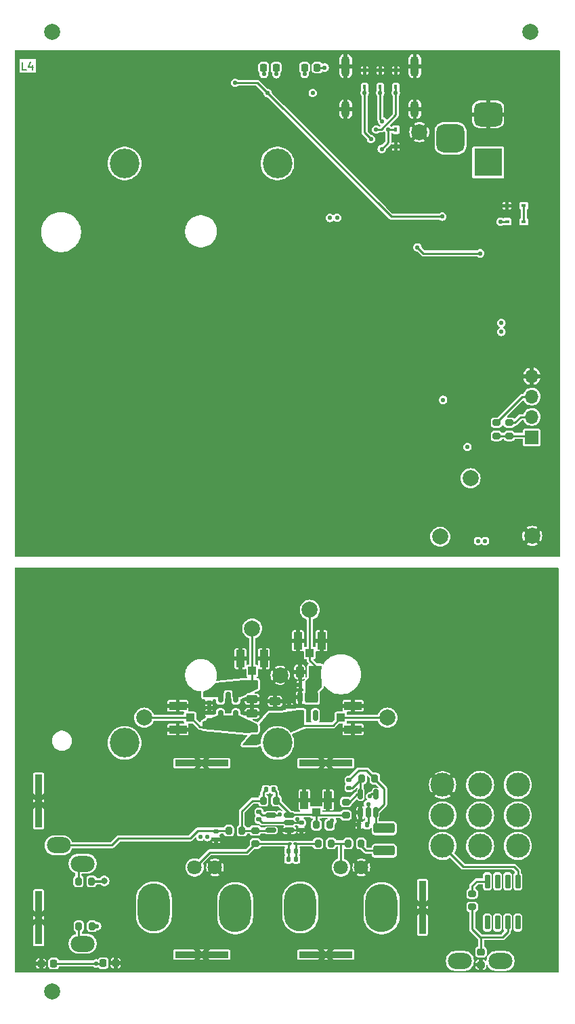
<source format=gbr>
%TF.GenerationSoftware,KiCad,Pcbnew,8.0.3+dfsg-1*%
%TF.CreationDate,2024-06-23T20:26:21+01:00*%
%TF.ProjectId,low-noise-power-probe-panel,6c6f772d-6e6f-4697-9365-2d706f776572,rev?*%
%TF.SameCoordinates,Original*%
%TF.FileFunction,Copper,L4,Bot*%
%TF.FilePolarity,Positive*%
%FSLAX46Y46*%
G04 Gerber Fmt 4.6, Leading zero omitted, Abs format (unit mm)*
G04 Created by KiCad (PCBNEW 8.0.3+dfsg-1) date 2024-06-23 20:26:21*
%MOMM*%
%LPD*%
G01*
G04 APERTURE LIST*
G04 Aperture macros list*
%AMRoundRect*
0 Rectangle with rounded corners*
0 $1 Rounding radius*
0 $2 $3 $4 $5 $6 $7 $8 $9 X,Y pos of 4 corners*
0 Add a 4 corners polygon primitive as box body*
4,1,4,$2,$3,$4,$5,$6,$7,$8,$9,$2,$3,0*
0 Add four circle primitives for the rounded corners*
1,1,$1+$1,$2,$3*
1,1,$1+$1,$4,$5*
1,1,$1+$1,$6,$7*
1,1,$1+$1,$8,$9*
0 Add four rect primitives between the rounded corners*
20,1,$1+$1,$2,$3,$4,$5,0*
20,1,$1+$1,$4,$5,$6,$7,0*
20,1,$1+$1,$6,$7,$8,$9,0*
20,1,$1+$1,$8,$9,$2,$3,0*%
G04 Aperture macros list end*
%ADD10C,0.150000*%
%TA.AperFunction,NonConductor*%
%ADD11C,0.150000*%
%TD*%
%TA.AperFunction,ComponentPad*%
%ADD12O,1.100000X2.100000*%
%TD*%
%TA.AperFunction,ComponentPad*%
%ADD13O,1.100000X2.600000*%
%TD*%
%TA.AperFunction,ComponentPad*%
%ADD14C,3.700000*%
%TD*%
%TA.AperFunction,ComponentPad*%
%ADD15O,4.000000X6.000000*%
%TD*%
%TA.AperFunction,ComponentPad*%
%ADD16C,1.800000*%
%TD*%
%TA.AperFunction,ComponentPad*%
%ADD17C,3.000000*%
%TD*%
%TA.AperFunction,ComponentPad*%
%ADD18O,3.000000X2.000000*%
%TD*%
%TA.AperFunction,ComponentPad*%
%ADD19R,3.500000X3.500000*%
%TD*%
%TA.AperFunction,ComponentPad*%
%ADD20RoundRect,0.750000X-1.000000X0.750000X-1.000000X-0.750000X1.000000X-0.750000X1.000000X0.750000X0*%
%TD*%
%TA.AperFunction,ComponentPad*%
%ADD21RoundRect,0.875000X-0.875000X0.875000X-0.875000X-0.875000X0.875000X-0.875000X0.875000X0.875000X0*%
%TD*%
%TA.AperFunction,ComponentPad*%
%ADD22R,1.700000X1.700000*%
%TD*%
%TA.AperFunction,ComponentPad*%
%ADD23O,1.700000X1.700000*%
%TD*%
%TA.AperFunction,SMDPad,CuDef*%
%ADD24C,2.000000*%
%TD*%
%TA.AperFunction,SMDPad,CuDef*%
%ADD25R,1.050000X2.200000*%
%TD*%
%TA.AperFunction,SMDPad,CuDef*%
%ADD26R,1.000000X1.050000*%
%TD*%
%TA.AperFunction,SMDPad,CuDef*%
%ADD27RoundRect,0.140000X0.170000X-0.140000X0.170000X0.140000X-0.170000X0.140000X-0.170000X-0.140000X0*%
%TD*%
%TA.AperFunction,SMDPad,CuDef*%
%ADD28RoundRect,0.250000X0.475000X-0.250000X0.475000X0.250000X-0.475000X0.250000X-0.475000X-0.250000X0*%
%TD*%
%TA.AperFunction,ComponentPad*%
%ADD29C,2.000000*%
%TD*%
%TA.AperFunction,SMDPad,CuDef*%
%ADD30RoundRect,0.218750X-0.218750X-0.256250X0.218750X-0.256250X0.218750X0.256250X-0.218750X0.256250X0*%
%TD*%
%TA.AperFunction,SMDPad,CuDef*%
%ADD31R,0.600000X0.450000*%
%TD*%
%TA.AperFunction,SMDPad,CuDef*%
%ADD32R,2.200000X1.050000*%
%TD*%
%TA.AperFunction,SMDPad,CuDef*%
%ADD33R,1.050000X1.000000*%
%TD*%
%TA.AperFunction,SMDPad,CuDef*%
%ADD34RoundRect,0.200000X0.200000X0.275000X-0.200000X0.275000X-0.200000X-0.275000X0.200000X-0.275000X0*%
%TD*%
%TA.AperFunction,SMDPad,CuDef*%
%ADD35RoundRect,0.200000X-0.200000X-0.275000X0.200000X-0.275000X0.200000X0.275000X-0.200000X0.275000X0*%
%TD*%
%TA.AperFunction,SMDPad,CuDef*%
%ADD36RoundRect,0.150000X0.512500X0.150000X-0.512500X0.150000X-0.512500X-0.150000X0.512500X-0.150000X0*%
%TD*%
%TA.AperFunction,SMDPad,CuDef*%
%ADD37RoundRect,0.140000X-0.140000X-0.170000X0.140000X-0.170000X0.140000X0.170000X-0.140000X0.170000X0*%
%TD*%
%TA.AperFunction,SMDPad,CuDef*%
%ADD38RoundRect,0.150000X0.150000X-0.512500X0.150000X0.512500X-0.150000X0.512500X-0.150000X-0.512500X0*%
%TD*%
%TA.AperFunction,SMDPad,CuDef*%
%ADD39RoundRect,0.150000X-0.150000X0.512500X-0.150000X-0.512500X0.150000X-0.512500X0.150000X0.512500X0*%
%TD*%
%TA.AperFunction,SMDPad,CuDef*%
%ADD40RoundRect,0.250000X-0.250000X-0.475000X0.250000X-0.475000X0.250000X0.475000X-0.250000X0.475000X0*%
%TD*%
%TA.AperFunction,SMDPad,CuDef*%
%ADD41RoundRect,0.200000X-0.275000X0.200000X-0.275000X-0.200000X0.275000X-0.200000X0.275000X0.200000X0*%
%TD*%
%TA.AperFunction,SMDPad,CuDef*%
%ADD42R,6.700000X0.900000*%
%TD*%
%TA.AperFunction,SMDPad,CuDef*%
%ADD43RoundRect,0.140000X0.140000X0.170000X-0.140000X0.170000X-0.140000X-0.170000X0.140000X-0.170000X0*%
%TD*%
%TA.AperFunction,SMDPad,CuDef*%
%ADD44R,0.450000X0.600000*%
%TD*%
%TA.AperFunction,SMDPad,CuDef*%
%ADD45RoundRect,0.218750X0.256250X-0.218750X0.256250X0.218750X-0.256250X0.218750X-0.256250X-0.218750X0*%
%TD*%
%TA.AperFunction,SMDPad,CuDef*%
%ADD46R,0.900000X6.700000*%
%TD*%
%TA.AperFunction,SMDPad,CuDef*%
%ADD47RoundRect,0.140000X-0.170000X0.140000X-0.170000X-0.140000X0.170000X-0.140000X0.170000X0.140000X0*%
%TD*%
%TA.AperFunction,SMDPad,CuDef*%
%ADD48RoundRect,0.250000X-1.075000X0.375000X-1.075000X-0.375000X1.075000X-0.375000X1.075000X0.375000X0*%
%TD*%
%TA.AperFunction,SMDPad,CuDef*%
%ADD49RoundRect,0.200000X0.275000X-0.200000X0.275000X0.200000X-0.275000X0.200000X-0.275000X-0.200000X0*%
%TD*%
%TA.AperFunction,SMDPad,CuDef*%
%ADD50RoundRect,0.100000X-0.130000X-0.100000X0.130000X-0.100000X0.130000X0.100000X-0.130000X0.100000X0*%
%TD*%
%TA.AperFunction,SMDPad,CuDef*%
%ADD51RoundRect,0.150000X-0.150000X0.725000X-0.150000X-0.725000X0.150000X-0.725000X0.150000X0.725000X0*%
%TD*%
%TA.AperFunction,SMDPad,CuDef*%
%ADD52RoundRect,0.250000X-0.475000X0.250000X-0.475000X-0.250000X0.475000X-0.250000X0.475000X0.250000X0*%
%TD*%
%TA.AperFunction,ViaPad*%
%ADD53C,0.550000*%
%TD*%
%TA.AperFunction,ViaPad*%
%ADD54C,0.800000*%
%TD*%
%TA.AperFunction,Conductor*%
%ADD55C,0.234000*%
%TD*%
%TA.AperFunction,Conductor*%
%ADD56C,0.300000*%
%TD*%
%TA.AperFunction,Conductor*%
%ADD57C,0.160000*%
%TD*%
%TA.AperFunction,Conductor*%
%ADD58C,0.250000*%
%TD*%
G04 APERTURE END LIST*
D10*
D11*
X176833333Y-27254819D02*
X176357143Y-27254819D01*
X176357143Y-27254819D02*
X176357143Y-26254819D01*
X177595238Y-26588152D02*
X177595238Y-27254819D01*
X177357143Y-26207200D02*
X177119048Y-26921485D01*
X177119048Y-26921485D02*
X177738095Y-26921485D01*
D12*
%TO.P,J4,S1,SHIELD*%
%TO.N,Board_0-/USB_VGND*%
X225429483Y-32125000D03*
D13*
X225429483Y-26765000D03*
D12*
X216789483Y-32125000D03*
D13*
X216789483Y-26765000D03*
%TD*%
D14*
%TO.P,BT1,1,+*%
%TO.N,Board_0-Net-(BT1A-+)*%
X189150000Y-111250000D03*
%TO.P,BT1,2,-*%
%TO.N,Board_0-Net-(BT1A--)*%
X189150000Y-38900000D03*
%TO.P,BT1,3,-*%
%TO.N,Board_0-Net-(BT1B--)*%
X208250000Y-111250000D03*
%TO.P,BT1,4,+*%
%TO.N,Board_0-Net-(BT1A--)*%
X208250000Y-38900000D03*
%TD*%
D15*
%TO.P,J1,*%
%TO.N,*%
X202980000Y-131880000D03*
X192820000Y-131780000D03*
D16*
%TO.P,J1,1,In*%
%TO.N,Board_0-Net-(J1-In)*%
X197900000Y-126800000D03*
%TO.P,J1,2,Ext*%
%TO.N,Board_0-/PROBE_VGND*%
X200440000Y-126800000D03*
%TD*%
D17*
%TO.P,SW1,1,A*%
%TO.N,Board_0-/+V_BATCHG*%
X238300000Y-124120000D03*
%TO.P,SW1,2,B*%
%TO.N,Board_0-Net-(BT1A-+)*%
X233600000Y-124120000D03*
%TO.P,SW1,3,C*%
%TO.N,Board_0-/+V_BAT*%
X228900000Y-124120000D03*
%TO.P,SW1,4,A*%
%TO.N,Board_0-/USB_VGND*%
X238300000Y-120310000D03*
%TO.P,SW1,5,B*%
%TO.N,Board_0-Net-(BT1B--)*%
X233600000Y-120310000D03*
%TO.P,SW1,6,C*%
%TO.N,Board_0-/-V_BAT*%
X228900000Y-120310000D03*
%TO.P,SW1,7,A*%
%TO.N,Board_0-unconnected-(SW1C-A-Pad7)*%
X238300000Y-116500000D03*
%TO.P,SW1,8,B*%
%TO.N,Board_0-Net-(BT1A--)*%
X233600000Y-116500000D03*
%TO.P,SW1,9,C*%
%TO.N,Board_0-/PROBE_VGND*%
X228900000Y-116500000D03*
D18*
%TO.P,SW1,10*%
%TO.N,N/C*%
X231060000Y-138470000D03*
%TO.P,SW1,11*%
X236140000Y-138470000D03*
%TD*%
D15*
%TO.P,J2,*%
%TO.N,*%
X221280000Y-131880000D03*
X211120000Y-131780000D03*
D16*
%TO.P,J2,1,In*%
%TO.N,Board_0-Net-(J2-In)*%
X216200000Y-126800000D03*
%TO.P,J2,2,Ext*%
%TO.N,Board_0-/PROBE_VGND*%
X218740000Y-126800000D03*
%TD*%
D19*
%TO.P,J3,1*%
%TO.N,Board_0-Net-(F1-Pad1)*%
X234600000Y-38775000D03*
D20*
%TO.P,J3,2*%
%TO.N,Board_0-/USB_VGND*%
X234600000Y-32775000D03*
D21*
%TO.P,J3,3*%
%TO.N,Board_0-unconnected-(J3-Pad3)*%
X229900000Y-35775000D03*
%TD*%
D18*
%TO.P,RV1,1,1*%
%TO.N,Board_0-Net-(R16-Pad2)*%
X183900000Y-136325000D03*
%TO.P,RV1,2,2*%
%TO.N,Board_0-Net-(C2-Pad2)*%
X180900000Y-124025000D03*
%TO.P,RV1,3,3*%
%TO.N,Board_0-Net-(R17-Pad1)*%
X183900000Y-126325000D03*
%TD*%
D22*
%TO.P,J5,1,Pin_1*%
%TO.N,Board_0-Net-(J5-Pin_1)*%
X240050000Y-73100000D03*
D23*
%TO.P,J5,2,Pin_2*%
%TO.N,Board_0-/SCL*%
X240050000Y-70560000D03*
%TO.P,J5,3,Pin_3*%
%TO.N,Board_0-/SDA*%
X240050000Y-68020000D03*
%TO.P,J5,4,Pin_4*%
%TO.N,Board_0-/USB_VGND*%
X240050000Y-65480000D03*
%TD*%
D24*
%TO.P,KiKit_FID_B_1,*%
%TO.N,*%
X180100000Y-22500000D03*
%TD*%
D25*
%TO.P,TP19,1,GND*%
%TO.N,Board_0-/PROBE_VGND*%
X210825000Y-98487500D03*
%TO.P,TP19,2,GND*%
X213775000Y-98487500D03*
D26*
%TO.P,TP19,FEED,SIGNAL*%
%TO.N,Board_0-/-V_BAT*%
X212300000Y-100012500D03*
%TD*%
D27*
%TO.P,C2,1*%
%TO.N,Board_0-/PROBE_VGND*%
X200600000Y-123280000D03*
%TO.P,C2,2*%
%TO.N,Board_0-Net-(C2-Pad2)*%
X200600000Y-122320000D03*
%TD*%
D28*
%TO.P,C7,1*%
%TO.N,Board_0-+2V5*%
X205100000Y-109450000D03*
%TO.P,C7,2*%
%TO.N,Board_0-/PROBE_VGND*%
X205100000Y-107550000D03*
%TD*%
D25*
%TO.P,TP18,1,GND*%
%TO.N,Board_0-/PROBE_VGND*%
X203625000Y-100730000D03*
%TO.P,TP18,2,GND*%
X206575000Y-100730000D03*
D26*
%TO.P,TP18,FEED,SIGNAL*%
%TO.N,Board_0-/+V_BAT*%
X205100000Y-102255000D03*
%TD*%
D29*
%TO.P,TP8,1,1*%
%TO.N,Board_0-/-V_BAT*%
X212300000Y-94632500D03*
%TD*%
D30*
%TO.P,D4,1,K*%
%TO.N,Board_0-Net-(D3-A)*%
X186462500Y-138750000D03*
%TO.P,D4,2,A*%
%TO.N,Board_0-/PROBE_VGND*%
X188037500Y-138750000D03*
%TD*%
D27*
%TO.P,C6,1*%
%TO.N,Board_0-/PROBE_VGND*%
X199700000Y-106255000D03*
%TO.P,C6,2*%
%TO.N,Board_0-/+V_BAT*%
X199700000Y-105295000D03*
%TD*%
D31*
%TO.P,D13,1,K*%
%TO.N,Board_0-Net-(D13-K)*%
X239050000Y-44175000D03*
%TO.P,D13,2,A*%
%TO.N,Board_0-/USB_VGND*%
X236950000Y-44175000D03*
%TD*%
D32*
%TO.P,TP5,1,GND*%
%TO.N,Board_0-/PROBE_VGND*%
X195800000Y-109575000D03*
%TO.P,TP5,2,GND*%
X195800000Y-106625000D03*
D33*
%TO.P,TP5,FEED,SIGNAL*%
%TO.N,Board_0-+2V5*%
X197325000Y-108100000D03*
%TD*%
D34*
%TO.P,R16,1*%
%TO.N,Board_0--2V5*%
X185075000Y-134125000D03*
%TO.P,R16,2*%
%TO.N,Board_0-Net-(R16-Pad2)*%
X183425000Y-134125000D03*
%TD*%
D35*
%TO.P,R17,1*%
%TO.N,Board_0-Net-(R17-Pad1)*%
X183375000Y-128525000D03*
%TO.P,R17,2*%
%TO.N,Board_0-+2V5*%
X185025000Y-128525000D03*
%TD*%
D36*
%TO.P,U1,1*%
%TO.N,Board_0-Net-(TP14-SIGNAL)*%
X209737500Y-120250000D03*
%TO.P,U1,2,V-*%
%TO.N,Board_0--2V5*%
X209737500Y-121200000D03*
%TO.P,U1,3,+*%
%TO.N,Board_0-/PROBE_VGND*%
X209737500Y-122150000D03*
%TO.P,U1,4,-*%
%TO.N,Board_0-Net-(U1--)*%
X207462500Y-122150000D03*
%TO.P,U1,5,V+*%
%TO.N,Board_0-+2V5*%
X207462500Y-120250000D03*
%TD*%
D37*
%TO.P,C18,1*%
%TO.N,Board_0-Net-(J1-In)*%
X209620000Y-125775000D03*
%TO.P,C18,2*%
%TO.N,Board_0-Net-(C1-Pad2)*%
X210580000Y-125775000D03*
%TD*%
D38*
%TO.P,U2,1*%
%TO.N,Board_0-Net-(C26-Pad2)*%
X220543750Y-119943750D03*
%TO.P,U2,2,V-*%
%TO.N,Board_0--2V5*%
X219593750Y-119943750D03*
%TO.P,U2,3,+*%
%TO.N,Board_0-/PROBE_VGND*%
X218643750Y-119943750D03*
%TO.P,U2,4,-*%
%TO.N,Board_0-Net-(U2--)*%
X218643750Y-117668750D03*
%TO.P,U2,5,V+*%
%TO.N,Board_0-+2V5*%
X220543750Y-117668750D03*
%TD*%
D39*
%TO.P,U5,1,GND*%
%TO.N,Board_0-/PROBE_VGND*%
X211100000Y-105562500D03*
%TO.P,U5,2,VIN*%
%TO.N,Board_0-/-V_BAT*%
X212050000Y-105562500D03*
%TO.P,U5,3,EN*%
X213000000Y-105562500D03*
%TO.P,U5,4,NC*%
%TO.N,Board_0-unconnected-(U5-NC-Pad4)*%
X213000000Y-107837500D03*
%TO.P,U5,5,VOUT*%
%TO.N,Board_0--2V5*%
X211100000Y-107837500D03*
%TD*%
D40*
%TO.P,C10,1*%
%TO.N,Board_0-/PROBE_VGND*%
X211050000Y-102375000D03*
%TO.P,C10,2*%
%TO.N,Board_0-/-V_BAT*%
X212950000Y-102375000D03*
%TD*%
D25*
%TO.P,TP14,1,GND*%
%TO.N,Board_0-/PROBE_VGND*%
X211625000Y-118380000D03*
%TO.P,TP14,2,GND*%
X214575000Y-118380000D03*
D26*
%TO.P,TP14,FEED,SIGNAL*%
%TO.N,Board_0-Net-(TP14-SIGNAL)*%
X213100000Y-119905000D03*
%TD*%
D41*
%TO.P,R15,1*%
%TO.N,Board_0-/SDA*%
X235650000Y-71275000D03*
%TO.P,R15,2*%
%TO.N,Board_0-Net-(J5-Pin_1)*%
X235650000Y-72925000D03*
%TD*%
D29*
%TO.P,TP9,1,1*%
%TO.N,Board_0--2V5*%
X222000000Y-108100000D03*
%TD*%
D27*
%TO.P,C3,1*%
%TO.N,Board_0--2V5*%
X205950000Y-120805000D03*
%TO.P,C3,2*%
%TO.N,Board_0-+2V5*%
X205950000Y-119845000D03*
%TD*%
D42*
%TO.P,J11,1,Pin_1*%
%TO.N,Board_0-/PROBE_VGND*%
X214300000Y-137675000D03*
%TD*%
D43*
%TO.P,C25,1*%
%TO.N,Board_0--2V5*%
X219430000Y-121475000D03*
%TO.P,C25,2*%
%TO.N,Board_0-/PROBE_VGND*%
X218470000Y-121475000D03*
%TD*%
D44*
%TO.P,D11,1,K*%
%TO.N,Board_0-/USB_D-*%
X223050000Y-29375000D03*
%TO.P,D11,2,A*%
%TO.N,Board_0-/USB_VGND*%
X223050000Y-27275000D03*
%TD*%
D45*
%TO.P,D6,1,K*%
%TO.N,Board_0-/PROBE_VGND*%
X233700000Y-138937500D03*
%TO.P,D6,2,A*%
%TO.N,Board_0-Net-(D6-A)*%
X233700000Y-137362500D03*
%TD*%
D29*
%TO.P,TP2,1,1*%
%TO.N,Board_0-/+V_BATCHG*%
X228600000Y-85500000D03*
%TD*%
%TO.P,TP7,1,1*%
%TO.N,Board_0-/PROBE_VGND*%
X208600000Y-102800000D03*
%TD*%
D46*
%TO.P,J7,1,Pin_1*%
%TO.N,Board_0-/PROBE_VGND*%
X178400000Y-133075000D03*
%TD*%
D35*
%TO.P,R1,1*%
%TO.N,Board_0-Net-(C1-Pad2)*%
X213325000Y-123800000D03*
%TO.P,R1,2*%
%TO.N,Board_0-Net-(J2-In)*%
X214975000Y-123800000D03*
%TD*%
D27*
%TO.P,C26,1*%
%TO.N,Board_0-Net-(U2--)*%
X217200000Y-116855000D03*
%TO.P,C26,2*%
%TO.N,Board_0-Net-(C26-Pad2)*%
X217200000Y-115895000D03*
%TD*%
D37*
%TO.P,C1,1*%
%TO.N,Board_0-Net-(J1-In)*%
X209620000Y-124725000D03*
%TO.P,C1,2*%
%TO.N,Board_0-Net-(C1-Pad2)*%
X210580000Y-124725000D03*
%TD*%
D47*
%TO.P,C22,1*%
%TO.N,Board_0--2V5*%
X211250000Y-121195000D03*
%TO.P,C22,2*%
%TO.N,Board_0-/PROBE_VGND*%
X211250000Y-122155000D03*
%TD*%
D48*
%TO.P,L1,1,1*%
%TO.N,Board_0-Net-(C26-Pad2)*%
X221600000Y-121900000D03*
%TO.P,L1,2,2*%
%TO.N,Board_0-Net-(L1-Pad2)*%
X221600000Y-124700000D03*
%TD*%
D27*
%TO.P,C13,1*%
%TO.N,Board_0--2V5*%
X209750000Y-107680000D03*
%TO.P,C13,2*%
%TO.N,Board_0-/PROBE_VGND*%
X209750000Y-106720000D03*
%TD*%
D42*
%TO.P,J9,1,Pin_1*%
%TO.N,Board_0-/PROBE_VGND*%
X214300000Y-113775000D03*
%TD*%
D34*
%TO.P,R5,1*%
%TO.N,Board_0-Net-(U1--)*%
X203825000Y-122200000D03*
%TO.P,R5,2*%
%TO.N,Board_0-Net-(C2-Pad2)*%
X202175000Y-122200000D03*
%TD*%
D44*
%TO.P,D9,1,K*%
%TO.N,Board_0-/USB_CC1*%
X223050000Y-34675000D03*
%TO.P,D9,2,A*%
%TO.N,Board_0-/USB_VGND*%
X223050000Y-36775000D03*
%TD*%
D42*
%TO.P,J8,1,Pin_1*%
%TO.N,Board_0-/PROBE_VGND*%
X198800000Y-113775000D03*
%TD*%
D46*
%TO.P,J12,1,Pin_1*%
%TO.N,Board_0-/PROBE_VGND*%
X226400000Y-131775000D03*
%TD*%
D29*
%TO.P,TP21,1,1*%
%TO.N,Board_0-/USB_VGND*%
X226000000Y-35000000D03*
%TD*%
D24*
%TO.P,KiKit_FID_B_2,*%
%TO.N,*%
X239900000Y-22500000D03*
%TD*%
D49*
%TO.P,R20,1*%
%TO.N,Board_0-Net-(D6-A)*%
X232600000Y-131725000D03*
%TO.P,R20,2*%
%TO.N,Board_0-Net-(R20-Pad2)*%
X232600000Y-130075000D03*
%TD*%
D32*
%TO.P,TP10,1,GND*%
%TO.N,Board_0-/PROBE_VGND*%
X217700000Y-106625000D03*
%TO.P,TP10,2,GND*%
X217700000Y-109575000D03*
D33*
%TO.P,TP10,FEED,SIGNAL*%
%TO.N,Board_0--2V5*%
X216175000Y-108100000D03*
%TD*%
D39*
%TO.P,U3,1,VIN*%
%TO.N,Board_0-/+V_BAT*%
X201150000Y-105562500D03*
%TO.P,U3,2,GND*%
%TO.N,Board_0-/PROBE_VGND*%
X202100000Y-105562500D03*
%TO.P,U3,3,EN*%
%TO.N,Board_0-/+V_BAT*%
X203050000Y-105562500D03*
%TO.P,U3,4,SENSE/ADJ*%
%TO.N,Board_0-+2V5*%
X203050000Y-107837500D03*
%TO.P,U3,5,VOUT*%
X201150000Y-107837500D03*
%TD*%
D37*
%TO.P,C20,1*%
%TO.N,Board_0-Net-(U1--)*%
X206820000Y-117075000D03*
%TO.P,C20,2*%
%TO.N,Board_0-Net-(TP14-SIGNAL)*%
X207780000Y-117075000D03*
%TD*%
D50*
%TO.P,C19,1*%
%TO.N,Board_0-Net-(J1-In)*%
X209830000Y-123825000D03*
%TO.P,C19,2*%
%TO.N,Board_0-Net-(C1-Pad2)*%
X210470000Y-123825000D03*
%TD*%
D24*
%TO.P,KiKit_FID_B_3,*%
%TO.N,*%
X180100000Y-142300000D03*
%TD*%
D30*
%TO.P,D1,1,K*%
%TO.N,Board_0-Net-(D1-K)*%
X206537500Y-26925000D03*
%TO.P,D1,2,A*%
%TO.N,Board_0-Net-(D1-A)*%
X208112500Y-26925000D03*
%TD*%
D41*
%TO.P,R6,1*%
%TO.N,Board_0-Net-(U2--)*%
X216800000Y-118625000D03*
%TO.P,R6,2*%
%TO.N,Board_0-Net-(TP14-SIGNAL)*%
X216800000Y-120275000D03*
%TD*%
D29*
%TO.P,TP4,1,1*%
%TO.N,Board_0-+2V5*%
X191600000Y-108100000D03*
%TD*%
D46*
%TO.P,J6,1,Pin_1*%
%TO.N,Board_0-/PROBE_VGND*%
X178400000Y-118475000D03*
%TD*%
D30*
%TO.P,D5,1,K*%
%TO.N,Board_0-Net-(D5-K)*%
X211662500Y-26925000D03*
%TO.P,D5,2,A*%
%TO.N,Board_0-/V_UNREG*%
X213237500Y-26925000D03*
%TD*%
D44*
%TO.P,D10,1,K*%
%TO.N,Board_0-/USB_CC2*%
X219150000Y-29375000D03*
%TO.P,D10,2,A*%
%TO.N,Board_0-/USB_VGND*%
X219150000Y-27275000D03*
%TD*%
D41*
%TO.P,R25,1*%
%TO.N,Board_0-/SCL*%
X237225000Y-71275000D03*
%TO.P,R25,2*%
%TO.N,Board_0-Net-(J5-Pin_1)*%
X237225000Y-72925000D03*
%TD*%
D29*
%TO.P,TP12,1,1*%
%TO.N,Board_0-/USB_VGND*%
X240100000Y-85400000D03*
%TD*%
%TO.P,TP1,1,1*%
%TO.N,Board_0-/V_UNREG*%
X232400000Y-78200000D03*
%TD*%
D34*
%TO.P,R4,1*%
%TO.N,Board_0-Net-(C26-Pad2)*%
X220425000Y-115700000D03*
%TO.P,R4,2*%
%TO.N,Board_0-Net-(U2--)*%
X218775000Y-115700000D03*
%TD*%
D51*
%TO.P,U7,1*%
%TO.N,Board_0-Net-(R20-Pad2)*%
X234495000Y-128525000D03*
%TO.P,U7,2*%
%TO.N,Board_0-unconnected-(U7-Pad2)*%
X235765000Y-128525000D03*
%TO.P,U7,3*%
%TO.N,Board_0-unconnected-(U7-Pad3)*%
X237035000Y-128525000D03*
%TO.P,U7,4*%
%TO.N,Board_0-/+V_BAT*%
X238305000Y-128525000D03*
%TO.P,U7,5*%
%TO.N,Board_0-unconnected-(U7-Pad5)*%
X238305000Y-133675000D03*
%TO.P,U7,6*%
%TO.N,Board_0-Net-(D6-A)*%
X237035000Y-133675000D03*
%TO.P,U7,7*%
%TO.N,Board_0-unconnected-(U7-Pad7)*%
X235765000Y-133675000D03*
%TO.P,U7,8*%
%TO.N,Board_0-unconnected-(U7-Pad8)*%
X234495000Y-133675000D03*
%TD*%
D31*
%TO.P,D15,1,K*%
%TO.N,Board_0-Net-(D13-K)*%
X239050000Y-46175000D03*
%TO.P,D15,2,A*%
%TO.N,Board_0-Net-(D15-A)*%
X236950000Y-46175000D03*
%TD*%
D44*
%TO.P,D12,1,K*%
%TO.N,Board_0-/USB_D+*%
X221100000Y-29375000D03*
%TO.P,D12,2,A*%
%TO.N,Board_0-/USB_VGND*%
X221100000Y-27275000D03*
%TD*%
D52*
%TO.P,C5,1*%
%TO.N,Board_0-/+V_BAT*%
X205100000Y-103900000D03*
%TO.P,C5,2*%
%TO.N,Board_0-/PROBE_VGND*%
X205100000Y-105800000D03*
%TD*%
D34*
%TO.P,R7,1*%
%TO.N,Board_0-Net-(L1-Pad2)*%
X218725000Y-123800000D03*
%TO.P,R7,2*%
%TO.N,Board_0-Net-(J2-In)*%
X217075000Y-123800000D03*
%TD*%
D30*
%TO.P,D3,1,K*%
%TO.N,Board_0-/PROBE_VGND*%
X178712500Y-138775000D03*
%TO.P,D3,2,A*%
%TO.N,Board_0-Net-(D3-A)*%
X180287500Y-138775000D03*
%TD*%
D49*
%TO.P,R2,1*%
%TO.N,Board_0-Net-(J1-In)*%
X205500000Y-123825000D03*
%TO.P,R2,2*%
%TO.N,Board_0-Net-(U1--)*%
X205500000Y-122175000D03*
%TD*%
D34*
%TO.P,R3,1*%
%TO.N,Board_0-Net-(TP14-SIGNAL)*%
X208125000Y-118450000D03*
%TO.P,R3,2*%
%TO.N,Board_0-Net-(U1--)*%
X206475000Y-118450000D03*
%TD*%
D47*
%TO.P,C8,1*%
%TO.N,Board_0-/PROBE_VGND*%
X199700000Y-107495000D03*
%TO.P,C8,2*%
%TO.N,Board_0-+2V5*%
X199700000Y-108455000D03*
%TD*%
D43*
%TO.P,C11,1*%
%TO.N,Board_0-/-V_BAT*%
X212080000Y-103975000D03*
%TO.P,C11,2*%
%TO.N,Board_0-/PROBE_VGND*%
X211120000Y-103975000D03*
%TD*%
D42*
%TO.P,J10,1,Pin_1*%
%TO.N,Board_0-/PROBE_VGND*%
X198800000Y-137675000D03*
%TD*%
D29*
%TO.P,TP3,1,1*%
%TO.N,Board_0-/+V_BAT*%
X205100000Y-96975000D03*
%TD*%
D34*
%TO.P,R26,1*%
%TO.N,Board_0-Net-(D3-A)*%
X214775000Y-121475000D03*
%TO.P,R26,2*%
%TO.N,Board_0-Net-(TP14-SIGNAL)*%
X213125000Y-121475000D03*
%TD*%
D52*
%TO.P,C12,1*%
%TO.N,Board_0-/PROBE_VGND*%
X207950000Y-106050000D03*
%TO.P,C12,2*%
%TO.N,Board_0--2V5*%
X207950000Y-107950000D03*
%TD*%
D53*
%TO.N,Board_0-+2V5*%
X203900000Y-109475000D03*
X219831443Y-117893557D03*
D54*
X186600000Y-128475000D03*
D53*
X208500000Y-120225000D03*
%TO.N,Board_0--2V5*%
X185700000Y-134125000D03*
X204800000Y-111175000D03*
X219590000Y-118878722D03*
X210729780Y-120803969D03*
%TO.N,Board_0-/+V_BAT*%
X203700000Y-104300000D03*
%TO.N,Board_0-/-V_BAT*%
X213200000Y-104500000D03*
%TO.N,Board_0-/CHARGE_STAT*%
X212675000Y-30100000D03*
X214800000Y-45700000D03*
%TO.N,Board_0-/PROBE_VGND*%
X183500000Y-122875000D03*
X232865476Y-96825000D03*
X177600000Y-91825000D03*
X212900000Y-138700000D03*
X237600000Y-131100000D03*
X222865476Y-111825000D03*
X204200000Y-125700000D03*
X177600000Y-101825000D03*
X185600000Y-114775000D03*
X177600000Y-111825000D03*
X232865476Y-101825000D03*
X232500000Y-136900000D03*
X222900000Y-135775000D03*
X237865476Y-136825000D03*
X216000000Y-122375000D03*
X199100000Y-128100000D03*
X210814410Y-122150000D03*
X182865476Y-91825000D03*
X206250000Y-105800000D03*
X210200000Y-119375000D03*
X237865476Y-91825000D03*
X193200000Y-127925000D03*
X182865476Y-111825000D03*
X206250000Y-107550000D03*
X197600000Y-138700000D03*
X189600000Y-138700000D03*
X177550000Y-128700000D03*
X237865476Y-96825000D03*
X197865476Y-131825000D03*
X205600000Y-114775000D03*
X197250000Y-124950000D03*
X219700000Y-109600000D03*
X209000000Y-127275000D03*
X182865476Y-96825000D03*
X198500000Y-124900000D03*
X217865476Y-131825000D03*
X192850000Y-135775000D03*
X180600000Y-129775000D03*
X205100000Y-106700000D03*
X190600000Y-114775000D03*
X227865476Y-106825000D03*
X212050000Y-125775000D03*
X180600000Y-119125000D03*
X217900000Y-138700000D03*
X204475000Y-123125000D03*
X201800000Y-125700000D03*
X211100000Y-127275000D03*
X196000000Y-127000000D03*
X202865476Y-91825000D03*
X242200000Y-111825000D03*
X227900000Y-135775000D03*
X242200000Y-126825000D03*
X192865476Y-96825000D03*
X227865476Y-131825000D03*
X187865476Y-101825000D03*
X210450000Y-105525000D03*
X207865476Y-131825000D03*
X207850000Y-135775000D03*
X200600000Y-114775000D03*
X192865476Y-101825000D03*
X227865476Y-91825000D03*
X235400000Y-131100000D03*
X182865476Y-131825000D03*
X186300000Y-122875000D03*
X202100000Y-106600000D03*
X235200000Y-136900000D03*
X202850000Y-135775000D03*
X227865476Y-96825000D03*
X200575000Y-124000000D03*
X242200000Y-106825000D03*
X196225000Y-125725000D03*
X207850000Y-138700000D03*
X189600000Y-135775000D03*
X217400000Y-127950000D03*
X197865476Y-91825000D03*
X226700000Y-121475000D03*
X217000000Y-105500000D03*
X216100000Y-97900000D03*
X196575000Y-128150000D03*
X222865476Y-91825000D03*
X222865476Y-96825000D03*
X197600000Y-135775000D03*
X189562472Y-124162472D03*
X237865476Y-101825000D03*
X242200000Y-101825000D03*
X217865476Y-96825000D03*
X182865476Y-106825000D03*
X221900000Y-120275000D03*
X218200000Y-118775000D03*
X224800000Y-130300000D03*
X217900000Y-135775000D03*
X222865476Y-126825000D03*
X227865476Y-101825000D03*
X197800000Y-128600000D03*
X187865476Y-106825000D03*
X222900000Y-138700000D03*
X193400000Y-106750000D03*
X177550000Y-123700000D03*
X237865476Y-106825000D03*
X221100000Y-112800000D03*
X182865476Y-101825000D03*
X191700000Y-124175000D03*
X242200000Y-96825000D03*
X208150000Y-106900000D03*
X242200000Y-136825000D03*
X214400000Y-125700000D03*
X177600000Y-106825000D03*
X197865476Y-106825000D03*
X207865476Y-91825000D03*
X197865476Y-96825000D03*
X180600000Y-134775000D03*
X177550000Y-138700000D03*
X199700000Y-106875000D03*
X223500000Y-113100000D03*
X187865476Y-91825000D03*
X191700000Y-122344996D03*
X214875000Y-128000000D03*
X207865476Y-96825000D03*
X212900000Y-135775000D03*
X193800000Y-109600000D03*
X190700000Y-119075000D03*
X226100000Y-110500000D03*
X232865476Y-91825000D03*
X212865476Y-91825000D03*
X205300000Y-117800000D03*
X192865476Y-91825000D03*
X205100000Y-119525000D03*
X236000000Y-125700000D03*
X225600000Y-114775000D03*
X206600000Y-125675000D03*
X202850000Y-138700000D03*
X187927000Y-128465056D03*
X210525000Y-103975000D03*
X213500000Y-125100000D03*
X242200000Y-91825000D03*
X194200000Y-124175000D03*
X232865476Y-111825000D03*
X227865476Y-111825000D03*
X195500000Y-119100000D03*
X217500000Y-125200000D03*
X200700000Y-119100000D03*
X222865476Y-101825000D03*
X224400000Y-122675000D03*
X185600000Y-119125000D03*
X194200000Y-122344996D03*
X215300000Y-125100000D03*
X192850000Y-138700000D03*
X196600000Y-124175000D03*
X232865476Y-106825000D03*
X217865476Y-91825000D03*
X187865476Y-96825000D03*
X177600000Y-96825000D03*
X195600000Y-114775000D03*
X180600000Y-114775000D03*
X214300000Y-126900000D03*
X185575000Y-130475000D03*
X227900000Y-138700000D03*
X239600000Y-126700000D03*
X216100000Y-128450000D03*
X240600000Y-134500000D03*
%TO.N,Board_0-/USB_CC1*%
X221300000Y-37100000D03*
X222100000Y-34675000D03*
%TO.N,Board_0-/USB_CC2*%
X219950000Y-35850000D03*
X219150000Y-30075004D03*
%TO.N,Board_0-/USB_D+*%
X221099994Y-30075000D03*
X221346037Y-33621037D03*
%TO.N,Board_0-/USB_D-*%
X220600000Y-34675000D03*
X223050000Y-30075000D03*
%TO.N,Board_0-/USB_VBUS*%
X202945000Y-28830000D03*
X228850000Y-45545000D03*
X207050000Y-30125000D03*
%TO.N,Board_0-/USB_VGND*%
X202865476Y-41825000D03*
X202865476Y-61825000D03*
X187865476Y-41825000D03*
X182865476Y-61825000D03*
X212865476Y-76825000D03*
X227200000Y-74600000D03*
X217865476Y-46825000D03*
X177600000Y-36825000D03*
X187865476Y-76825000D03*
X212865476Y-71825000D03*
X192865476Y-76825000D03*
X192865476Y-81825000D03*
X187865476Y-26825000D03*
X202865476Y-76825000D03*
X207865476Y-81825000D03*
X197865476Y-86825000D03*
X218100000Y-33450000D03*
X242200000Y-51825000D03*
X212865476Y-86825000D03*
X197865476Y-71825000D03*
X177600000Y-66825000D03*
X242200000Y-86825000D03*
X232000000Y-31375000D03*
X197865476Y-81825000D03*
X233500000Y-35775000D03*
X207865476Y-51825000D03*
X182865476Y-81825000D03*
X212865476Y-66825000D03*
X225050000Y-30400000D03*
X237865476Y-36825000D03*
X207865476Y-76825000D03*
X187865476Y-66825000D03*
X232865476Y-26825000D03*
X212865476Y-51825000D03*
X177600000Y-41825000D03*
X207865476Y-61825000D03*
X197865476Y-76825000D03*
X224100000Y-33400000D03*
X216950000Y-30400000D03*
X225000000Y-79600000D03*
X177600000Y-76825000D03*
X206900000Y-41825000D03*
X192865476Y-71825000D03*
X222865476Y-86825000D03*
X242200000Y-76825000D03*
X192865476Y-41825000D03*
X229750000Y-53100000D03*
X217865476Y-66825000D03*
X212865476Y-81825000D03*
X221600000Y-52100000D03*
X237865476Y-76825000D03*
X192865476Y-66825000D03*
X217865476Y-61825000D03*
X177600000Y-81825000D03*
X187865476Y-56825000D03*
X217865476Y-86825000D03*
X242200000Y-66825000D03*
X227865476Y-26825000D03*
X222600000Y-46950000D03*
X177600000Y-56825000D03*
X192865476Y-86825000D03*
X187865476Y-31825000D03*
X229400000Y-82500000D03*
X242200000Y-36825000D03*
X177600000Y-86825000D03*
X227865476Y-56825000D03*
X182865476Y-76825000D03*
X242200000Y-26825000D03*
X222865476Y-81825000D03*
X187865476Y-61825000D03*
X212865476Y-56825000D03*
X237865476Y-86825000D03*
X202865476Y-81825000D03*
X187865476Y-46825000D03*
X192865476Y-46825000D03*
X182865476Y-56825000D03*
X177600000Y-46825000D03*
X197865476Y-51825000D03*
X212865476Y-61825000D03*
X237865476Y-56825000D03*
X202865476Y-71825000D03*
X202865476Y-66825000D03*
X192865476Y-51825000D03*
X187865476Y-71825000D03*
X202865476Y-56825000D03*
X222865476Y-71825000D03*
X237865476Y-31825000D03*
X187865476Y-81825000D03*
X207865476Y-66825000D03*
X237865476Y-81825000D03*
X242200000Y-31825000D03*
X237865476Y-26825000D03*
X182865476Y-41825000D03*
X217865476Y-71825000D03*
X202865476Y-51825000D03*
X217865476Y-41825000D03*
X197865476Y-61825000D03*
X187865476Y-51825000D03*
X222865476Y-66825000D03*
X182865476Y-26825000D03*
X242200000Y-46825000D03*
X182865476Y-51825000D03*
X177600000Y-71825000D03*
X197865476Y-41825000D03*
X197865476Y-66825000D03*
X182865476Y-36825000D03*
X182865476Y-66825000D03*
X192865476Y-56825000D03*
X177600000Y-61825000D03*
X207865476Y-71825000D03*
X207865476Y-56825000D03*
X207865476Y-46825000D03*
X217865476Y-36825000D03*
X207865476Y-86825000D03*
X177600000Y-31825000D03*
X192865476Y-61825000D03*
X222865476Y-56825000D03*
X187865476Y-86825000D03*
X182865476Y-86825000D03*
X227865476Y-76825000D03*
X228000000Y-79700000D03*
X217865476Y-76825000D03*
X242200000Y-81825000D03*
X197865476Y-56825000D03*
X232865476Y-56825000D03*
X182865476Y-31825000D03*
X217865476Y-81825000D03*
X242200000Y-42800000D03*
X232200000Y-84850000D03*
X227200000Y-71600000D03*
X182865476Y-71825000D03*
X202865476Y-86825000D03*
X222865476Y-76825000D03*
X227865476Y-31825000D03*
X177600000Y-51825000D03*
X242200000Y-61825000D03*
%TO.N,Board_0-/V_UNREG*%
X232000000Y-74300000D03*
X228953341Y-68431867D03*
X214150000Y-26925000D03*
X234200000Y-86050000D03*
X215700000Y-45675000D03*
X236250000Y-58825000D03*
X233330000Y-86050000D03*
X236250000Y-59925000D03*
%TO.N,Board_0-Net-(BT1A-+)*%
X199500000Y-123000000D03*
X198604251Y-122993363D03*
%TO.N,Board_0-Net-(D1-A)*%
X208120000Y-27755000D03*
%TO.N,Board_0-Net-(D1-K)*%
X206550000Y-27745000D03*
%TO.N,Board_0-Net-(D15-A)*%
X236150000Y-46175000D03*
%TO.N,Board_0-Net-(D3-A)*%
X215100000Y-120975000D03*
X185600000Y-138775000D03*
%TO.N,Board_0-Net-(D5-K)*%
X211660000Y-27735000D03*
%TO.N,Board_0-Net-(U6-GATE)*%
X225750000Y-49375000D03*
X233600000Y-50125000D03*
%TD*%
D55*
%TO.N,Board_0-+2V5*%
X205950000Y-119845000D02*
X206355000Y-120250000D01*
D56*
X185025000Y-128525000D02*
X186550000Y-128525000D01*
D55*
X206355000Y-120250000D02*
X207462500Y-120250000D01*
X207462500Y-120250000D02*
X208484478Y-120250000D01*
X198575000Y-109250000D02*
X199325000Y-109250000D01*
X197325000Y-108000000D02*
X198575000Y-109250000D01*
D56*
X220056250Y-117668750D02*
X219831443Y-117893557D01*
X220543750Y-117668750D02*
X220056250Y-117668750D01*
D55*
X199350000Y-109025000D02*
X199350000Y-109225000D01*
X191600000Y-108100000D02*
X197325000Y-108100000D01*
D56*
X186550000Y-128525000D02*
X186600000Y-128475000D01*
D55*
X199325000Y-109250000D02*
X199350000Y-109225000D01*
%TO.N,Board_0--2V5*%
X219430000Y-121475000D02*
X219593750Y-121311250D01*
X211250000Y-121195000D02*
X210750000Y-121195000D01*
X205950000Y-120805000D02*
X206320000Y-121175000D01*
X222000000Y-108100000D02*
X216175000Y-108100000D01*
X211000000Y-109075000D02*
X215200000Y-109075000D01*
D57*
X185700000Y-134125000D02*
X185075000Y-134125000D01*
D55*
X219593750Y-119943750D02*
X219593750Y-118882472D01*
X215200000Y-109075000D02*
X216175000Y-108100000D01*
X219593750Y-121311250D02*
X219593750Y-119943750D01*
X210729780Y-120803969D02*
X210729780Y-121174780D01*
X210750000Y-121195000D02*
X209742500Y-121195000D01*
X219593750Y-118882472D02*
X219590000Y-118878722D01*
X206320000Y-121175000D02*
X209712500Y-121175000D01*
X210729780Y-121174780D02*
X210750000Y-121195000D01*
%TO.N,Board_0-/+V_BAT*%
X231480000Y-126700000D02*
X228900000Y-124120000D01*
X205100000Y-96975000D02*
X205100000Y-102255000D01*
X237800000Y-126700000D02*
X231480000Y-126700000D01*
X238305000Y-127205000D02*
X237800000Y-126700000D01*
X238305000Y-128525000D02*
X238305000Y-127205000D01*
X205100000Y-102255000D02*
X205100000Y-103900000D01*
%TO.N,Board_0-/-V_BAT*%
X212300000Y-94632500D02*
X212300000Y-100012500D01*
X212950000Y-101575000D02*
X212950000Y-102375000D01*
X212300000Y-100012500D02*
X212300000Y-100925000D01*
X212300000Y-100925000D02*
X212950000Y-101575000D01*
%TO.N,Board_0-/PROBE_VGND*%
X209737500Y-122150000D02*
X210814410Y-122150000D01*
X218470000Y-121475000D02*
X218643750Y-121301250D01*
X211250000Y-122155000D02*
X209742500Y-122155000D01*
%TO.N,Board_0-/SCL*%
X237225000Y-71275000D02*
X237950000Y-71275000D01*
X237950000Y-71275000D02*
X238665000Y-70560000D01*
X238665000Y-70560000D02*
X240050000Y-70560000D01*
%TO.N,Board_0-/SDA*%
X238855000Y-68070000D02*
X240050000Y-68070000D01*
X235650000Y-71275000D02*
X238855000Y-68070000D01*
%TO.N,Board_0-/USB_CC1*%
X222100000Y-36300000D02*
X222100000Y-34675000D01*
X223050000Y-34675000D02*
X222100000Y-34675000D01*
X221300000Y-37100000D02*
X222100000Y-36300000D01*
%TO.N,Board_0-/USB_CC2*%
X219950000Y-35850000D02*
X219150000Y-35050000D01*
X219150000Y-29375000D02*
X219150000Y-30075004D01*
X219150000Y-35050000D02*
X219150000Y-30075004D01*
%TO.N,Board_0-/USB_D+*%
X221100000Y-30074994D02*
X221099994Y-30075000D01*
X221099994Y-33374994D02*
X221346037Y-33621037D01*
X221100000Y-29375000D02*
X221100000Y-30074994D01*
X221099994Y-30075000D02*
X221099994Y-33374994D01*
%TO.N,Board_0-/USB_D-*%
X223050000Y-30075000D02*
X223050000Y-32825000D01*
X221200000Y-34675000D02*
X220600000Y-34675000D01*
X223050000Y-29375000D02*
X223050000Y-30075000D01*
X223050000Y-32825000D02*
X221200000Y-34675000D01*
%TO.N,Board_0-/USB_VBUS*%
X207050000Y-30125000D02*
X205755000Y-28830000D01*
X222470000Y-45545000D02*
X228850000Y-45545000D01*
X207050000Y-30125000D02*
X222470000Y-45545000D01*
X205755000Y-28830000D02*
X202945000Y-28830000D01*
%TO.N,Board_0-/V_UNREG*%
X213237500Y-26925000D02*
X214150000Y-26925000D01*
%TO.N,Board_0-Net-(C1-Pad2)*%
X210580000Y-123935000D02*
X210580000Y-124725000D01*
X210470000Y-123825000D02*
X210580000Y-123935000D01*
X210580000Y-124725000D02*
X210580000Y-125775000D01*
X210470000Y-123825000D02*
X213300000Y-123825000D01*
%TO.N,Board_0-Net-(C2-Pad2)*%
X187550000Y-124025000D02*
X188400000Y-123175000D01*
X198300000Y-122200000D02*
X202175000Y-122200000D01*
X188400000Y-123175000D02*
X197325000Y-123175000D01*
X180900000Y-124025000D02*
X187550000Y-124025000D01*
X197325000Y-123175000D02*
X198300000Y-122200000D01*
%TO.N,Board_0-Net-(C26-Pad2)*%
X220425000Y-115800000D02*
X221600000Y-116975000D01*
X220543750Y-119943750D02*
X220543750Y-121743750D01*
X220425000Y-115700000D02*
X220425000Y-115800000D01*
X218420000Y-114675000D02*
X219400000Y-114675000D01*
X217200000Y-115895000D02*
X218420000Y-114675000D01*
X221600000Y-116975000D02*
X221600000Y-118887500D01*
X219400000Y-114675000D02*
X220425000Y-115700000D01*
X221600000Y-118887500D02*
X220543750Y-119943750D01*
%TO.N,Board_0-Net-(D1-A)*%
X208112500Y-27747500D02*
X208120000Y-27755000D01*
X208112500Y-26925000D02*
X208112500Y-27747500D01*
%TO.N,Board_0-Net-(D1-K)*%
X206537500Y-26925000D02*
X206537500Y-27732500D01*
X206537500Y-27732500D02*
X206550000Y-27745000D01*
%TO.N,Board_0-Net-(D13-K)*%
X239050000Y-46175000D02*
X239050000Y-44175000D01*
%TO.N,Board_0-Net-(D15-A)*%
X236950000Y-46175000D02*
X236150000Y-46175000D01*
%TO.N,Board_0-Net-(D3-A)*%
X180287500Y-138775000D02*
X186437500Y-138775000D01*
%TO.N,Board_0-Net-(D5-K)*%
X211662500Y-26925000D02*
X211662500Y-27732500D01*
X211662500Y-27732500D02*
X211660000Y-27735000D01*
%TO.N,Board_0-Net-(D6-A)*%
X233600000Y-135500000D02*
X233700000Y-135500000D01*
X237035000Y-134865000D02*
X236400000Y-135500000D01*
X232600000Y-131725000D02*
X232600000Y-134500000D01*
X237035000Y-133675000D02*
X237035000Y-134865000D01*
X236400000Y-135500000D02*
X233700000Y-135500000D01*
X232600000Y-134500000D02*
X233600000Y-135500000D01*
X233700000Y-135500000D02*
X233700000Y-137362500D01*
%TO.N,Board_0-Net-(J1-In)*%
X198000000Y-126700000D02*
X199800000Y-124900000D01*
X199800000Y-124900000D02*
X204425000Y-124900000D01*
X205500000Y-123825000D02*
X209830000Y-123825000D01*
X209620000Y-124035000D02*
X209620000Y-124725000D01*
X209830000Y-123825000D02*
X209620000Y-124035000D01*
X204425000Y-124900000D02*
X205500000Y-123825000D01*
X209620000Y-124725000D02*
X209620000Y-125775000D01*
%TO.N,Board_0-Net-(J2-In)*%
X214975000Y-123800000D02*
X216425000Y-123800000D01*
X216200000Y-126800000D02*
X216200000Y-123810000D01*
X216210000Y-123800000D02*
X216425000Y-123800000D01*
X216425000Y-123800000D02*
X216800000Y-123800000D01*
%TO.N,Board_0-Net-(J5-Pin_1)*%
X235650000Y-72925000D02*
X239875000Y-72925000D01*
%TO.N,Board_0-Net-(L1-Pad2)*%
X218725000Y-124115000D02*
X218725000Y-123800000D01*
X219310000Y-124700000D02*
X221600000Y-124700000D01*
X219310000Y-124700000D02*
X218725000Y-124115000D01*
%TO.N,Board_0-Net-(R16-Pad2)*%
X183425000Y-134125000D02*
X183425000Y-135850000D01*
%TO.N,Board_0-Net-(R17-Pad1)*%
X183375000Y-128525000D02*
X183375000Y-126850000D01*
%TO.N,Board_0-Net-(R20-Pad2)*%
X234495000Y-128525000D02*
X233175000Y-128525000D01*
X232600000Y-129100000D02*
X232600000Y-130075000D01*
X233175000Y-128525000D02*
X232600000Y-129100000D01*
%TO.N,Board_0-Net-(TP14-SIGNAL)*%
X209804500Y-120183000D02*
X212688000Y-120183000D01*
X208175000Y-118450000D02*
X209737500Y-120012500D01*
X208125000Y-117420000D02*
X208125000Y-118450000D01*
X209737500Y-120012500D02*
X209737500Y-120250000D01*
X212688000Y-120183000D02*
X212755000Y-120250000D01*
D58*
X213125000Y-121475000D02*
X213125000Y-119930000D01*
D55*
X213595000Y-120250000D02*
X216675000Y-120250000D01*
X207780000Y-117075000D02*
X208125000Y-117420000D01*
%TO.N,Board_0-Net-(U1--)*%
X206820000Y-117075000D02*
X206475000Y-117420000D01*
X203800000Y-119775000D02*
X203800000Y-122175000D01*
X205125000Y-118450000D02*
X203800000Y-119775000D01*
X203825000Y-122200000D02*
X205475000Y-122200000D01*
X205500000Y-122175000D02*
X207437500Y-122175000D01*
X206475000Y-118450000D02*
X205125000Y-118450000D01*
X206475000Y-117420000D02*
X206475000Y-118450000D01*
%TO.N,Board_0-Net-(U2--)*%
X217275000Y-118625000D02*
X218231250Y-117668750D01*
X217620000Y-116855000D02*
X218775000Y-115700000D01*
X217200000Y-116855000D02*
X217620000Y-116855000D01*
X218231250Y-117668750D02*
X218643750Y-117668750D01*
X218643750Y-115831250D02*
X218775000Y-115700000D01*
X216800000Y-118625000D02*
X217275000Y-118625000D01*
X218643750Y-117668750D02*
X218643750Y-115831250D01*
%TO.N,Board_0-Net-(U6-GATE)*%
X226500000Y-50125000D02*
X225750000Y-49375000D01*
X233600000Y-50125000D02*
X226500000Y-50125000D01*
%TD*%
%TA.AperFunction,Conductor*%
%TO.N,Board_0-/PROBE_VGND*%
G36*
X210776924Y-121584174D02*
G01*
X210851133Y-121658383D01*
X210872807Y-121710709D01*
X210851133Y-121763035D01*
X210797192Y-121816975D01*
X210746519Y-121925645D01*
X210743778Y-121946460D01*
X210715457Y-121995508D01*
X210660749Y-122010165D01*
X210611701Y-121981844D01*
X210597184Y-121947465D01*
X210590087Y-121898749D01*
X210538786Y-121793811D01*
X210456188Y-121711213D01*
X210453635Y-121709965D01*
X210452262Y-121708410D01*
X210451200Y-121707652D01*
X210451375Y-121707406D01*
X210416146Y-121667511D01*
X210419657Y-121610983D01*
X210433812Y-121591158D01*
X210440801Y-121584170D01*
X210493123Y-121562500D01*
X210701618Y-121562500D01*
X210724598Y-121562500D01*
X210776924Y-121584174D01*
G37*
%TD.AperFunction*%
%TA.AperFunction,Conductor*%
G36*
X243378326Y-89421674D02*
G01*
X243400000Y-89474000D01*
X243400000Y-139826000D01*
X243378326Y-139878326D01*
X243326000Y-139900000D01*
X175474000Y-139900000D01*
X175421674Y-139878326D01*
X175400000Y-139826000D01*
X175400000Y-139064206D01*
X178075001Y-139064206D01*
X178090531Y-139162264D01*
X178150751Y-139280453D01*
X178244546Y-139374248D01*
X178362735Y-139434468D01*
X178460795Y-139449999D01*
X178460799Y-139450000D01*
X178462499Y-139449999D01*
X178962500Y-139449999D01*
X178964207Y-139449999D01*
X179062264Y-139434468D01*
X179180453Y-139374248D01*
X179274248Y-139280453D01*
X179334468Y-139162264D01*
X179350000Y-139064207D01*
X179350000Y-139025000D01*
X178962500Y-139025000D01*
X178962500Y-139449999D01*
X178462499Y-139449999D01*
X178462500Y-139449998D01*
X178462500Y-139025000D01*
X178075001Y-139025000D01*
X178075001Y-139064206D01*
X175400000Y-139064206D01*
X175400000Y-138485792D01*
X178075000Y-138485792D01*
X178075000Y-138525000D01*
X178462500Y-138525000D01*
X178962500Y-138525000D01*
X179349999Y-138525000D01*
X179349999Y-138485793D01*
X179348111Y-138473870D01*
X179599500Y-138473870D01*
X179599500Y-139076130D01*
X179604797Y-139125404D01*
X179605509Y-139132021D01*
X179605510Y-139132026D01*
X179652662Y-139258448D01*
X179652663Y-139258449D01*
X179652664Y-139258450D01*
X179733528Y-139366472D01*
X179841550Y-139447336D01*
X179841551Y-139447337D01*
X179945561Y-139486130D01*
X179967978Y-139494491D01*
X180018443Y-139499916D01*
X180023869Y-139500500D01*
X180023870Y-139500500D01*
X180551131Y-139500500D01*
X180556076Y-139499968D01*
X180607022Y-139494491D01*
X180726308Y-139450000D01*
X180733448Y-139447337D01*
X180733448Y-139447336D01*
X180733450Y-139447336D01*
X180841472Y-139366472D01*
X180922336Y-139258450D01*
X180931447Y-139234024D01*
X180947628Y-139190640D01*
X180986221Y-139149187D01*
X181016962Y-139142500D01*
X185190587Y-139142500D01*
X185235636Y-139157792D01*
X185334232Y-139233449D01*
X185334982Y-139234024D01*
X185462817Y-139286974D01*
X185600000Y-139305035D01*
X185737183Y-139286974D01*
X185783725Y-139267696D01*
X185840361Y-139267696D01*
X185871280Y-139291714D01*
X185908528Y-139341472D01*
X186016550Y-139422336D01*
X186016551Y-139422337D01*
X186090720Y-139450000D01*
X186142978Y-139469491D01*
X186193443Y-139474916D01*
X186198869Y-139475500D01*
X186198870Y-139475500D01*
X186726131Y-139475500D01*
X186731076Y-139474968D01*
X186782022Y-139469491D01*
X186901308Y-139425000D01*
X186908448Y-139422337D01*
X186908448Y-139422336D01*
X186908450Y-139422336D01*
X187016472Y-139341472D01*
X187097336Y-139233450D01*
X187144491Y-139107022D01*
X187150500Y-139051130D01*
X187150500Y-139039206D01*
X187400001Y-139039206D01*
X187415531Y-139137264D01*
X187475751Y-139255453D01*
X187569546Y-139349248D01*
X187687735Y-139409468D01*
X187785795Y-139424999D01*
X187785799Y-139425000D01*
X187787499Y-139424999D01*
X188287500Y-139424999D01*
X188289207Y-139424999D01*
X188387264Y-139409468D01*
X188505453Y-139349248D01*
X188599248Y-139255453D01*
X188659468Y-139137264D01*
X188675000Y-139039207D01*
X188675000Y-139000000D01*
X188287500Y-139000000D01*
X188287500Y-139424999D01*
X187787499Y-139424999D01*
X187787500Y-139424998D01*
X187787500Y-139000000D01*
X187400001Y-139000000D01*
X187400001Y-139039206D01*
X187150500Y-139039206D01*
X187150500Y-138460792D01*
X187400000Y-138460792D01*
X187400000Y-138500000D01*
X187787500Y-138500000D01*
X188287500Y-138500000D01*
X188674999Y-138500000D01*
X188674999Y-138460793D01*
X188660869Y-138371582D01*
X229309500Y-138371582D01*
X229309500Y-138568417D01*
X229340290Y-138762823D01*
X229340293Y-138762836D01*
X229401113Y-138950019D01*
X229490475Y-139125404D01*
X229603125Y-139280453D01*
X229606172Y-139284646D01*
X229745354Y-139423828D01*
X229904595Y-139539524D01*
X230079975Y-139628884D01*
X230079977Y-139628884D01*
X230079980Y-139628886D01*
X230267163Y-139689706D01*
X230267169Y-139689707D01*
X230267174Y-139689709D01*
X230396780Y-139710236D01*
X230461582Y-139720500D01*
X230461583Y-139720500D01*
X231658418Y-139720500D01*
X231707019Y-139712802D01*
X231852826Y-139689709D01*
X231852833Y-139689706D01*
X231852836Y-139689706D01*
X232040019Y-139628886D01*
X232040019Y-139628885D01*
X232040025Y-139628884D01*
X232215405Y-139539524D01*
X232374646Y-139423828D01*
X232513828Y-139284646D01*
X232583170Y-139189206D01*
X233025001Y-139189206D01*
X233040531Y-139287264D01*
X233100751Y-139405453D01*
X233194546Y-139499248D01*
X233312735Y-139559469D01*
X233410791Y-139574999D01*
X233449999Y-139574998D01*
X233450000Y-139574998D01*
X233450000Y-139187500D01*
X233025001Y-139187500D01*
X233025001Y-139189206D01*
X232583170Y-139189206D01*
X232629524Y-139125405D01*
X232718884Y-138950025D01*
X232779709Y-138762826D01*
X232791910Y-138685792D01*
X233025000Y-138685792D01*
X233025000Y-138687500D01*
X233450000Y-138687500D01*
X233450000Y-138300000D01*
X233950000Y-138300000D01*
X233950000Y-139574999D01*
X233989207Y-139574999D01*
X234087264Y-139559468D01*
X234205453Y-139499248D01*
X234299248Y-139405453D01*
X234359468Y-139287264D01*
X234374999Y-139189207D01*
X234374999Y-139049993D01*
X234396673Y-138997666D01*
X234448998Y-138975992D01*
X234501325Y-138997666D01*
X234514934Y-139016397D01*
X234570475Y-139125404D01*
X234683125Y-139280453D01*
X234686172Y-139284646D01*
X234825354Y-139423828D01*
X234984595Y-139539524D01*
X235159975Y-139628884D01*
X235159977Y-139628884D01*
X235159980Y-139628886D01*
X235347163Y-139689706D01*
X235347169Y-139689707D01*
X235347174Y-139689709D01*
X235476780Y-139710236D01*
X235541582Y-139720500D01*
X235541583Y-139720500D01*
X236738418Y-139720500D01*
X236787019Y-139712802D01*
X236932826Y-139689709D01*
X236932833Y-139689706D01*
X236932836Y-139689706D01*
X237120019Y-139628886D01*
X237120019Y-139628885D01*
X237120025Y-139628884D01*
X237295405Y-139539524D01*
X237454646Y-139423828D01*
X237593828Y-139284646D01*
X237709524Y-139125405D01*
X237798884Y-138950025D01*
X237859709Y-138762826D01*
X237890500Y-138568417D01*
X237890500Y-138371583D01*
X237859709Y-138177174D01*
X237859707Y-138177169D01*
X237859706Y-138177163D01*
X237798886Y-137989980D01*
X237798884Y-137989977D01*
X237798884Y-137989975D01*
X237709524Y-137814595D01*
X237705058Y-137808448D01*
X237593831Y-137655358D01*
X237593830Y-137655357D01*
X237593828Y-137655354D01*
X237454646Y-137516172D01*
X237454643Y-137516169D01*
X237454641Y-137516168D01*
X237295404Y-137400475D01*
X237120019Y-137311113D01*
X236932836Y-137250293D01*
X236932823Y-137250290D01*
X236738418Y-137219500D01*
X236738417Y-137219500D01*
X235541583Y-137219500D01*
X235541582Y-137219500D01*
X235347176Y-137250290D01*
X235347163Y-137250293D01*
X235159980Y-137311113D01*
X234984595Y-137400475D01*
X234825358Y-137516168D01*
X234686168Y-137655358D01*
X234570475Y-137814595D01*
X234481113Y-137989980D01*
X234420293Y-138177163D01*
X234420290Y-138177176D01*
X234389500Y-138371582D01*
X234389500Y-138381146D01*
X234367826Y-138433472D01*
X234315500Y-138455146D01*
X234263174Y-138433472D01*
X234205453Y-138375751D01*
X234087264Y-138315531D01*
X233989208Y-138300000D01*
X233950000Y-138300000D01*
X233450000Y-138300000D01*
X233449999Y-138299999D01*
X233410793Y-138300000D01*
X233312735Y-138315531D01*
X233194546Y-138375751D01*
X233100751Y-138469546D01*
X233040531Y-138587735D01*
X233025000Y-138685792D01*
X232791910Y-138685792D01*
X232810500Y-138568417D01*
X232810500Y-138371583D01*
X232779709Y-138177174D01*
X232779707Y-138177169D01*
X232779706Y-138177163D01*
X232718886Y-137989980D01*
X232718884Y-137989977D01*
X232718884Y-137989975D01*
X232629524Y-137814595D01*
X232625058Y-137808448D01*
X232513831Y-137655358D01*
X232513830Y-137655357D01*
X232513828Y-137655354D01*
X232374646Y-137516172D01*
X232374643Y-137516169D01*
X232374641Y-137516168D01*
X232215404Y-137400475D01*
X232040019Y-137311113D01*
X231852836Y-137250293D01*
X231852823Y-137250290D01*
X231658418Y-137219500D01*
X231658417Y-137219500D01*
X230461583Y-137219500D01*
X230461582Y-137219500D01*
X230267176Y-137250290D01*
X230267163Y-137250293D01*
X230079980Y-137311113D01*
X229904595Y-137400475D01*
X229745358Y-137516168D01*
X229606168Y-137655358D01*
X229490475Y-137814595D01*
X229401113Y-137989980D01*
X229340293Y-138177163D01*
X229340290Y-138177176D01*
X229309500Y-138371582D01*
X188660869Y-138371582D01*
X188659468Y-138362735D01*
X188599248Y-138244546D01*
X188505453Y-138150751D01*
X188387264Y-138090531D01*
X188289208Y-138075000D01*
X188287500Y-138075000D01*
X188287500Y-138500000D01*
X187787500Y-138500000D01*
X187787500Y-138075000D01*
X187785791Y-138075001D01*
X187687736Y-138090530D01*
X187569546Y-138150751D01*
X187475751Y-138244546D01*
X187415531Y-138362735D01*
X187400000Y-138460792D01*
X187150500Y-138460792D01*
X187150500Y-138448870D01*
X187144491Y-138392978D01*
X187119137Y-138325000D01*
X187097337Y-138266551D01*
X187097336Y-138266550D01*
X187094697Y-138263025D01*
X187016472Y-138158528D01*
X186908450Y-138077664D01*
X186908449Y-138077663D01*
X186908448Y-138077662D01*
X186782026Y-138030510D01*
X186782023Y-138030509D01*
X186782022Y-138030509D01*
X186754076Y-138027504D01*
X186726131Y-138024500D01*
X186726130Y-138024500D01*
X186198870Y-138024500D01*
X186198869Y-138024500D01*
X186142978Y-138030509D01*
X186142973Y-138030510D01*
X186016551Y-138077662D01*
X186016550Y-138077663D01*
X185908528Y-138158528D01*
X185842711Y-138246449D01*
X185794002Y-138275349D01*
X185755155Y-138270470D01*
X185737183Y-138263026D01*
X185737182Y-138263025D01*
X185737180Y-138263025D01*
X185600000Y-138244965D01*
X185462817Y-138263025D01*
X185334984Y-138315975D01*
X185334980Y-138315977D01*
X185235635Y-138392208D01*
X185190587Y-138407500D01*
X181016962Y-138407500D01*
X180964636Y-138385826D01*
X180947628Y-138359360D01*
X180922337Y-138291551D01*
X180922336Y-138291550D01*
X180900983Y-138263026D01*
X180841472Y-138183528D01*
X180733450Y-138102664D01*
X180733449Y-138102663D01*
X180733448Y-138102662D01*
X180607026Y-138055510D01*
X180607023Y-138055509D01*
X180607022Y-138055509D01*
X180579076Y-138052504D01*
X180551131Y-138049500D01*
X180551130Y-138049500D01*
X180023870Y-138049500D01*
X180023869Y-138049500D01*
X179967978Y-138055509D01*
X179967973Y-138055510D01*
X179841551Y-138102662D01*
X179841550Y-138102663D01*
X179733528Y-138183528D01*
X179652663Y-138291550D01*
X179652662Y-138291551D01*
X179605510Y-138417973D01*
X179605509Y-138417978D01*
X179599500Y-138473870D01*
X179348111Y-138473870D01*
X179334468Y-138387735D01*
X179334468Y-138387734D01*
X179274248Y-138269546D01*
X179180453Y-138175751D01*
X179062264Y-138115531D01*
X178964208Y-138100000D01*
X178962500Y-138100000D01*
X178962500Y-138525000D01*
X178462500Y-138525000D01*
X178462500Y-138100000D01*
X178460791Y-138100001D01*
X178362736Y-138115530D01*
X178244546Y-138175751D01*
X178150751Y-138269546D01*
X178090532Y-138387734D01*
X178090531Y-138387734D01*
X178075000Y-138485792D01*
X175400000Y-138485792D01*
X175400000Y-134078553D01*
X177750000Y-134078553D01*
X177750000Y-136444697D01*
X177761603Y-136503035D01*
X177805807Y-136569191D01*
X177805808Y-136569192D01*
X177871964Y-136613396D01*
X177930303Y-136625000D01*
X178869697Y-136625000D01*
X178928035Y-136613396D01*
X178994191Y-136569192D01*
X178994192Y-136569191D01*
X179038396Y-136503035D01*
X179050000Y-136444697D01*
X179050000Y-136226582D01*
X182149500Y-136226582D01*
X182149500Y-136423417D01*
X182180290Y-136617823D01*
X182180293Y-136617836D01*
X182241113Y-136805019D01*
X182330475Y-136980404D01*
X182416545Y-137098869D01*
X182446172Y-137139646D01*
X182585354Y-137278828D01*
X182744595Y-137394524D01*
X182919975Y-137483884D01*
X182919977Y-137483884D01*
X182919980Y-137483886D01*
X183107163Y-137544706D01*
X183107169Y-137544707D01*
X183107174Y-137544709D01*
X183236780Y-137565236D01*
X183301582Y-137575500D01*
X183301583Y-137575500D01*
X184498418Y-137575500D01*
X184547019Y-137567802D01*
X184692826Y-137544709D01*
X184692833Y-137544706D01*
X184692836Y-137544706D01*
X184880019Y-137483886D01*
X184880019Y-137483885D01*
X184880025Y-137483884D01*
X185055405Y-137394524D01*
X185214646Y-137278828D01*
X185288172Y-137205302D01*
X195250000Y-137205302D01*
X195250000Y-138144697D01*
X195261603Y-138203035D01*
X195305807Y-138269191D01*
X195305808Y-138269192D01*
X195371964Y-138313396D01*
X195430303Y-138325000D01*
X197796447Y-138325000D01*
X197796448Y-138324999D01*
X198503554Y-138324999D01*
X198503554Y-138325000D01*
X199096446Y-138325000D01*
X199096445Y-138324999D01*
X198800000Y-138028553D01*
X198503554Y-138324999D01*
X197796448Y-138324999D01*
X198446447Y-137675000D01*
X199153553Y-137675000D01*
X199803553Y-138325000D01*
X202169697Y-138325000D01*
X202228035Y-138313396D01*
X202294191Y-138269192D01*
X202294192Y-138269191D01*
X202338396Y-138203035D01*
X202350000Y-138144697D01*
X202350000Y-137205302D01*
X210750000Y-137205302D01*
X210750000Y-138144697D01*
X210761603Y-138203035D01*
X210805807Y-138269191D01*
X210805808Y-138269192D01*
X210871964Y-138313396D01*
X210930303Y-138325000D01*
X213296447Y-138325000D01*
X213296448Y-138324999D01*
X214003554Y-138324999D01*
X214003554Y-138325000D01*
X214596446Y-138325000D01*
X214596445Y-138324999D01*
X214300000Y-138028553D01*
X214003554Y-138324999D01*
X213296448Y-138324999D01*
X213946447Y-137675000D01*
X214653553Y-137675000D01*
X215303553Y-138325000D01*
X217669697Y-138325000D01*
X217728035Y-138313396D01*
X217794191Y-138269192D01*
X217794192Y-138269191D01*
X217838396Y-138203035D01*
X217850000Y-138144697D01*
X217850000Y-137205302D01*
X217838396Y-137146964D01*
X217794192Y-137080808D01*
X217794191Y-137080807D01*
X217728035Y-137036603D01*
X217669697Y-137025000D01*
X215303553Y-137025000D01*
X214653553Y-137675000D01*
X213946447Y-137675000D01*
X213296447Y-137025000D01*
X214003554Y-137025000D01*
X214300000Y-137321446D01*
X214596446Y-137025000D01*
X214003554Y-137025000D01*
X213296447Y-137025000D01*
X210930303Y-137025000D01*
X210871964Y-137036603D01*
X210805808Y-137080807D01*
X210805807Y-137080808D01*
X210761603Y-137146964D01*
X210750000Y-137205302D01*
X202350000Y-137205302D01*
X202338396Y-137146964D01*
X202294192Y-137080808D01*
X202294191Y-137080807D01*
X202228035Y-137036603D01*
X202169697Y-137025000D01*
X199803553Y-137025000D01*
X199153553Y-137675000D01*
X198446447Y-137675000D01*
X197796447Y-137025000D01*
X198503554Y-137025000D01*
X198800000Y-137321446D01*
X199096446Y-137025000D01*
X198503554Y-137025000D01*
X197796447Y-137025000D01*
X195430303Y-137025000D01*
X195371964Y-137036603D01*
X195305808Y-137080807D01*
X195305807Y-137080808D01*
X195261603Y-137146964D01*
X195250000Y-137205302D01*
X185288172Y-137205302D01*
X185353828Y-137139646D01*
X185469524Y-136980405D01*
X185558884Y-136805025D01*
X185592238Y-136702372D01*
X185619706Y-136617836D01*
X185619706Y-136617833D01*
X185619709Y-136617826D01*
X185650500Y-136423417D01*
X185650500Y-136226583D01*
X185619709Y-136032174D01*
X185619707Y-136032169D01*
X185619706Y-136032163D01*
X185558886Y-135844980D01*
X185558884Y-135844977D01*
X185558884Y-135844975D01*
X185469524Y-135669595D01*
X185353828Y-135510354D01*
X185214646Y-135371172D01*
X185214643Y-135371169D01*
X185214641Y-135371168D01*
X185055404Y-135255475D01*
X184880019Y-135166113D01*
X184692836Y-135105293D01*
X184692823Y-135105290D01*
X184498418Y-135074500D01*
X184498417Y-135074500D01*
X183866500Y-135074500D01*
X183814174Y-135052826D01*
X183792500Y-135000500D01*
X183792500Y-134871178D01*
X183814174Y-134818852D01*
X183833638Y-134806627D01*
X183832981Y-134805383D01*
X183837876Y-134802794D01*
X183837882Y-134802793D01*
X183947150Y-134722150D01*
X184027793Y-134612882D01*
X184072646Y-134484699D01*
X184075500Y-134454266D01*
X184075500Y-133795734D01*
X184424500Y-133795734D01*
X184424500Y-134454266D01*
X184427354Y-134484699D01*
X184427354Y-134484701D01*
X184427355Y-134484704D01*
X184472206Y-134612881D01*
X184472207Y-134612883D01*
X184552846Y-134722146D01*
X184552853Y-134722153D01*
X184662116Y-134802792D01*
X184662118Y-134802793D01*
X184790295Y-134847644D01*
X184790301Y-134847646D01*
X184820734Y-134850500D01*
X184820741Y-134850500D01*
X185329258Y-134850500D01*
X185329266Y-134850500D01*
X185359699Y-134847646D01*
X185487882Y-134802793D01*
X185597150Y-134722150D01*
X185625483Y-134683758D01*
X185673992Y-134654528D01*
X185694683Y-134654335D01*
X185700000Y-134655035D01*
X185837183Y-134636974D01*
X185965018Y-134584024D01*
X186074791Y-134499791D01*
X186159024Y-134390018D01*
X186211974Y-134262183D01*
X186230035Y-134125000D01*
X186211974Y-133987817D01*
X186159024Y-133859983D01*
X186159022Y-133859980D01*
X186074793Y-133750211D01*
X186074792Y-133750210D01*
X185965019Y-133665977D01*
X185965018Y-133665976D01*
X185965016Y-133665975D01*
X185837182Y-133613025D01*
X185700000Y-133594965D01*
X185699998Y-133594965D01*
X185694679Y-133595665D01*
X185639973Y-133581005D01*
X185625485Y-133566243D01*
X185597150Y-133527850D01*
X185597149Y-133527849D01*
X185597146Y-133527846D01*
X185487883Y-133447207D01*
X185487881Y-133447206D01*
X185359704Y-133402355D01*
X185359705Y-133402355D01*
X185359700Y-133402354D01*
X185359699Y-133402354D01*
X185329266Y-133399500D01*
X184820734Y-133399500D01*
X184790301Y-133402354D01*
X184790299Y-133402354D01*
X184790295Y-133402355D01*
X184662118Y-133447206D01*
X184662116Y-133447207D01*
X184552853Y-133527846D01*
X184552846Y-133527853D01*
X184472207Y-133637116D01*
X184472206Y-133637118D01*
X184427355Y-133765295D01*
X184427354Y-133765299D01*
X184427354Y-133765301D01*
X184424500Y-133795734D01*
X184075500Y-133795734D01*
X184072646Y-133765301D01*
X184067365Y-133750210D01*
X184027793Y-133637118D01*
X184027792Y-133637116D01*
X183947153Y-133527853D01*
X183947146Y-133527846D01*
X183837883Y-133447207D01*
X183837881Y-133447206D01*
X183709704Y-133402355D01*
X183709705Y-133402355D01*
X183709700Y-133402354D01*
X183709699Y-133402354D01*
X183679266Y-133399500D01*
X183170734Y-133399500D01*
X183140301Y-133402354D01*
X183140299Y-133402354D01*
X183140295Y-133402355D01*
X183012118Y-133447206D01*
X183012116Y-133447207D01*
X182902853Y-133527846D01*
X182902846Y-133527853D01*
X182822207Y-133637116D01*
X182822206Y-133637118D01*
X182777355Y-133765295D01*
X182777354Y-133765299D01*
X182777354Y-133765301D01*
X182774500Y-133795734D01*
X182774500Y-134454266D01*
X182777354Y-134484699D01*
X182777354Y-134484701D01*
X182777355Y-134484704D01*
X182822206Y-134612881D01*
X182822207Y-134612883D01*
X182902846Y-134722146D01*
X182902850Y-134722150D01*
X183012118Y-134802793D01*
X183012120Y-134802793D01*
X183017019Y-134805383D01*
X183015557Y-134808147D01*
X183050158Y-134839042D01*
X183057500Y-134871178D01*
X183057500Y-135067667D01*
X183035826Y-135119993D01*
X183006367Y-135138045D01*
X182919982Y-135166112D01*
X182744595Y-135255475D01*
X182585358Y-135371168D01*
X182446168Y-135510358D01*
X182330475Y-135669595D01*
X182241113Y-135844980D01*
X182180293Y-136032163D01*
X182180290Y-136032176D01*
X182149500Y-136226582D01*
X179050000Y-136226582D01*
X179050000Y-134078553D01*
X178400000Y-133428553D01*
X177750000Y-134078553D01*
X175400000Y-134078553D01*
X175400000Y-133371446D01*
X177750000Y-133371446D01*
X178046447Y-133075000D01*
X178753553Y-133075000D01*
X179049999Y-133371446D01*
X179050000Y-133371446D01*
X179050000Y-132778553D01*
X179049999Y-132778553D01*
X178753553Y-133075000D01*
X178046447Y-133075000D01*
X177750000Y-132778553D01*
X177750000Y-133371446D01*
X175400000Y-133371446D01*
X175400000Y-129705302D01*
X177750000Y-129705302D01*
X177750000Y-132071447D01*
X178400000Y-132721447D01*
X179050000Y-132071447D01*
X179050000Y-130632495D01*
X190569500Y-130632495D01*
X190569500Y-132927504D01*
X190608006Y-133219991D01*
X190684361Y-133504953D01*
X190797253Y-133777498D01*
X190797256Y-133777506D01*
X190854991Y-133877506D01*
X190944762Y-134032994D01*
X191124354Y-134267042D01*
X191332958Y-134475646D01*
X191567006Y-134655238D01*
X191567009Y-134655240D01*
X191711513Y-134738669D01*
X191822493Y-134802743D01*
X192095048Y-134915639D01*
X192380007Y-134991993D01*
X192672494Y-135030500D01*
X192672496Y-135030500D01*
X192967504Y-135030500D01*
X192967506Y-135030500D01*
X193259993Y-134991993D01*
X193544952Y-134915639D01*
X193817507Y-134802743D01*
X194072994Y-134655238D01*
X194307042Y-134475646D01*
X194515646Y-134267042D01*
X194695238Y-134032994D01*
X194842743Y-133777507D01*
X194955639Y-133504952D01*
X195031993Y-133219993D01*
X195070500Y-132927506D01*
X195070500Y-130732495D01*
X200729500Y-130732495D01*
X200729500Y-133027504D01*
X200768006Y-133319991D01*
X200844361Y-133604953D01*
X200957253Y-133877498D01*
X200957256Y-133877506D01*
X201100147Y-134125000D01*
X201104762Y-134132994D01*
X201284354Y-134367042D01*
X201492958Y-134575646D01*
X201727006Y-134755238D01*
X201982493Y-134902743D01*
X202255048Y-135015639D01*
X202540007Y-135091993D01*
X202832494Y-135130500D01*
X202832496Y-135130500D01*
X203127504Y-135130500D01*
X203127506Y-135130500D01*
X203419993Y-135091993D01*
X203704952Y-135015639D01*
X203977507Y-134902743D01*
X204232994Y-134755238D01*
X204467042Y-134575646D01*
X204675646Y-134367042D01*
X204855238Y-134132994D01*
X205002743Y-133877507D01*
X205115639Y-133604952D01*
X205191993Y-133319993D01*
X205230500Y-133027506D01*
X205230500Y-130732494D01*
X205217335Y-130632495D01*
X208869500Y-130632495D01*
X208869500Y-132927504D01*
X208908006Y-133219991D01*
X208984361Y-133504953D01*
X209097253Y-133777498D01*
X209097256Y-133777506D01*
X209154991Y-133877506D01*
X209244762Y-134032994D01*
X209424354Y-134267042D01*
X209632958Y-134475646D01*
X209867006Y-134655238D01*
X209867009Y-134655240D01*
X210011513Y-134738669D01*
X210122493Y-134802743D01*
X210395048Y-134915639D01*
X210680007Y-134991993D01*
X210972494Y-135030500D01*
X210972496Y-135030500D01*
X211267504Y-135030500D01*
X211267506Y-135030500D01*
X211559993Y-134991993D01*
X211844952Y-134915639D01*
X212117507Y-134802743D01*
X212372994Y-134655238D01*
X212607042Y-134475646D01*
X212815646Y-134267042D01*
X212995238Y-134032994D01*
X213142743Y-133777507D01*
X213255639Y-133504952D01*
X213331993Y-133219993D01*
X213370500Y-132927506D01*
X213370500Y-130732495D01*
X219029500Y-130732495D01*
X219029500Y-133027504D01*
X219068006Y-133319991D01*
X219144361Y-133604953D01*
X219257253Y-133877498D01*
X219257256Y-133877506D01*
X219400147Y-134125000D01*
X219404762Y-134132994D01*
X219584354Y-134367042D01*
X219792958Y-134575646D01*
X220027006Y-134755238D01*
X220282493Y-134902743D01*
X220555048Y-135015639D01*
X220840007Y-135091993D01*
X221132494Y-135130500D01*
X221132496Y-135130500D01*
X221427504Y-135130500D01*
X221427506Y-135130500D01*
X221719993Y-135091993D01*
X222004952Y-135015639D01*
X222277507Y-134902743D01*
X222532994Y-134755238D01*
X222767042Y-134575646D01*
X222975646Y-134367042D01*
X223155238Y-134132994D01*
X223302743Y-133877507D01*
X223415639Y-133604952D01*
X223491993Y-133319993D01*
X223530500Y-133027506D01*
X223530500Y-132778553D01*
X225750000Y-132778553D01*
X225750000Y-135144697D01*
X225761603Y-135203035D01*
X225805807Y-135269191D01*
X225805808Y-135269192D01*
X225871964Y-135313396D01*
X225930303Y-135325000D01*
X226869697Y-135325000D01*
X226928035Y-135313396D01*
X226994191Y-135269192D01*
X226994192Y-135269191D01*
X227038396Y-135203035D01*
X227050000Y-135144697D01*
X227050000Y-132778553D01*
X226400000Y-132128553D01*
X225750000Y-132778553D01*
X223530500Y-132778553D01*
X223530500Y-132071446D01*
X225750000Y-132071446D01*
X226046447Y-131775000D01*
X226753553Y-131775000D01*
X227049999Y-132071446D01*
X227050000Y-132071446D01*
X227050000Y-131478553D01*
X227049999Y-131478553D01*
X226753553Y-131775000D01*
X226046447Y-131775000D01*
X225750000Y-131478553D01*
X225750000Y-132071446D01*
X223530500Y-132071446D01*
X223530500Y-131470734D01*
X231874500Y-131470734D01*
X231874500Y-131979266D01*
X231877354Y-132009699D01*
X231877354Y-132009701D01*
X231877355Y-132009704D01*
X231922206Y-132137881D01*
X231922207Y-132137883D01*
X232002846Y-132247146D01*
X232002853Y-132247153D01*
X232112116Y-132327792D01*
X232112115Y-132327792D01*
X232112118Y-132327793D01*
X232182940Y-132352574D01*
X232225171Y-132390312D01*
X232232500Y-132422421D01*
X232232500Y-134548384D01*
X232257543Y-134641846D01*
X232257544Y-134641848D01*
X232265276Y-134655240D01*
X232305926Y-134725650D01*
X233310826Y-135730549D01*
X233332500Y-135782875D01*
X233332500Y-136633038D01*
X233310826Y-136685364D01*
X233284360Y-136702372D01*
X233216551Y-136727662D01*
X233216550Y-136727663D01*
X233108528Y-136808528D01*
X233027663Y-136916550D01*
X233027662Y-136916551D01*
X232980510Y-137042973D01*
X232980509Y-137042978D01*
X232974500Y-137098869D01*
X232974500Y-137626130D01*
X232980509Y-137682021D01*
X232980510Y-137682026D01*
X233027662Y-137808448D01*
X233027663Y-137808449D01*
X233027664Y-137808450D01*
X233108528Y-137916472D01*
X233206717Y-137989975D01*
X233216550Y-137997336D01*
X233216551Y-137997337D01*
X233305493Y-138030510D01*
X233342978Y-138044491D01*
X233389569Y-138049500D01*
X233398869Y-138050500D01*
X233398870Y-138050500D01*
X234001131Y-138050500D01*
X234010431Y-138049500D01*
X234057022Y-138044491D01*
X234141307Y-138013054D01*
X234183448Y-137997337D01*
X234183448Y-137997336D01*
X234183450Y-137997336D01*
X234291472Y-137916472D01*
X234372336Y-137808450D01*
X234419491Y-137682022D01*
X234425500Y-137626130D01*
X234425500Y-137098870D01*
X234419491Y-137042978D01*
X234396152Y-136980404D01*
X234372337Y-136916551D01*
X234372336Y-136916550D01*
X234291472Y-136808528D01*
X234183450Y-136727664D01*
X234183449Y-136727663D01*
X234183448Y-136727662D01*
X234115640Y-136702372D01*
X234074187Y-136663779D01*
X234067500Y-136633038D01*
X234067500Y-135941500D01*
X234089174Y-135889174D01*
X234141500Y-135867500D01*
X236448384Y-135867500D01*
X236448384Y-135867499D01*
X236541850Y-135842455D01*
X236583750Y-135818264D01*
X236625651Y-135794073D01*
X237329073Y-135090650D01*
X237377456Y-135006849D01*
X237402500Y-134913382D01*
X237402500Y-134816617D01*
X237402500Y-134779543D01*
X237424173Y-134727218D01*
X237513050Y-134638342D01*
X237570646Y-134525304D01*
X237585500Y-134431519D01*
X237585499Y-132918482D01*
X237585499Y-132918480D01*
X237754500Y-132918480D01*
X237754500Y-134431519D01*
X237769353Y-134525304D01*
X237769354Y-134525306D01*
X237799272Y-134584022D01*
X237826950Y-134638342D01*
X237916658Y-134728050D01*
X238029696Y-134785646D01*
X238123481Y-134800500D01*
X238486518Y-134800499D01*
X238486519Y-134800499D01*
X238580304Y-134785646D01*
X238580306Y-134785645D01*
X238592282Y-134779543D01*
X238693342Y-134728050D01*
X238783050Y-134638342D01*
X238840646Y-134525304D01*
X238855500Y-134431519D01*
X238855499Y-132918482D01*
X238840646Y-132824696D01*
X238840646Y-132824695D01*
X238840645Y-132824693D01*
X238810770Y-132766061D01*
X238783050Y-132711658D01*
X238693342Y-132621950D01*
X238580304Y-132564354D01*
X238580302Y-132564353D01*
X238580301Y-132564353D01*
X238486519Y-132549500D01*
X238123480Y-132549500D01*
X238029695Y-132564353D01*
X238029693Y-132564354D01*
X237916657Y-132621950D01*
X237826951Y-132711656D01*
X237769353Y-132824698D01*
X237754500Y-132918480D01*
X237585499Y-132918480D01*
X237570646Y-132824696D01*
X237570646Y-132824695D01*
X237570645Y-132824693D01*
X237540770Y-132766061D01*
X237513050Y-132711658D01*
X237423342Y-132621950D01*
X237310304Y-132564354D01*
X237310302Y-132564353D01*
X237310301Y-132564353D01*
X237216519Y-132549500D01*
X236853480Y-132549500D01*
X236759695Y-132564353D01*
X236759693Y-132564354D01*
X236646657Y-132621950D01*
X236556951Y-132711656D01*
X236499353Y-132824698D01*
X236484500Y-132918480D01*
X236484500Y-134431519D01*
X236499353Y-134525304D01*
X236499354Y-134525306D01*
X236556950Y-134638342D01*
X236597116Y-134678508D01*
X236618790Y-134730834D01*
X236597116Y-134783160D01*
X236269450Y-135110826D01*
X236217124Y-135132500D01*
X233782875Y-135132500D01*
X233730549Y-135110826D01*
X232989174Y-134369450D01*
X232967500Y-134317124D01*
X232967500Y-132918480D01*
X233944500Y-132918480D01*
X233944500Y-134431519D01*
X233959353Y-134525304D01*
X233959354Y-134525306D01*
X233989272Y-134584022D01*
X234016950Y-134638342D01*
X234106658Y-134728050D01*
X234219696Y-134785646D01*
X234313481Y-134800500D01*
X234676518Y-134800499D01*
X234676519Y-134800499D01*
X234770304Y-134785646D01*
X234770306Y-134785645D01*
X234782282Y-134779543D01*
X234883342Y-134728050D01*
X234973050Y-134638342D01*
X235030646Y-134525304D01*
X235045500Y-134431519D01*
X235045499Y-132918482D01*
X235045499Y-132918480D01*
X235214500Y-132918480D01*
X235214500Y-134431519D01*
X235229353Y-134525304D01*
X235229354Y-134525306D01*
X235259272Y-134584022D01*
X235286950Y-134638342D01*
X235376658Y-134728050D01*
X235489696Y-134785646D01*
X235583481Y-134800500D01*
X235946518Y-134800499D01*
X235946519Y-134800499D01*
X236040304Y-134785646D01*
X236040306Y-134785645D01*
X236052282Y-134779543D01*
X236153342Y-134728050D01*
X236243050Y-134638342D01*
X236300646Y-134525304D01*
X236315500Y-134431519D01*
X236315499Y-132918482D01*
X236300646Y-132824696D01*
X236300646Y-132824695D01*
X236300645Y-132824693D01*
X236270770Y-132766061D01*
X236243050Y-132711658D01*
X236153342Y-132621950D01*
X236040304Y-132564354D01*
X236040302Y-132564353D01*
X236040301Y-132564353D01*
X235946519Y-132549500D01*
X235583480Y-132549500D01*
X235489695Y-132564353D01*
X235489693Y-132564354D01*
X235376657Y-132621950D01*
X235286951Y-132711656D01*
X235229353Y-132824698D01*
X235214500Y-132918480D01*
X235045499Y-132918480D01*
X235030646Y-132824696D01*
X235030646Y-132824695D01*
X235030645Y-132824693D01*
X235000770Y-132766061D01*
X234973050Y-132711658D01*
X234883342Y-132621950D01*
X234770304Y-132564354D01*
X234770302Y-132564353D01*
X234770301Y-132564353D01*
X234676519Y-132549500D01*
X234313480Y-132549500D01*
X234219695Y-132564353D01*
X234219693Y-132564354D01*
X234106657Y-132621950D01*
X234016951Y-132711656D01*
X233959353Y-132824698D01*
X233944500Y-132918480D01*
X232967500Y-132918480D01*
X232967500Y-132422421D01*
X232989174Y-132370095D01*
X233017057Y-132352575D01*
X233087882Y-132327793D01*
X233197150Y-132247150D01*
X233277793Y-132137882D01*
X233322646Y-132009699D01*
X233325500Y-131979266D01*
X233325500Y-131470734D01*
X233322646Y-131440301D01*
X233277793Y-131312118D01*
X233277792Y-131312116D01*
X233197153Y-131202853D01*
X233197146Y-131202846D01*
X233087883Y-131122207D01*
X233087881Y-131122206D01*
X232959704Y-131077355D01*
X232959705Y-131077355D01*
X232959700Y-131077354D01*
X232959699Y-131077354D01*
X232929266Y-131074500D01*
X232270734Y-131074500D01*
X232240301Y-131077354D01*
X232240299Y-131077354D01*
X232240295Y-131077355D01*
X232112118Y-131122206D01*
X232112116Y-131122207D01*
X232002853Y-131202846D01*
X232002846Y-131202853D01*
X231922207Y-131312116D01*
X231922206Y-131312118D01*
X231877355Y-131440295D01*
X231877354Y-131440299D01*
X231877354Y-131440301D01*
X231874500Y-131470734D01*
X223530500Y-131470734D01*
X223530500Y-130732494D01*
X223491993Y-130440007D01*
X223415639Y-130155048D01*
X223302743Y-129882493D01*
X223155238Y-129627006D01*
X222975646Y-129392958D01*
X222767042Y-129184354D01*
X222532994Y-129004762D01*
X222532989Y-129004759D01*
X222277506Y-128857256D01*
X222277498Y-128857253D01*
X222004953Y-128744361D01*
X221719991Y-128668006D01*
X221504518Y-128639638D01*
X221427506Y-128629500D01*
X221132494Y-128629500D01*
X221064441Y-128638459D01*
X220840008Y-128668006D01*
X220555046Y-128744361D01*
X220282501Y-128857253D01*
X220282493Y-128857256D01*
X220027010Y-129004759D01*
X220027006Y-129004761D01*
X220027006Y-129004762D01*
X220014596Y-129014285D01*
X219792953Y-129184358D01*
X219584358Y-129392953D01*
X219404759Y-129627010D01*
X219257256Y-129882493D01*
X219257253Y-129882501D01*
X219144361Y-130155046D01*
X219068006Y-130440008D01*
X219029500Y-130732495D01*
X213370500Y-130732495D01*
X213370500Y-130632494D01*
X213331993Y-130340007D01*
X213255639Y-130055048D01*
X213142743Y-129782493D01*
X212995238Y-129527006D01*
X212815646Y-129292958D01*
X212607042Y-129084354D01*
X212372994Y-128904762D01*
X212351756Y-128892500D01*
X212117506Y-128757256D01*
X212117498Y-128757253D01*
X211844953Y-128644361D01*
X211559991Y-128568006D01*
X211344518Y-128539638D01*
X211267506Y-128529500D01*
X210972494Y-128529500D01*
X210904441Y-128538459D01*
X210680008Y-128568006D01*
X210395046Y-128644361D01*
X210122501Y-128757253D01*
X210122493Y-128757256D01*
X209867010Y-128904759D01*
X209867006Y-128904761D01*
X209867006Y-128904762D01*
X209724274Y-129014285D01*
X209632953Y-129084358D01*
X209424358Y-129292953D01*
X209424354Y-129292957D01*
X209424354Y-129292958D01*
X209361166Y-129375306D01*
X209244759Y-129527010D01*
X209097256Y-129782493D01*
X209097253Y-129782501D01*
X208984361Y-130055046D01*
X208908006Y-130340008D01*
X208869500Y-130632495D01*
X205217335Y-130632495D01*
X205191993Y-130440007D01*
X205115639Y-130155048D01*
X205002743Y-129882493D01*
X204855238Y-129627006D01*
X204675646Y-129392958D01*
X204467042Y-129184354D01*
X204232994Y-129004762D01*
X204232989Y-129004759D01*
X203977506Y-128857256D01*
X203977498Y-128857253D01*
X203704953Y-128744361D01*
X203419991Y-128668006D01*
X203204518Y-128639638D01*
X203127506Y-128629500D01*
X202832494Y-128629500D01*
X202764441Y-128638459D01*
X202540008Y-128668006D01*
X202255046Y-128744361D01*
X201982501Y-128857253D01*
X201982493Y-128857256D01*
X201727010Y-129004759D01*
X201727006Y-129004761D01*
X201727006Y-129004762D01*
X201714596Y-129014285D01*
X201492953Y-129184358D01*
X201284358Y-129392953D01*
X201104759Y-129627010D01*
X200957256Y-129882493D01*
X200957253Y-129882501D01*
X200844361Y-130155046D01*
X200768006Y-130440008D01*
X200729500Y-130732495D01*
X195070500Y-130732495D01*
X195070500Y-130632494D01*
X195031993Y-130340007D01*
X194955639Y-130055048D01*
X194842743Y-129782493D01*
X194695238Y-129527006D01*
X194515646Y-129292958D01*
X194307042Y-129084354D01*
X194072994Y-128904762D01*
X194051756Y-128892500D01*
X193817506Y-128757256D01*
X193817498Y-128757253D01*
X193544953Y-128644361D01*
X193259991Y-128568006D01*
X193044518Y-128539638D01*
X192967506Y-128529500D01*
X192672494Y-128529500D01*
X192604441Y-128538459D01*
X192380008Y-128568006D01*
X192095046Y-128644361D01*
X191822501Y-128757253D01*
X191822493Y-128757256D01*
X191567010Y-128904759D01*
X191567006Y-128904761D01*
X191567006Y-128904762D01*
X191424274Y-129014285D01*
X191332953Y-129084358D01*
X191124358Y-129292953D01*
X191124354Y-129292957D01*
X191124354Y-129292958D01*
X191061166Y-129375306D01*
X190944759Y-129527010D01*
X190797256Y-129782493D01*
X190797253Y-129782501D01*
X190684361Y-130055046D01*
X190608006Y-130340008D01*
X190569500Y-130632495D01*
X179050000Y-130632495D01*
X179050000Y-129705302D01*
X179038396Y-129646964D01*
X178994192Y-129580808D01*
X178994191Y-129580807D01*
X178928035Y-129536603D01*
X178869697Y-129525000D01*
X177930303Y-129525000D01*
X177871964Y-129536603D01*
X177805808Y-129580807D01*
X177805807Y-129580808D01*
X177761603Y-129646964D01*
X177750000Y-129705302D01*
X175400000Y-129705302D01*
X175400000Y-126226582D01*
X182149500Y-126226582D01*
X182149500Y-126423417D01*
X182180290Y-126617823D01*
X182180293Y-126617836D01*
X182241113Y-126805019D01*
X182330475Y-126980404D01*
X182409501Y-127089174D01*
X182446172Y-127139646D01*
X182585354Y-127278828D01*
X182744595Y-127394524D01*
X182919975Y-127483884D01*
X182956367Y-127495708D01*
X182999434Y-127532489D01*
X183007500Y-127566086D01*
X183007500Y-127778821D01*
X182985826Y-127831147D01*
X182966367Y-127843374D01*
X182967023Y-127844614D01*
X182962116Y-127847207D01*
X182852853Y-127927846D01*
X182852846Y-127927853D01*
X182772207Y-128037116D01*
X182772207Y-128037117D01*
X182727355Y-128165295D01*
X182727354Y-128165299D01*
X182727354Y-128165301D01*
X182724500Y-128195734D01*
X182724500Y-128854266D01*
X182727354Y-128884699D01*
X182727354Y-128884701D01*
X182727355Y-128884704D01*
X182772206Y-129012881D01*
X182772207Y-129012883D01*
X182852846Y-129122146D01*
X182852853Y-129122153D01*
X182962116Y-129202792D01*
X182962118Y-129202793D01*
X183090295Y-129247644D01*
X183090301Y-129247646D01*
X183120734Y-129250500D01*
X183120741Y-129250500D01*
X183629258Y-129250500D01*
X183629266Y-129250500D01*
X183659699Y-129247646D01*
X183787882Y-129202793D01*
X183897150Y-129122150D01*
X183977793Y-129012882D01*
X184022646Y-128884699D01*
X184025500Y-128854266D01*
X184025500Y-128195734D01*
X184374500Y-128195734D01*
X184374500Y-128854266D01*
X184377354Y-128884699D01*
X184377354Y-128884701D01*
X184377355Y-128884704D01*
X184422206Y-129012881D01*
X184422207Y-129012883D01*
X184502846Y-129122146D01*
X184502853Y-129122153D01*
X184612116Y-129202792D01*
X184612118Y-129202793D01*
X184740295Y-129247644D01*
X184740301Y-129247646D01*
X184770734Y-129250500D01*
X184770741Y-129250500D01*
X185279258Y-129250500D01*
X185279266Y-129250500D01*
X185309699Y-129247646D01*
X185437882Y-129202793D01*
X185547150Y-129122150D01*
X185627793Y-129012882D01*
X185641027Y-128975059D01*
X185678767Y-128932829D01*
X185710875Y-128925500D01*
X186099479Y-128925500D01*
X186148550Y-128944110D01*
X186227760Y-129014283D01*
X186367635Y-129087696D01*
X186521015Y-129125500D01*
X186521019Y-129125500D01*
X186678981Y-129125500D01*
X186678985Y-129125500D01*
X186832365Y-129087696D01*
X186972240Y-129014283D01*
X187090483Y-128909530D01*
X187180220Y-128779523D01*
X187236237Y-128631818D01*
X187255278Y-128475000D01*
X187246815Y-128405302D01*
X225750000Y-128405302D01*
X225750000Y-130771447D01*
X226400000Y-131421447D01*
X227050000Y-130771447D01*
X227050000Y-129820734D01*
X231874500Y-129820734D01*
X231874500Y-130329266D01*
X231877354Y-130359699D01*
X231877354Y-130359701D01*
X231877355Y-130359704D01*
X231922206Y-130487881D01*
X231922207Y-130487883D01*
X232002846Y-130597146D01*
X232002853Y-130597153D01*
X232112116Y-130677792D01*
X232112118Y-130677793D01*
X232240295Y-130722644D01*
X232240301Y-130722646D01*
X232270734Y-130725500D01*
X232270741Y-130725500D01*
X232929258Y-130725500D01*
X232929266Y-130725500D01*
X232959699Y-130722646D01*
X233087882Y-130677793D01*
X233197150Y-130597150D01*
X233277793Y-130487882D01*
X233322646Y-130359699D01*
X233325500Y-130329266D01*
X233325500Y-129820734D01*
X233322646Y-129790301D01*
X233277793Y-129662118D01*
X233258256Y-129635646D01*
X233197153Y-129552853D01*
X233197146Y-129552846D01*
X233087883Y-129472207D01*
X233087881Y-129472206D01*
X233017059Y-129447424D01*
X232974828Y-129409684D01*
X232967500Y-129377577D01*
X232967500Y-129282875D01*
X232989174Y-129230549D01*
X233305549Y-128914174D01*
X233357875Y-128892500D01*
X233870501Y-128892500D01*
X233922827Y-128914174D01*
X233944501Y-128966500D01*
X233944501Y-129281519D01*
X233959353Y-129375304D01*
X233959354Y-129375306D01*
X233987265Y-129430083D01*
X234016950Y-129488342D01*
X234106658Y-129578050D01*
X234219696Y-129635646D01*
X234313481Y-129650500D01*
X234676518Y-129650499D01*
X234676519Y-129650499D01*
X234770304Y-129635646D01*
X234770306Y-129635645D01*
X234787261Y-129627006D01*
X234883342Y-129578050D01*
X234973050Y-129488342D01*
X235030646Y-129375304D01*
X235045500Y-129281519D01*
X235045499Y-127768482D01*
X235045499Y-127768480D01*
X235214500Y-127768480D01*
X235214500Y-129281519D01*
X235229353Y-129375304D01*
X235229354Y-129375306D01*
X235257265Y-129430083D01*
X235286950Y-129488342D01*
X235376658Y-129578050D01*
X235489696Y-129635646D01*
X235583481Y-129650500D01*
X235946518Y-129650499D01*
X235946519Y-129650499D01*
X236040304Y-129635646D01*
X236040306Y-129635645D01*
X236057261Y-129627006D01*
X236153342Y-129578050D01*
X236243050Y-129488342D01*
X236300646Y-129375304D01*
X236315500Y-129281519D01*
X236315499Y-127768482D01*
X236315499Y-127768480D01*
X236484500Y-127768480D01*
X236484500Y-129281519D01*
X236499353Y-129375304D01*
X236499354Y-129375306D01*
X236527265Y-129430083D01*
X236556950Y-129488342D01*
X236646658Y-129578050D01*
X236759696Y-129635646D01*
X236853481Y-129650500D01*
X237216518Y-129650499D01*
X237216519Y-129650499D01*
X237310304Y-129635646D01*
X237310306Y-129635645D01*
X237327261Y-129627006D01*
X237423342Y-129578050D01*
X237513050Y-129488342D01*
X237570646Y-129375304D01*
X237585500Y-129281519D01*
X237585499Y-127768482D01*
X237570646Y-127674696D01*
X237570646Y-127674695D01*
X237570645Y-127674693D01*
X237513049Y-127561657D01*
X237423343Y-127471951D01*
X237423342Y-127471950D01*
X237310304Y-127414354D01*
X237310302Y-127414353D01*
X237310301Y-127414353D01*
X237216519Y-127399500D01*
X236853480Y-127399500D01*
X236759695Y-127414353D01*
X236759693Y-127414354D01*
X236646657Y-127471950D01*
X236556951Y-127561656D01*
X236499353Y-127674698D01*
X236484500Y-127768480D01*
X236315499Y-127768480D01*
X236300646Y-127674696D01*
X236300646Y-127674695D01*
X236300645Y-127674693D01*
X236243049Y-127561657D01*
X236153343Y-127471951D01*
X236153342Y-127471950D01*
X236040304Y-127414354D01*
X236040302Y-127414353D01*
X236040301Y-127414353D01*
X235946519Y-127399500D01*
X235583480Y-127399500D01*
X235489695Y-127414353D01*
X235489693Y-127414354D01*
X235376657Y-127471950D01*
X235286951Y-127561656D01*
X235229353Y-127674698D01*
X235214500Y-127768480D01*
X235045499Y-127768480D01*
X235030646Y-127674696D01*
X235030646Y-127674695D01*
X235030645Y-127674693D01*
X234973049Y-127561657D01*
X234883343Y-127471951D01*
X234883342Y-127471950D01*
X234770304Y-127414354D01*
X234770302Y-127414353D01*
X234770301Y-127414353D01*
X234676519Y-127399500D01*
X234313480Y-127399500D01*
X234219695Y-127414353D01*
X234219693Y-127414354D01*
X234106657Y-127471950D01*
X234016951Y-127561656D01*
X233959353Y-127674698D01*
X233944500Y-127768480D01*
X233944500Y-128083500D01*
X233922826Y-128135826D01*
X233870500Y-128157500D01*
X233126616Y-128157500D01*
X233033153Y-128182543D01*
X233033148Y-128182545D01*
X232952799Y-128228936D01*
X232952795Y-128228938D01*
X232949353Y-128230924D01*
X232949348Y-128230928D01*
X232305926Y-128874349D01*
X232285616Y-128909529D01*
X232285616Y-128909530D01*
X232257545Y-128958148D01*
X232257543Y-128958153D01*
X232232500Y-129051615D01*
X232232500Y-129377577D01*
X232210826Y-129429903D01*
X232182941Y-129447424D01*
X232112118Y-129472206D01*
X232112116Y-129472207D01*
X232002853Y-129552846D01*
X232002846Y-129552853D01*
X231922207Y-129662116D01*
X231922206Y-129662118D01*
X231877355Y-129790295D01*
X231877354Y-129790299D01*
X231877354Y-129790301D01*
X231874500Y-129820734D01*
X227050000Y-129820734D01*
X227050000Y-128405302D01*
X227038396Y-128346964D01*
X226994192Y-128280808D01*
X226994191Y-128280807D01*
X226928035Y-128236603D01*
X226869697Y-128225000D01*
X225930303Y-128225000D01*
X225871964Y-128236603D01*
X225805808Y-128280807D01*
X225805807Y-128280808D01*
X225761603Y-128346964D01*
X225750000Y-128405302D01*
X187246815Y-128405302D01*
X187236237Y-128318182D01*
X187222063Y-128280807D01*
X187180221Y-128170478D01*
X187090483Y-128040470D01*
X187086696Y-128037115D01*
X186972240Y-127935717D01*
X186904186Y-127899999D01*
X186832366Y-127862304D01*
X186678987Y-127824500D01*
X186678985Y-127824500D01*
X186521015Y-127824500D01*
X186521012Y-127824500D01*
X186367633Y-127862304D01*
X186227761Y-127935716D01*
X186109519Y-128040467D01*
X186109515Y-128040472D01*
X186073579Y-128092536D01*
X186026017Y-128123288D01*
X186012678Y-128124500D01*
X185710875Y-128124500D01*
X185658549Y-128102826D01*
X185641027Y-128074940D01*
X185627793Y-128037118D01*
X185627791Y-128037115D01*
X185547153Y-127927853D01*
X185547146Y-127927846D01*
X185437883Y-127847207D01*
X185437881Y-127847206D01*
X185309704Y-127802355D01*
X185309705Y-127802355D01*
X185309700Y-127802354D01*
X185309699Y-127802354D01*
X185279266Y-127799500D01*
X184770734Y-127799500D01*
X184740301Y-127802354D01*
X184740299Y-127802354D01*
X184740295Y-127802355D01*
X184612118Y-127847206D01*
X184612116Y-127847207D01*
X184502853Y-127927846D01*
X184502846Y-127927853D01*
X184422207Y-128037116D01*
X184422207Y-128037117D01*
X184377355Y-128165295D01*
X184377354Y-128165299D01*
X184377354Y-128165301D01*
X184374500Y-128195734D01*
X184025500Y-128195734D01*
X184022646Y-128165301D01*
X183994023Y-128083500D01*
X183977793Y-128037117D01*
X183977792Y-128037116D01*
X183897153Y-127927853D01*
X183897146Y-127927846D01*
X183787883Y-127847207D01*
X183782977Y-127844614D01*
X183784434Y-127841856D01*
X183749825Y-127810921D01*
X183742500Y-127778821D01*
X183742500Y-127649500D01*
X183764174Y-127597174D01*
X183816500Y-127575500D01*
X184498418Y-127575500D01*
X184557855Y-127566086D01*
X184692826Y-127544709D01*
X184692833Y-127544706D01*
X184692836Y-127544706D01*
X184880019Y-127483886D01*
X184880019Y-127483885D01*
X184880025Y-127483884D01*
X185055405Y-127394524D01*
X185214646Y-127278828D01*
X185353828Y-127139646D01*
X185469524Y-126980405D01*
X185558884Y-126805025D01*
X185560518Y-126799996D01*
X196744571Y-126799996D01*
X196744571Y-126800003D01*
X196764242Y-127012303D01*
X196764243Y-127012309D01*
X196822593Y-127217383D01*
X196822596Y-127217393D01*
X196917632Y-127408252D01*
X196917634Y-127408255D01*
X197046128Y-127578407D01*
X197203698Y-127722052D01*
X197384981Y-127834298D01*
X197583802Y-127911321D01*
X197793390Y-127950500D01*
X198006610Y-127950500D01*
X198216198Y-127911321D01*
X198415019Y-127834298D01*
X198596302Y-127722052D01*
X198753872Y-127578407D01*
X198882366Y-127408255D01*
X198977405Y-127217389D01*
X199035756Y-127012310D01*
X199036621Y-127002984D01*
X199055429Y-126800003D01*
X199055429Y-126799996D01*
X199335287Y-126799996D01*
X199335287Y-126800003D01*
X199354095Y-127002984D01*
X199409884Y-127199062D01*
X199409887Y-127199072D01*
X199500749Y-127381548D01*
X199500752Y-127381552D01*
X199502533Y-127383911D01*
X200001943Y-126884500D01*
X200025326Y-126971764D01*
X200083911Y-127073236D01*
X200166764Y-127156089D01*
X200268236Y-127214674D01*
X200355497Y-127238055D01*
X199859312Y-127734240D01*
X199947582Y-127788895D01*
X199947591Y-127788900D01*
X200137679Y-127862540D01*
X200338066Y-127899999D01*
X200338072Y-127900000D01*
X200541928Y-127900000D01*
X200541933Y-127899999D01*
X200742320Y-127862540D01*
X200932412Y-127788898D01*
X201020686Y-127734240D01*
X200524502Y-127238055D01*
X200611764Y-127214674D01*
X200713236Y-127156089D01*
X200796089Y-127073236D01*
X200854674Y-126971764D01*
X200878055Y-126884501D01*
X201377466Y-127383911D01*
X201379242Y-127381560D01*
X201379246Y-127381554D01*
X201470113Y-127199067D01*
X201470115Y-127199062D01*
X201525904Y-127002984D01*
X201544713Y-126800003D01*
X201544713Y-126799996D01*
X201525904Y-126597015D01*
X201470115Y-126400937D01*
X201470113Y-126400932D01*
X201379246Y-126218445D01*
X201377465Y-126216087D01*
X200878055Y-126715496D01*
X200854674Y-126628236D01*
X200796089Y-126526764D01*
X200713236Y-126443911D01*
X200611764Y-126385326D01*
X200524500Y-126361943D01*
X201020687Y-125865757D01*
X200932417Y-125811104D01*
X200932408Y-125811099D01*
X200742320Y-125737459D01*
X200541933Y-125700000D01*
X200338066Y-125700000D01*
X200137679Y-125737459D01*
X199947591Y-125811099D01*
X199947576Y-125811106D01*
X199859311Y-125865757D01*
X200355498Y-126361944D01*
X200268236Y-126385326D01*
X200166764Y-126443911D01*
X200083911Y-126526764D01*
X200025326Y-126628236D01*
X200001944Y-126715498D01*
X199502533Y-126216087D01*
X199500754Y-126218443D01*
X199409886Y-126400932D01*
X199409884Y-126400937D01*
X199354095Y-126597015D01*
X199335287Y-126799996D01*
X199055429Y-126799996D01*
X199035757Y-126587696D01*
X199035756Y-126587690D01*
X199018421Y-126526764D01*
X198977405Y-126382611D01*
X198954500Y-126336613D01*
X198950579Y-126280116D01*
X198968415Y-126251307D01*
X199930550Y-125289174D01*
X199982876Y-125267500D01*
X204473384Y-125267500D01*
X204473384Y-125267499D01*
X204566850Y-125242455D01*
X204615268Y-125214501D01*
X204650651Y-125194073D01*
X205347549Y-124497173D01*
X205399875Y-124475500D01*
X205829258Y-124475500D01*
X205829266Y-124475500D01*
X205859699Y-124472646D01*
X205987882Y-124427793D01*
X206097150Y-124347150D01*
X206177793Y-124237882D01*
X206177793Y-124237879D01*
X206180386Y-124232977D01*
X206183143Y-124234434D01*
X206214079Y-124199825D01*
X206246179Y-124192500D01*
X209111598Y-124192500D01*
X209163924Y-124214174D01*
X209185598Y-124266500D01*
X209163924Y-124318826D01*
X209160142Y-124322607D01*
X209103982Y-124432827D01*
X209103982Y-124432829D01*
X209089500Y-124524263D01*
X209089500Y-124925734D01*
X209103983Y-125017175D01*
X209103983Y-125017177D01*
X209160141Y-125127391D01*
X209230424Y-125197674D01*
X209252098Y-125250000D01*
X209230424Y-125302326D01*
X209160142Y-125372607D01*
X209103982Y-125482827D01*
X209103982Y-125482829D01*
X209089500Y-125574263D01*
X209089500Y-125975734D01*
X209103983Y-126067175D01*
X209103983Y-126067177D01*
X209140000Y-126137862D01*
X209160141Y-126177391D01*
X209247609Y-126264859D01*
X209357825Y-126321017D01*
X209449265Y-126335500D01*
X209790734Y-126335499D01*
X209882175Y-126321017D01*
X209992391Y-126264859D01*
X210047674Y-126209576D01*
X210100000Y-126187902D01*
X210152326Y-126209576D01*
X210207609Y-126264859D01*
X210317825Y-126321017D01*
X210409265Y-126335500D01*
X210750734Y-126335499D01*
X210842175Y-126321017D01*
X210952391Y-126264859D01*
X211039859Y-126177391D01*
X211096017Y-126067175D01*
X211110500Y-125975735D01*
X211110499Y-125574266D01*
X211109679Y-125569091D01*
X211101714Y-125518797D01*
X211096017Y-125482825D01*
X211096016Y-125482823D01*
X211096016Y-125482822D01*
X211066887Y-125425654D01*
X211039859Y-125372609D01*
X210969576Y-125302326D01*
X210947902Y-125250000D01*
X210969576Y-125197674D01*
X211001137Y-125166113D01*
X211039859Y-125127391D01*
X211096017Y-125017175D01*
X211110500Y-124925735D01*
X211110499Y-124524266D01*
X211110242Y-124522646D01*
X211106208Y-124497174D01*
X211096017Y-124432825D01*
X211096016Y-124432823D01*
X211096016Y-124432822D01*
X211062709Y-124367454D01*
X211039859Y-124322609D01*
X211036076Y-124318826D01*
X211014402Y-124266500D01*
X211036076Y-124214174D01*
X211088402Y-124192500D01*
X212636326Y-124192500D01*
X212688652Y-124214174D01*
X212706172Y-124242058D01*
X212718444Y-124277127D01*
X212722208Y-124287884D01*
X212802846Y-124397146D01*
X212802853Y-124397153D01*
X212912116Y-124477792D01*
X212912118Y-124477793D01*
X213040295Y-124522644D01*
X213040301Y-124522646D01*
X213070734Y-124525500D01*
X213070741Y-124525500D01*
X213579258Y-124525500D01*
X213579266Y-124525500D01*
X213609699Y-124522646D01*
X213737882Y-124477793D01*
X213832500Y-124407962D01*
X213847146Y-124397153D01*
X213847146Y-124397152D01*
X213847150Y-124397150D01*
X213927793Y-124287882D01*
X213972646Y-124159699D01*
X213975500Y-124129266D01*
X213975500Y-123470734D01*
X214324500Y-123470734D01*
X214324500Y-124129266D01*
X214327354Y-124159699D01*
X214327354Y-124159701D01*
X214327355Y-124159704D01*
X214372206Y-124287881D01*
X214372207Y-124287883D01*
X214452846Y-124397146D01*
X214452853Y-124397153D01*
X214562116Y-124477792D01*
X214562118Y-124477793D01*
X214690295Y-124522644D01*
X214690301Y-124522646D01*
X214720734Y-124525500D01*
X214720741Y-124525500D01*
X215229258Y-124525500D01*
X215229266Y-124525500D01*
X215259699Y-124522646D01*
X215387882Y-124477793D01*
X215482500Y-124407962D01*
X215497146Y-124397153D01*
X215497146Y-124397152D01*
X215497150Y-124397150D01*
X215577793Y-124287882D01*
X215602574Y-124217059D01*
X215640314Y-124174828D01*
X215672422Y-124167500D01*
X215758500Y-124167500D01*
X215810826Y-124189174D01*
X215832500Y-124241500D01*
X215832500Y-125657861D01*
X215810826Y-125710187D01*
X215785232Y-125726864D01*
X215684986Y-125765700D01*
X215684981Y-125765702D01*
X215684976Y-125765704D01*
X215684976Y-125765705D01*
X215503700Y-125877946D01*
X215346130Y-126021590D01*
X215217636Y-126191741D01*
X215217632Y-126191747D01*
X215122596Y-126382606D01*
X215122593Y-126382616D01*
X215064243Y-126587690D01*
X215064242Y-126587696D01*
X215044571Y-126799996D01*
X215044571Y-126800003D01*
X215064242Y-127012303D01*
X215064243Y-127012309D01*
X215122593Y-127217383D01*
X215122596Y-127217393D01*
X215217632Y-127408252D01*
X215217634Y-127408255D01*
X215346128Y-127578407D01*
X215503698Y-127722052D01*
X215684981Y-127834298D01*
X215883802Y-127911321D01*
X216093390Y-127950500D01*
X216306610Y-127950500D01*
X216516198Y-127911321D01*
X216715019Y-127834298D01*
X216896302Y-127722052D01*
X217053872Y-127578407D01*
X217182366Y-127408255D01*
X217277405Y-127217389D01*
X217335756Y-127012310D01*
X217336621Y-127002984D01*
X217355429Y-126800003D01*
X217355429Y-126799996D01*
X217635287Y-126799996D01*
X217635287Y-126800003D01*
X217654095Y-127002984D01*
X217709884Y-127199062D01*
X217709887Y-127199072D01*
X217800749Y-127381548D01*
X217800752Y-127381552D01*
X217802533Y-127383911D01*
X218301943Y-126884500D01*
X218325326Y-126971764D01*
X218383911Y-127073236D01*
X218466764Y-127156089D01*
X218568236Y-127214674D01*
X218655497Y-127238055D01*
X218159312Y-127734240D01*
X218247582Y-127788895D01*
X218247591Y-127788900D01*
X218437679Y-127862540D01*
X218638066Y-127899999D01*
X218638072Y-127900000D01*
X218841928Y-127900000D01*
X218841933Y-127899999D01*
X219042320Y-127862540D01*
X219232412Y-127788898D01*
X219320686Y-127734240D01*
X218824502Y-127238055D01*
X218911764Y-127214674D01*
X219013236Y-127156089D01*
X219096089Y-127073236D01*
X219154674Y-126971764D01*
X219178055Y-126884501D01*
X219677466Y-127383911D01*
X219679242Y-127381560D01*
X219679246Y-127381554D01*
X219770113Y-127199067D01*
X219770115Y-127199062D01*
X219825904Y-127002984D01*
X219844713Y-126800003D01*
X219844713Y-126799996D01*
X219825904Y-126597015D01*
X219770115Y-126400937D01*
X219770113Y-126400932D01*
X219679246Y-126218445D01*
X219677465Y-126216087D01*
X219178055Y-126715496D01*
X219154674Y-126628236D01*
X219096089Y-126526764D01*
X219013236Y-126443911D01*
X218911764Y-126385326D01*
X218824500Y-126361943D01*
X219320687Y-125865757D01*
X219232417Y-125811104D01*
X219232408Y-125811099D01*
X219042320Y-125737459D01*
X218841933Y-125700000D01*
X218638066Y-125700000D01*
X218437679Y-125737459D01*
X218247591Y-125811099D01*
X218247576Y-125811106D01*
X218159311Y-125865757D01*
X218655498Y-126361944D01*
X218568236Y-126385326D01*
X218466764Y-126443911D01*
X218383911Y-126526764D01*
X218325326Y-126628236D01*
X218301944Y-126715498D01*
X217802533Y-126216087D01*
X217800754Y-126218443D01*
X217709886Y-126400932D01*
X217709884Y-126400937D01*
X217654095Y-126597015D01*
X217635287Y-126799996D01*
X217355429Y-126799996D01*
X217335757Y-126587696D01*
X217335756Y-126587690D01*
X217318421Y-126526764D01*
X217277405Y-126382611D01*
X217276969Y-126381736D01*
X217182367Y-126191747D01*
X217182363Y-126191741D01*
X217141675Y-126137862D01*
X217053872Y-126021593D01*
X216896302Y-125877948D01*
X216884271Y-125870499D01*
X216821118Y-125831396D01*
X216715019Y-125765702D01*
X216669733Y-125748158D01*
X216614768Y-125726864D01*
X216573805Y-125687751D01*
X216567500Y-125657861D01*
X216567500Y-124548978D01*
X216589174Y-124496652D01*
X216641500Y-124474978D01*
X216665941Y-124479131D01*
X216790295Y-124522644D01*
X216790301Y-124522646D01*
X216820734Y-124525500D01*
X216820741Y-124525500D01*
X217329258Y-124525500D01*
X217329266Y-124525500D01*
X217359699Y-124522646D01*
X217487882Y-124477793D01*
X217582500Y-124407962D01*
X217597146Y-124397153D01*
X217597146Y-124397152D01*
X217597150Y-124397150D01*
X217677793Y-124287882D01*
X217722646Y-124159699D01*
X217725500Y-124129266D01*
X217725500Y-123470734D01*
X218074500Y-123470734D01*
X218074500Y-124129266D01*
X218077354Y-124159699D01*
X218077354Y-124159701D01*
X218077355Y-124159704D01*
X218122206Y-124287881D01*
X218122207Y-124287883D01*
X218202846Y-124397146D01*
X218202853Y-124397153D01*
X218312116Y-124477792D01*
X218312118Y-124477793D01*
X218440295Y-124522644D01*
X218440301Y-124522646D01*
X218470734Y-124525500D01*
X218585124Y-124525500D01*
X218637450Y-124547174D01*
X219015927Y-124925650D01*
X219084350Y-124994073D01*
X219168150Y-125042455D01*
X219168151Y-125042455D01*
X219168153Y-125042456D01*
X219214884Y-125054977D01*
X219261615Y-125067499D01*
X219261616Y-125067500D01*
X219261618Y-125067500D01*
X219358382Y-125067500D01*
X219952077Y-125067500D01*
X220004403Y-125089174D01*
X220025653Y-125133590D01*
X220030909Y-125182485D01*
X220081202Y-125317329D01*
X220081203Y-125317330D01*
X220081204Y-125317331D01*
X220167454Y-125432546D01*
X220247450Y-125492431D01*
X220282669Y-125518796D01*
X220282670Y-125518797D01*
X220393605Y-125560172D01*
X220417517Y-125569091D01*
X220477127Y-125575500D01*
X222722872Y-125575499D01*
X222782483Y-125569091D01*
X222849907Y-125543943D01*
X222917329Y-125518797D01*
X222917329Y-125518796D01*
X222917331Y-125518796D01*
X223032546Y-125432546D01*
X223118796Y-125317331D01*
X223120046Y-125313981D01*
X223145883Y-125244706D01*
X223169091Y-125182483D01*
X223175500Y-125122873D01*
X223175499Y-124277128D01*
X223169091Y-124217517D01*
X223163267Y-124201902D01*
X223132720Y-124120000D01*
X227144592Y-124120000D01*
X227164198Y-124381630D01*
X227222580Y-124637416D01*
X227318432Y-124881643D01*
X227449614Y-125108857D01*
X227613195Y-125313981D01*
X227805521Y-125492433D01*
X228022296Y-125640228D01*
X228258677Y-125754063D01*
X228409747Y-125800662D01*
X228509384Y-125831396D01*
X228509383Y-125831396D01*
X228768811Y-125870499D01*
X228768818Y-125870500D01*
X228768820Y-125870500D01*
X229031180Y-125870500D01*
X229031182Y-125870500D01*
X229290615Y-125831396D01*
X229541323Y-125754063D01*
X229777704Y-125640228D01*
X229800063Y-125624983D01*
X229855502Y-125613413D01*
X229894074Y-125633798D01*
X230540393Y-126280116D01*
X231185927Y-126925650D01*
X231254350Y-126994073D01*
X231338150Y-127042455D01*
X231338151Y-127042455D01*
X231338153Y-127042456D01*
X231384884Y-127054977D01*
X231431615Y-127067499D01*
X231431616Y-127067500D01*
X231431618Y-127067500D01*
X237617124Y-127067500D01*
X237669450Y-127089174D01*
X237915826Y-127335549D01*
X237937500Y-127387875D01*
X237937500Y-127420456D01*
X237915826Y-127472782D01*
X237826951Y-127561656D01*
X237769353Y-127674698D01*
X237754500Y-127768480D01*
X237754500Y-129281519D01*
X237769353Y-129375304D01*
X237769354Y-129375306D01*
X237797265Y-129430083D01*
X237826950Y-129488342D01*
X237916658Y-129578050D01*
X238029696Y-129635646D01*
X238123481Y-129650500D01*
X238486518Y-129650499D01*
X238486519Y-129650499D01*
X238580304Y-129635646D01*
X238580306Y-129635645D01*
X238597261Y-129627006D01*
X238693342Y-129578050D01*
X238783050Y-129488342D01*
X238840646Y-129375304D01*
X238855500Y-129281519D01*
X238855499Y-127768482D01*
X238840646Y-127674696D01*
X238840646Y-127674695D01*
X238840645Y-127674693D01*
X238783049Y-127561657D01*
X238694174Y-127472782D01*
X238672500Y-127420456D01*
X238672500Y-127156616D01*
X238672499Y-127156615D01*
X238647456Y-127063153D01*
X238647454Y-127063148D01*
X238607573Y-126994073D01*
X238599073Y-126979350D01*
X238530650Y-126910927D01*
X238025651Y-126405927D01*
X238025650Y-126405926D01*
X237983750Y-126381736D01*
X237941851Y-126357545D01*
X237941846Y-126357543D01*
X237848384Y-126332500D01*
X237848382Y-126332500D01*
X231662875Y-126332500D01*
X231610549Y-126310826D01*
X230411837Y-125112114D01*
X230390163Y-125059788D01*
X230400077Y-125022788D01*
X230403318Y-125017175D01*
X230481568Y-124881643D01*
X230577420Y-124637416D01*
X230635802Y-124381630D01*
X230655408Y-124120000D01*
X231844592Y-124120000D01*
X231864198Y-124381630D01*
X231922580Y-124637416D01*
X232018432Y-124881643D01*
X232149614Y-125108857D01*
X232313195Y-125313981D01*
X232505521Y-125492433D01*
X232722296Y-125640228D01*
X232958677Y-125754063D01*
X233109747Y-125800662D01*
X233209384Y-125831396D01*
X233209383Y-125831396D01*
X233468811Y-125870499D01*
X233468818Y-125870500D01*
X233468820Y-125870500D01*
X233731180Y-125870500D01*
X233731182Y-125870500D01*
X233990615Y-125831396D01*
X234241323Y-125754063D01*
X234477704Y-125640228D01*
X234694479Y-125492433D01*
X234886805Y-125313981D01*
X235050386Y-125108857D01*
X235181568Y-124881643D01*
X235277420Y-124637416D01*
X235335802Y-124381630D01*
X235355408Y-124120000D01*
X236544592Y-124120000D01*
X236564198Y-124381630D01*
X236622580Y-124637416D01*
X236718432Y-124881643D01*
X236849614Y-125108857D01*
X237013195Y-125313981D01*
X237205521Y-125492433D01*
X237422296Y-125640228D01*
X237658677Y-125754063D01*
X237809747Y-125800662D01*
X237909384Y-125831396D01*
X237909383Y-125831396D01*
X238168811Y-125870499D01*
X238168818Y-125870500D01*
X238168820Y-125870500D01*
X238431180Y-125870500D01*
X238431182Y-125870500D01*
X238690615Y-125831396D01*
X238941323Y-125754063D01*
X239177704Y-125640228D01*
X239394479Y-125492433D01*
X239586805Y-125313981D01*
X239750386Y-125108857D01*
X239881568Y-124881643D01*
X239977420Y-124637416D01*
X240035802Y-124381630D01*
X240055408Y-124120000D01*
X240035802Y-123858370D01*
X239977420Y-123602584D01*
X239881568Y-123358357D01*
X239750386Y-123131143D01*
X239586805Y-122926019D01*
X239394479Y-122747567D01*
X239177704Y-122599772D01*
X239031282Y-122529259D01*
X238941328Y-122485939D01*
X238941324Y-122485937D01*
X238941323Y-122485937D01*
X238941318Y-122485935D01*
X238941314Y-122485934D01*
X238690615Y-122408603D01*
X238690616Y-122408603D01*
X238431188Y-122369500D01*
X238431182Y-122369500D01*
X238168818Y-122369500D01*
X238168811Y-122369500D01*
X237909384Y-122408603D01*
X237658685Y-122485934D01*
X237658671Y-122485939D01*
X237444303Y-122589174D01*
X237422296Y-122599772D01*
X237223977Y-122734984D01*
X237205520Y-122747568D01*
X237013196Y-122926017D01*
X237013194Y-122926019D01*
X236849614Y-123131143D01*
X236718431Y-123358358D01*
X236622579Y-123602586D01*
X236593004Y-123732163D01*
X236571929Y-123824501D01*
X236564198Y-123858371D01*
X236547390Y-124082669D01*
X236544592Y-124120000D01*
X235355408Y-124120000D01*
X235335802Y-123858370D01*
X235277420Y-123602584D01*
X235181568Y-123358357D01*
X235050386Y-123131143D01*
X234886805Y-122926019D01*
X234694479Y-122747567D01*
X234477704Y-122599772D01*
X234331282Y-122529259D01*
X234241328Y-122485939D01*
X234241324Y-122485937D01*
X234241323Y-122485937D01*
X234241318Y-122485935D01*
X234241314Y-122485934D01*
X233990615Y-122408603D01*
X233990616Y-122408603D01*
X233731188Y-122369500D01*
X233731182Y-122369500D01*
X233468818Y-122369500D01*
X233468811Y-122369500D01*
X233209384Y-122408603D01*
X232958685Y-122485934D01*
X232958671Y-122485939D01*
X232744303Y-122589174D01*
X232722296Y-122599772D01*
X232523977Y-122734984D01*
X232505520Y-122747568D01*
X232313196Y-122926017D01*
X232313194Y-122926019D01*
X232149614Y-123131143D01*
X232018431Y-123358358D01*
X231922579Y-123602586D01*
X231893004Y-123732163D01*
X231871929Y-123824501D01*
X231864198Y-123858371D01*
X231847390Y-124082669D01*
X231844592Y-124120000D01*
X230655408Y-124120000D01*
X230635802Y-123858370D01*
X230577420Y-123602584D01*
X230481568Y-123358357D01*
X230350386Y-123131143D01*
X230186805Y-122926019D01*
X229994479Y-122747567D01*
X229777704Y-122599772D01*
X229631282Y-122529259D01*
X229541328Y-122485939D01*
X229541324Y-122485937D01*
X229541323Y-122485937D01*
X229541318Y-122485935D01*
X229541314Y-122485934D01*
X229290615Y-122408603D01*
X229290616Y-122408603D01*
X229031188Y-122369500D01*
X229031182Y-122369500D01*
X228768818Y-122369500D01*
X228768811Y-122369500D01*
X228509384Y-122408603D01*
X228258685Y-122485934D01*
X228258671Y-122485939D01*
X228044303Y-122589174D01*
X228022296Y-122599772D01*
X227823977Y-122734984D01*
X227805520Y-122747568D01*
X227613196Y-122926017D01*
X227613194Y-122926019D01*
X227449614Y-123131143D01*
X227318431Y-123358358D01*
X227222579Y-123602586D01*
X227193004Y-123732163D01*
X227171929Y-123824501D01*
X227164198Y-123858371D01*
X227147390Y-124082669D01*
X227144592Y-124120000D01*
X223132720Y-124120000D01*
X223118797Y-124082670D01*
X223118796Y-124082669D01*
X223096174Y-124052450D01*
X223032546Y-123967454D01*
X222917331Y-123881204D01*
X222917330Y-123881203D01*
X222917329Y-123881202D01*
X222782487Y-123830910D01*
X222782484Y-123830909D01*
X222782483Y-123830909D01*
X222722873Y-123824500D01*
X220477126Y-123824500D01*
X220417514Y-123830909D01*
X220282670Y-123881202D01*
X220282669Y-123881203D01*
X220167454Y-123967454D01*
X220081203Y-124082669D01*
X220081202Y-124082670D01*
X220030910Y-124217512D01*
X220030909Y-124217517D01*
X220025652Y-124266411D01*
X219998508Y-124316120D01*
X219952076Y-124332500D01*
X219492875Y-124332500D01*
X219440549Y-124310826D01*
X219383951Y-124254228D01*
X219362277Y-124201902D01*
X219366428Y-124177466D01*
X219372646Y-124159699D01*
X219375500Y-124129266D01*
X219375500Y-123470734D01*
X219372646Y-123440301D01*
X219327793Y-123312118D01*
X219327791Y-123312115D01*
X219247153Y-123202853D01*
X219247146Y-123202846D01*
X219137883Y-123122207D01*
X219137881Y-123122206D01*
X219009704Y-123077355D01*
X219009705Y-123077355D01*
X219009700Y-123077354D01*
X219009699Y-123077354D01*
X218979266Y-123074500D01*
X218470734Y-123074500D01*
X218440301Y-123077354D01*
X218440299Y-123077354D01*
X218440295Y-123077355D01*
X218312118Y-123122206D01*
X218312116Y-123122207D01*
X218202853Y-123202846D01*
X218202846Y-123202853D01*
X218122207Y-123312116D01*
X218122206Y-123312118D01*
X218077355Y-123440295D01*
X218077354Y-123440299D01*
X218077354Y-123440301D01*
X218074500Y-123470734D01*
X217725500Y-123470734D01*
X217722646Y-123440301D01*
X217677793Y-123312118D01*
X217677791Y-123312115D01*
X217597153Y-123202853D01*
X217597146Y-123202846D01*
X217487883Y-123122207D01*
X217487881Y-123122206D01*
X217359704Y-123077355D01*
X217359705Y-123077355D01*
X217359700Y-123077354D01*
X217359699Y-123077354D01*
X217329266Y-123074500D01*
X216820734Y-123074500D01*
X216790301Y-123077354D01*
X216790299Y-123077354D01*
X216790295Y-123077355D01*
X216662118Y-123122206D01*
X216662116Y-123122207D01*
X216552853Y-123202846D01*
X216552846Y-123202853D01*
X216472208Y-123312115D01*
X216472208Y-123312116D01*
X216472207Y-123312118D01*
X216450278Y-123374790D01*
X216447426Y-123382940D01*
X216409686Y-123425172D01*
X216377578Y-123432500D01*
X215672422Y-123432500D01*
X215620096Y-123410826D01*
X215602574Y-123382940D01*
X215599723Y-123374791D01*
X215577793Y-123312118D01*
X215543032Y-123265018D01*
X215497153Y-123202853D01*
X215497146Y-123202846D01*
X215387883Y-123122207D01*
X215387881Y-123122206D01*
X215259704Y-123077355D01*
X215259705Y-123077355D01*
X215259700Y-123077354D01*
X215259699Y-123077354D01*
X215229266Y-123074500D01*
X214720734Y-123074500D01*
X214690301Y-123077354D01*
X214690299Y-123077354D01*
X214690295Y-123077355D01*
X214562118Y-123122206D01*
X214562116Y-123122207D01*
X214452853Y-123202846D01*
X214452846Y-123202853D01*
X214372207Y-123312116D01*
X214372206Y-123312118D01*
X214327355Y-123440295D01*
X214327354Y-123440299D01*
X214327354Y-123440301D01*
X214324500Y-123470734D01*
X213975500Y-123470734D01*
X213972646Y-123440301D01*
X213927793Y-123312118D01*
X213927791Y-123312115D01*
X213847153Y-123202853D01*
X213847146Y-123202846D01*
X213737883Y-123122207D01*
X213737881Y-123122206D01*
X213609704Y-123077355D01*
X213609705Y-123077355D01*
X213609700Y-123077354D01*
X213609699Y-123077354D01*
X213579266Y-123074500D01*
X213070734Y-123074500D01*
X213040301Y-123077354D01*
X213040299Y-123077354D01*
X213040295Y-123077355D01*
X212912118Y-123122206D01*
X212912116Y-123122207D01*
X212802853Y-123202846D01*
X212802846Y-123202853D01*
X212722207Y-123312116D01*
X212722206Y-123312118D01*
X212688676Y-123407941D01*
X212650936Y-123450172D01*
X212618829Y-123457500D01*
X210421617Y-123457500D01*
X210415930Y-123459024D01*
X210367585Y-123471978D01*
X210348433Y-123474500D01*
X210315326Y-123474500D01*
X210278793Y-123481767D01*
X210242258Y-123489034D01*
X210191111Y-123523209D01*
X210135562Y-123534258D01*
X210108889Y-123523209D01*
X210057741Y-123489034D01*
X210025098Y-123482541D01*
X209984674Y-123474500D01*
X209984672Y-123474500D01*
X209951567Y-123474500D01*
X209932414Y-123471978D01*
X209884070Y-123459024D01*
X209878383Y-123457500D01*
X209878382Y-123457500D01*
X206246179Y-123457500D01*
X206193853Y-123435826D01*
X206181625Y-123416367D01*
X206180386Y-123417023D01*
X206177792Y-123412116D01*
X206097153Y-123302853D01*
X206097146Y-123302846D01*
X205987883Y-123222207D01*
X205987881Y-123222206D01*
X205859704Y-123177355D01*
X205859705Y-123177355D01*
X205859700Y-123177354D01*
X205859699Y-123177354D01*
X205829266Y-123174500D01*
X205170734Y-123174500D01*
X205140301Y-123177354D01*
X205140299Y-123177354D01*
X205140295Y-123177355D01*
X205012118Y-123222206D01*
X205012116Y-123222207D01*
X204902853Y-123302846D01*
X204902846Y-123302853D01*
X204822207Y-123412116D01*
X204822206Y-123412118D01*
X204777355Y-123540295D01*
X204777354Y-123540299D01*
X204777354Y-123540301D01*
X204774500Y-123570734D01*
X204774500Y-123570740D01*
X204774500Y-124000124D01*
X204752826Y-124052450D01*
X204294450Y-124510826D01*
X204242124Y-124532500D01*
X199751616Y-124532500D01*
X199658153Y-124557543D01*
X199658148Y-124557545D01*
X199616250Y-124581736D01*
X199574348Y-124605927D01*
X198448793Y-125731481D01*
X198396467Y-125753155D01*
X198369736Y-125748158D01*
X198216201Y-125688680D01*
X198216200Y-125688679D01*
X198216198Y-125688679D01*
X198114108Y-125669595D01*
X198006613Y-125649500D01*
X198006610Y-125649500D01*
X197793390Y-125649500D01*
X197793386Y-125649500D01*
X197636670Y-125678796D01*
X197583802Y-125688679D01*
X197583800Y-125688679D01*
X197583798Y-125688680D01*
X197385304Y-125765577D01*
X197384981Y-125765702D01*
X197384976Y-125765704D01*
X197384976Y-125765705D01*
X197203700Y-125877946D01*
X197046130Y-126021590D01*
X196917636Y-126191741D01*
X196917632Y-126191747D01*
X196822596Y-126382606D01*
X196822593Y-126382616D01*
X196764243Y-126587690D01*
X196764242Y-126587696D01*
X196744571Y-126799996D01*
X185560518Y-126799996D01*
X185619709Y-126617826D01*
X185650500Y-126423417D01*
X185650500Y-126226583D01*
X185647806Y-126209576D01*
X185625253Y-126067177D01*
X185619709Y-126032174D01*
X185619707Y-126032169D01*
X185619706Y-126032163D01*
X185558886Y-125844980D01*
X185558884Y-125844977D01*
X185558884Y-125844975D01*
X185469524Y-125669595D01*
X185353828Y-125510354D01*
X185214646Y-125371172D01*
X185214643Y-125371169D01*
X185214641Y-125371168D01*
X185055404Y-125255475D01*
X184880019Y-125166113D01*
X184692836Y-125105293D01*
X184692823Y-125105290D01*
X184498418Y-125074500D01*
X184498417Y-125074500D01*
X183301583Y-125074500D01*
X183301582Y-125074500D01*
X183107176Y-125105290D01*
X183107163Y-125105293D01*
X182919980Y-125166113D01*
X182744595Y-125255475D01*
X182585358Y-125371168D01*
X182446168Y-125510358D01*
X182330475Y-125669595D01*
X182241113Y-125844980D01*
X182180293Y-126032163D01*
X182180290Y-126032176D01*
X182149500Y-126226582D01*
X175400000Y-126226582D01*
X175400000Y-123926582D01*
X179149500Y-123926582D01*
X179149500Y-124123417D01*
X179180290Y-124317823D01*
X179180293Y-124317836D01*
X179241113Y-124505019D01*
X179308570Y-124637413D01*
X179330476Y-124680405D01*
X179446172Y-124839646D01*
X179585354Y-124978828D01*
X179585357Y-124978830D01*
X179585358Y-124978831D01*
X179645859Y-125022788D01*
X179744595Y-125094524D01*
X179919975Y-125183884D01*
X179919977Y-125183884D01*
X179919980Y-125183886D01*
X180107163Y-125244706D01*
X180107169Y-125244707D01*
X180107174Y-125244709D01*
X180236780Y-125265236D01*
X180301582Y-125275500D01*
X180301583Y-125275500D01*
X181498418Y-125275500D01*
X181548934Y-125267499D01*
X181692826Y-125244709D01*
X181692833Y-125244706D01*
X181692836Y-125244706D01*
X181880019Y-125183886D01*
X181880019Y-125183885D01*
X181880025Y-125183884D01*
X182055405Y-125094524D01*
X182214646Y-124978828D01*
X182353828Y-124839646D01*
X182469524Y-124680405D01*
X182558884Y-124505025D01*
X182567733Y-124477793D01*
X182578832Y-124443633D01*
X182615615Y-124400566D01*
X182649210Y-124392500D01*
X187598384Y-124392500D01*
X187598384Y-124392499D01*
X187691850Y-124367455D01*
X187758330Y-124329073D01*
X187775651Y-124319073D01*
X188530549Y-123564173D01*
X188582875Y-123542500D01*
X197373384Y-123542500D01*
X197373384Y-123542499D01*
X197466850Y-123517455D01*
X197527318Y-123482544D01*
X197550651Y-123469073D01*
X197962544Y-123057179D01*
X198014868Y-123035506D01*
X198067194Y-123057180D01*
X198088235Y-123099846D01*
X198092276Y-123130545D01*
X198145226Y-123258379D01*
X198145227Y-123258381D01*
X198229460Y-123368154D01*
X198339233Y-123452387D01*
X198467068Y-123505337D01*
X198604251Y-123523398D01*
X198741434Y-123505337D01*
X198869269Y-123452387D01*
X198979042Y-123368154D01*
X198990872Y-123352736D01*
X199039921Y-123324419D01*
X199094628Y-123339078D01*
X199108283Y-123352733D01*
X199125209Y-123374791D01*
X199234982Y-123459024D01*
X199362817Y-123511974D01*
X199500000Y-123530035D01*
X199500266Y-123530000D01*
X200106146Y-123530000D01*
X200147192Y-123618024D01*
X200231975Y-123702807D01*
X200340644Y-123753480D01*
X200350000Y-123754711D01*
X200850000Y-123754711D01*
X200859355Y-123753480D01*
X200968024Y-123702807D01*
X201052807Y-123618024D01*
X201093854Y-123530000D01*
X200850000Y-123530000D01*
X200850000Y-123754711D01*
X200350000Y-123754711D01*
X200350000Y-123530000D01*
X200106146Y-123530000D01*
X199500266Y-123530000D01*
X199637183Y-123511974D01*
X199765018Y-123459024D01*
X199874791Y-123374791D01*
X199959024Y-123265018D01*
X200011974Y-123137183D01*
X200017614Y-123094341D01*
X200045932Y-123045292D01*
X200090981Y-123030000D01*
X201093853Y-123030000D01*
X201052807Y-122941975D01*
X200998867Y-122888035D01*
X200977193Y-122835709D01*
X200998867Y-122783383D01*
X201034683Y-122747567D01*
X201089859Y-122692391D01*
X201121796Y-122629711D01*
X201132908Y-122607904D01*
X201175975Y-122571122D01*
X201198842Y-122567500D01*
X201477578Y-122567500D01*
X201529904Y-122589174D01*
X201547425Y-122617058D01*
X201571741Y-122686549D01*
X201572208Y-122687884D01*
X201652846Y-122797146D01*
X201652853Y-122797153D01*
X201762116Y-122877792D01*
X201762118Y-122877793D01*
X201890295Y-122922644D01*
X201890301Y-122922646D01*
X201920734Y-122925500D01*
X201920741Y-122925500D01*
X202429258Y-122925500D01*
X202429266Y-122925500D01*
X202459699Y-122922646D01*
X202587882Y-122877793D01*
X202697150Y-122797150D01*
X202777793Y-122687882D01*
X202822646Y-122559699D01*
X202825500Y-122529266D01*
X202825500Y-121870734D01*
X203174500Y-121870734D01*
X203174500Y-122529266D01*
X203177354Y-122559699D01*
X203177354Y-122559701D01*
X203177355Y-122559704D01*
X203222206Y-122687881D01*
X203222207Y-122687883D01*
X203302846Y-122797146D01*
X203302853Y-122797153D01*
X203412116Y-122877792D01*
X203412118Y-122877793D01*
X203540295Y-122922644D01*
X203540301Y-122922646D01*
X203570734Y-122925500D01*
X203570741Y-122925500D01*
X204079258Y-122925500D01*
X204079266Y-122925500D01*
X204109699Y-122922646D01*
X204237882Y-122877793D01*
X204347150Y-122797150D01*
X204427793Y-122687882D01*
X204452574Y-122617059D01*
X204490314Y-122574828D01*
X204522422Y-122567500D01*
X204769808Y-122567500D01*
X204822134Y-122589174D01*
X204829343Y-122597551D01*
X204895026Y-122686549D01*
X204902850Y-122697150D01*
X204902853Y-122697153D01*
X205012116Y-122777792D01*
X205012118Y-122777793D01*
X205140295Y-122822644D01*
X205140301Y-122822646D01*
X205170734Y-122825500D01*
X205170741Y-122825500D01*
X205829258Y-122825500D01*
X205829266Y-122825500D01*
X205859699Y-122822646D01*
X205987882Y-122777793D01*
X206097150Y-122697150D01*
X206177793Y-122587882D01*
X206177793Y-122587879D01*
X206180386Y-122582977D01*
X206183143Y-122584434D01*
X206214079Y-122549825D01*
X206246179Y-122542500D01*
X206740151Y-122542500D01*
X206769949Y-122551728D01*
X206770962Y-122549436D01*
X206777234Y-122552205D01*
X206777235Y-122552206D01*
X206880009Y-122597585D01*
X206905135Y-122600500D01*
X208019864Y-122600499D01*
X208044991Y-122597585D01*
X208147765Y-122552206D01*
X208227206Y-122472765D01*
X208259335Y-122400000D01*
X208884730Y-122400000D01*
X208884912Y-122401250D01*
X208936214Y-122506189D01*
X209018810Y-122588785D01*
X209123750Y-122640087D01*
X209191781Y-122649999D01*
X209487500Y-122649999D01*
X209487500Y-122400000D01*
X208884730Y-122400000D01*
X208259335Y-122400000D01*
X208272585Y-122369991D01*
X208275500Y-122344865D01*
X208275499Y-121955136D01*
X208272585Y-121930009D01*
X208227206Y-121827235D01*
X208147765Y-121747794D01*
X208044991Y-121702415D01*
X208044990Y-121702414D01*
X208044988Y-121702414D01*
X208023659Y-121699940D01*
X208019865Y-121699500D01*
X208019864Y-121699500D01*
X206905136Y-121699500D01*
X206880013Y-121702414D01*
X206880007Y-121702415D01*
X206777234Y-121747794D01*
X206739203Y-121785826D01*
X206686877Y-121807500D01*
X206246179Y-121807500D01*
X206193853Y-121785826D01*
X206181625Y-121766367D01*
X206180386Y-121767023D01*
X206177792Y-121762116D01*
X206097153Y-121652853D01*
X206097146Y-121652846D01*
X206023700Y-121598641D01*
X206014411Y-121583225D01*
X205993479Y-121576338D01*
X205987880Y-121572205D01*
X205859704Y-121527355D01*
X205859705Y-121527355D01*
X205859700Y-121527354D01*
X205859699Y-121527354D01*
X205829266Y-121524500D01*
X205170734Y-121524500D01*
X205140301Y-121527354D01*
X205140299Y-121527354D01*
X205140295Y-121527355D01*
X205012118Y-121572206D01*
X205012116Y-121572207D01*
X204902853Y-121652846D01*
X204902846Y-121652853D01*
X204822207Y-121762116D01*
X204822206Y-121762118D01*
X204814920Y-121782941D01*
X204777180Y-121825172D01*
X204745073Y-121832500D01*
X204522422Y-121832500D01*
X204470096Y-121810826D01*
X204452574Y-121782940D01*
X204447058Y-121767175D01*
X204427793Y-121712118D01*
X204427125Y-121711213D01*
X204347153Y-121602853D01*
X204347146Y-121602846D01*
X204237883Y-121522207D01*
X204237881Y-121522206D01*
X204217059Y-121514920D01*
X204174828Y-121477180D01*
X204167500Y-121445073D01*
X204167500Y-119957875D01*
X204189174Y-119905549D01*
X205255549Y-118839174D01*
X205307875Y-118817500D01*
X205777578Y-118817500D01*
X205829904Y-118839174D01*
X205847425Y-118867058D01*
X205871507Y-118935882D01*
X205872208Y-118937884D01*
X205952846Y-119047146D01*
X205952853Y-119047153D01*
X206062116Y-119127792D01*
X206062118Y-119127793D01*
X206187580Y-119171695D01*
X206196699Y-119179844D01*
X206214645Y-119174929D01*
X206220734Y-119175500D01*
X206220740Y-119175500D01*
X206729258Y-119175500D01*
X206729266Y-119175500D01*
X206759699Y-119172646D01*
X206887882Y-119127793D01*
X206997150Y-119047150D01*
X207077793Y-118937882D01*
X207122646Y-118809699D01*
X207125500Y-118779266D01*
X207125500Y-118120734D01*
X207122646Y-118090301D01*
X207098126Y-118020228D01*
X207077793Y-117962118D01*
X207077792Y-117962116D01*
X206997153Y-117852853D01*
X206997146Y-117852846D01*
X206883590Y-117769039D01*
X206854359Y-117720529D01*
X206867992Y-117665557D01*
X206916502Y-117636326D01*
X206927532Y-117635499D01*
X206990735Y-117635499D01*
X207003236Y-117633518D01*
X207082175Y-117621017D01*
X207192391Y-117564859D01*
X207247674Y-117509576D01*
X207300000Y-117487902D01*
X207352326Y-117509576D01*
X207407609Y-117564859D01*
X207517825Y-117621017D01*
X207609265Y-117635500D01*
X207672466Y-117635499D01*
X207724791Y-117657172D01*
X207746466Y-117709498D01*
X207724793Y-117761824D01*
X207716409Y-117769039D01*
X207602850Y-117852849D01*
X207602846Y-117852853D01*
X207522207Y-117962116D01*
X207522206Y-117962118D01*
X207477355Y-118090295D01*
X207477354Y-118090299D01*
X207477354Y-118090301D01*
X207474500Y-118120734D01*
X207474500Y-118779266D01*
X207477354Y-118809699D01*
X207477354Y-118809701D01*
X207477355Y-118809704D01*
X207522206Y-118937881D01*
X207522207Y-118937883D01*
X207602846Y-119047146D01*
X207602853Y-119047153D01*
X207712116Y-119127792D01*
X207712118Y-119127793D01*
X207840295Y-119172644D01*
X207840301Y-119172646D01*
X207870734Y-119175500D01*
X207870741Y-119175500D01*
X208350124Y-119175500D01*
X208402450Y-119197174D01*
X208855517Y-119650241D01*
X208877191Y-119702567D01*
X208855517Y-119754893D01*
X208803191Y-119776567D01*
X208769607Y-119767569D01*
X208769499Y-119767832D01*
X208767507Y-119767007D01*
X208766197Y-119766656D01*
X208765021Y-119765977D01*
X208637182Y-119713025D01*
X208500000Y-119694965D01*
X208362817Y-119713025D01*
X208234984Y-119765975D01*
X208170250Y-119815647D01*
X208115542Y-119830305D01*
X208095313Y-119824633D01*
X208044989Y-119802414D01*
X208023161Y-119799882D01*
X208019865Y-119799500D01*
X208019864Y-119799500D01*
X206905136Y-119799500D01*
X206880013Y-119802414D01*
X206880007Y-119802415D01*
X206777234Y-119847794D01*
X206764203Y-119860826D01*
X206711877Y-119882500D01*
X206584500Y-119882500D01*
X206532174Y-119860826D01*
X206510500Y-119808501D01*
X206510499Y-119674265D01*
X206502617Y-119624500D01*
X206496017Y-119582825D01*
X206496016Y-119582823D01*
X206496016Y-119582822D01*
X206453661Y-119499697D01*
X206439859Y-119472609D01*
X206352391Y-119385141D01*
X206242175Y-119328983D01*
X206242173Y-119328982D01*
X206242172Y-119328982D01*
X206196157Y-119321694D01*
X206178236Y-119310712D01*
X206153670Y-119314321D01*
X206153638Y-119314728D01*
X206151854Y-119314587D01*
X206151561Y-119314630D01*
X206150735Y-119314500D01*
X206150733Y-119314500D01*
X205749265Y-119314500D01*
X205657824Y-119328983D01*
X205657822Y-119328983D01*
X205547608Y-119385141D01*
X205460142Y-119472607D01*
X205403982Y-119582827D01*
X205403982Y-119582829D01*
X205389500Y-119674263D01*
X205389500Y-120015734D01*
X205403983Y-120107175D01*
X205403983Y-120107177D01*
X205460141Y-120217391D01*
X205515424Y-120272674D01*
X205537098Y-120325000D01*
X205515424Y-120377326D01*
X205460142Y-120432607D01*
X205403982Y-120542827D01*
X205403982Y-120542829D01*
X205389500Y-120634263D01*
X205389500Y-120975734D01*
X205403983Y-121067175D01*
X205403983Y-121067177D01*
X205455078Y-121167454D01*
X205460141Y-121177391D01*
X205547609Y-121264859D01*
X205657825Y-121321017D01*
X205749265Y-121335500D01*
X205930123Y-121335499D01*
X205982449Y-121357173D01*
X206089747Y-121464471D01*
X206093219Y-121472853D01*
X206104639Y-121475013D01*
X206122802Y-121485500D01*
X206174027Y-121515075D01*
X206178150Y-121517455D01*
X206178151Y-121517455D01*
X206178153Y-121517456D01*
X206195884Y-121522207D01*
X206271615Y-121542499D01*
X206271616Y-121542500D01*
X206271618Y-121542500D01*
X208961877Y-121542500D01*
X209014203Y-121564174D01*
X209041188Y-121591159D01*
X209062862Y-121643485D01*
X209041188Y-121695811D01*
X209021367Y-121709964D01*
X209018811Y-121711213D01*
X208936214Y-121793810D01*
X208884912Y-121898749D01*
X208884730Y-121900000D01*
X209913500Y-121900000D01*
X209965826Y-121921674D01*
X209987500Y-121974000D01*
X209987500Y-122649999D01*
X210283211Y-122649999D01*
X210283224Y-122649998D01*
X210351250Y-122640087D01*
X210456188Y-122588786D01*
X210538785Y-122506189D01*
X210590087Y-122401249D01*
X210596493Y-122357283D01*
X210625484Y-122308628D01*
X210680388Y-122294724D01*
X210729043Y-122323715D01*
X210743087Y-122358291D01*
X210746518Y-122384354D01*
X210797192Y-122493024D01*
X210881975Y-122577807D01*
X210990644Y-122628480D01*
X211000000Y-122629711D01*
X211500000Y-122629711D01*
X211509355Y-122628480D01*
X211618024Y-122577807D01*
X211702807Y-122493024D01*
X211743854Y-122405000D01*
X211500000Y-122405000D01*
X211500000Y-122629711D01*
X211000000Y-122629711D01*
X211000000Y-121979000D01*
X211021674Y-121926674D01*
X211074000Y-121905000D01*
X211743853Y-121905000D01*
X211702807Y-121816975D01*
X211648867Y-121763035D01*
X211627193Y-121710709D01*
X211648867Y-121658383D01*
X211663765Y-121643485D01*
X211739859Y-121567391D01*
X211796017Y-121457175D01*
X211810500Y-121365735D01*
X211810499Y-121024266D01*
X211796017Y-120932825D01*
X211796016Y-120932823D01*
X211796016Y-120932822D01*
X211742308Y-120827416D01*
X211739859Y-120822609D01*
X211652391Y-120735141D01*
X211564647Y-120690433D01*
X211527866Y-120647367D01*
X211532309Y-120590905D01*
X211575377Y-120554122D01*
X211598244Y-120550500D01*
X212339687Y-120550500D01*
X212392013Y-120572174D01*
X212401215Y-120583387D01*
X212419399Y-120610601D01*
X212502260Y-120665966D01*
X212575326Y-120680500D01*
X212645367Y-120680500D01*
X212697693Y-120702174D01*
X212719367Y-120754500D01*
X212697693Y-120806826D01*
X212689309Y-120814040D01*
X212602853Y-120877846D01*
X212602846Y-120877853D01*
X212522207Y-120987116D01*
X212522206Y-120987118D01*
X212477355Y-121115295D01*
X212477354Y-121115299D01*
X212477354Y-121115301D01*
X212474500Y-121145734D01*
X212474500Y-121804266D01*
X212477354Y-121834699D01*
X212477354Y-121834701D01*
X212477355Y-121834704D01*
X212522206Y-121962881D01*
X212522207Y-121962883D01*
X212602846Y-122072146D01*
X212602853Y-122072153D01*
X212712116Y-122152792D01*
X212712118Y-122152793D01*
X212840295Y-122197644D01*
X212840301Y-122197646D01*
X212870734Y-122200500D01*
X212870741Y-122200500D01*
X213379258Y-122200500D01*
X213379266Y-122200500D01*
X213409699Y-122197646D01*
X213537882Y-122152793D01*
X213647150Y-122072150D01*
X213727793Y-121962882D01*
X213772646Y-121834699D01*
X213775500Y-121804266D01*
X213775500Y-121145734D01*
X213772646Y-121115301D01*
X213757707Y-121072609D01*
X213727793Y-120987118D01*
X213727792Y-120987116D01*
X213647153Y-120877853D01*
X213647146Y-120877846D01*
X213560691Y-120814040D01*
X213531460Y-120765529D01*
X213545093Y-120710558D01*
X213593604Y-120681327D01*
X213604633Y-120680500D01*
X213624672Y-120680500D01*
X213624674Y-120680500D01*
X213697740Y-120665966D01*
X213751611Y-120629970D01*
X213792723Y-120617500D01*
X214440157Y-120617500D01*
X214492483Y-120639174D01*
X214514157Y-120691500D01*
X214492483Y-120743826D01*
X214464598Y-120761347D01*
X214362118Y-120797206D01*
X214362116Y-120797207D01*
X214252853Y-120877846D01*
X214252846Y-120877853D01*
X214172207Y-120987116D01*
X214172206Y-120987118D01*
X214127355Y-121115295D01*
X214127354Y-121115299D01*
X214127354Y-121115301D01*
X214124500Y-121145734D01*
X214124500Y-121804266D01*
X214127354Y-121834699D01*
X214127354Y-121834701D01*
X214127355Y-121834704D01*
X214172206Y-121962881D01*
X214172207Y-121962883D01*
X214252846Y-122072146D01*
X214252853Y-122072153D01*
X214362116Y-122152792D01*
X214362118Y-122152793D01*
X214490295Y-122197644D01*
X214490301Y-122197646D01*
X214520734Y-122200500D01*
X214520741Y-122200500D01*
X215029258Y-122200500D01*
X215029266Y-122200500D01*
X215059699Y-122197646D01*
X215187882Y-122152793D01*
X215297150Y-122072150D01*
X215377793Y-121962882D01*
X215422646Y-121834699D01*
X215425500Y-121804266D01*
X215425500Y-121725000D01*
X217995287Y-121725000D01*
X217996518Y-121734353D01*
X218047192Y-121843024D01*
X218131975Y-121927807D01*
X218220000Y-121968853D01*
X218220000Y-121725000D01*
X217995287Y-121725000D01*
X215425500Y-121725000D01*
X215425500Y-121424105D01*
X215447174Y-121371779D01*
X215454444Y-121365402D01*
X215474791Y-121349791D01*
X215559024Y-121240018D01*
X215565245Y-121224999D01*
X217995286Y-121224999D01*
X217995287Y-121225000D01*
X218220000Y-121225000D01*
X218220000Y-120981145D01*
X218131974Y-121022193D01*
X218047192Y-121106975D01*
X217996518Y-121215646D01*
X217995286Y-121224999D01*
X215565245Y-121224999D01*
X215611974Y-121112183D01*
X215630035Y-120975000D01*
X215611974Y-120837817D01*
X215581146Y-120763390D01*
X215563098Y-120719818D01*
X215563098Y-120663181D01*
X215603147Y-120623133D01*
X215631465Y-120617500D01*
X216045073Y-120617500D01*
X216097399Y-120639174D01*
X216114920Y-120667059D01*
X216122206Y-120687881D01*
X216122207Y-120687883D01*
X216202846Y-120797146D01*
X216202853Y-120797153D01*
X216312116Y-120877792D01*
X216312118Y-120877793D01*
X216440295Y-120922644D01*
X216440301Y-120922646D01*
X216470734Y-120925500D01*
X216470741Y-120925500D01*
X217129258Y-120925500D01*
X217129266Y-120925500D01*
X217159699Y-120922646D01*
X217287882Y-120877793D01*
X217397150Y-120797150D01*
X217477793Y-120687882D01*
X217522646Y-120559699D01*
X217525500Y-120529266D01*
X217525500Y-120489474D01*
X218143751Y-120489474D01*
X218153662Y-120557500D01*
X218204963Y-120662438D01*
X218287561Y-120745036D01*
X218392501Y-120796338D01*
X218393749Y-120796519D01*
X218393750Y-120796518D01*
X218393750Y-120193750D01*
X218143751Y-120193750D01*
X218143751Y-120489474D01*
X217525500Y-120489474D01*
X217525500Y-120020734D01*
X217522646Y-119990301D01*
X217477793Y-119862118D01*
X217477792Y-119862116D01*
X217397153Y-119752853D01*
X217397146Y-119752846D01*
X217287883Y-119672207D01*
X217287881Y-119672206D01*
X217159704Y-119627355D01*
X217159705Y-119627355D01*
X217159700Y-119627354D01*
X217159699Y-119627354D01*
X217129266Y-119624500D01*
X216470734Y-119624500D01*
X216440301Y-119627354D01*
X216440299Y-119627354D01*
X216440295Y-119627355D01*
X216312118Y-119672206D01*
X216312116Y-119672207D01*
X216202853Y-119752846D01*
X216202850Y-119752849D01*
X216185346Y-119776567D01*
X216129347Y-119852442D01*
X216080838Y-119881673D01*
X216069808Y-119882500D01*
X213924500Y-119882500D01*
X213872174Y-119860826D01*
X213850500Y-119808500D01*
X213850500Y-119725680D01*
X213872174Y-119673354D01*
X213924500Y-119651680D01*
X213965614Y-119664153D01*
X213971963Y-119668395D01*
X214030303Y-119680000D01*
X214325000Y-119680000D01*
X214825000Y-119680000D01*
X215119697Y-119680000D01*
X215178035Y-119668396D01*
X215244191Y-119624192D01*
X215244192Y-119624191D01*
X215288396Y-119558035D01*
X215300000Y-119499697D01*
X215300000Y-119398026D01*
X218143750Y-119398026D01*
X218143750Y-119693750D01*
X218393750Y-119693750D01*
X218393750Y-119090980D01*
X218392499Y-119091162D01*
X218287560Y-119142464D01*
X218204964Y-119225060D01*
X218153662Y-119330000D01*
X218143750Y-119398026D01*
X215300000Y-119398026D01*
X215300000Y-118630000D01*
X214825000Y-118630000D01*
X214825000Y-119680000D01*
X214325000Y-119680000D01*
X214325000Y-118630000D01*
X213850000Y-118630000D01*
X213850000Y-119107326D01*
X213828326Y-119159652D01*
X213776000Y-119181326D01*
X213734888Y-119168855D01*
X213697740Y-119144034D01*
X213689847Y-119142464D01*
X213624674Y-119129500D01*
X212575326Y-119129500D01*
X212539819Y-119136563D01*
X212502259Y-119144034D01*
X212465112Y-119168855D01*
X212409563Y-119179904D01*
X212362471Y-119148438D01*
X212350000Y-119107326D01*
X212350000Y-118630000D01*
X210900000Y-118630000D01*
X210900000Y-119499697D01*
X210911603Y-119558035D01*
X210955807Y-119624191D01*
X210955808Y-119624192D01*
X211021963Y-119668395D01*
X211024609Y-119668922D01*
X211026852Y-119670420D01*
X211028697Y-119671185D01*
X211028545Y-119671551D01*
X211071701Y-119700388D01*
X211082750Y-119755937D01*
X211051284Y-119803029D01*
X211010172Y-119815500D01*
X210365236Y-119815500D01*
X210335346Y-119809195D01*
X210319991Y-119802415D01*
X210319990Y-119802414D01*
X210319988Y-119802414D01*
X210294865Y-119799500D01*
X210074875Y-119799500D01*
X210022549Y-119777826D01*
X208797174Y-118552450D01*
X208775500Y-118500124D01*
X208775500Y-118370734D01*
X216074500Y-118370734D01*
X216074500Y-118879266D01*
X216077354Y-118909699D01*
X216077354Y-118909701D01*
X216077355Y-118909704D01*
X216122206Y-119037881D01*
X216122207Y-119037883D01*
X216202846Y-119147146D01*
X216202853Y-119147153D01*
X216312116Y-119227792D01*
X216312118Y-119227793D01*
X216440295Y-119272644D01*
X216440301Y-119272646D01*
X216470734Y-119275500D01*
X216470741Y-119275500D01*
X217129258Y-119275500D01*
X217129266Y-119275500D01*
X217159699Y-119272646D01*
X217287882Y-119227793D01*
X217397150Y-119147150D01*
X217477793Y-119037882D01*
X217480777Y-119029354D01*
X217523862Y-118906225D01*
X217541381Y-118878341D01*
X218111300Y-118308422D01*
X218163625Y-118286749D01*
X218215951Y-118308423D01*
X218231319Y-118330857D01*
X218241544Y-118354015D01*
X218320985Y-118433456D01*
X218423759Y-118478835D01*
X218448885Y-118481750D01*
X218838614Y-118481749D01*
X218863741Y-118478835D01*
X218966515Y-118433456D01*
X219045956Y-118354015D01*
X219091335Y-118251241D01*
X219094250Y-118226115D01*
X219094249Y-117111386D01*
X219091335Y-117086259D01*
X219045956Y-116983485D01*
X219032924Y-116970453D01*
X219011250Y-116918127D01*
X219011250Y-116492105D01*
X219032924Y-116439779D01*
X219060809Y-116422258D01*
X219179068Y-116380877D01*
X219187882Y-116377793D01*
X219297150Y-116297150D01*
X219377793Y-116187882D01*
X219422646Y-116059699D01*
X219425500Y-116029266D01*
X219425500Y-115398875D01*
X219447174Y-115346549D01*
X219499500Y-115324875D01*
X219551826Y-115346549D01*
X219752826Y-115547549D01*
X219774500Y-115599875D01*
X219774500Y-116029266D01*
X219777354Y-116059699D01*
X219777354Y-116059701D01*
X219777355Y-116059704D01*
X219822206Y-116187881D01*
X219822207Y-116187883D01*
X219902846Y-116297146D01*
X219902853Y-116297153D01*
X220012116Y-116377792D01*
X220012118Y-116377793D01*
X220140295Y-116422644D01*
X220140301Y-116422646D01*
X220170734Y-116425500D01*
X220500124Y-116425500D01*
X220552450Y-116447174D01*
X220842310Y-116737034D01*
X220863984Y-116789360D01*
X220842310Y-116841686D01*
X220789984Y-116863360D01*
X220769408Y-116859019D01*
X220769108Y-116860125D01*
X220763740Y-116858664D01*
X220741529Y-116856088D01*
X220738615Y-116855750D01*
X220738614Y-116855750D01*
X220348886Y-116855750D01*
X220323763Y-116858664D01*
X220323757Y-116858665D01*
X220220984Y-116904044D01*
X220141544Y-116983484D01*
X220096164Y-117086261D01*
X220093250Y-117111385D01*
X220093250Y-117194250D01*
X220071576Y-117246576D01*
X220019250Y-117268250D01*
X220003523Y-117268250D01*
X219966575Y-117278150D01*
X219901661Y-117295543D01*
X219901658Y-117295545D01*
X219810338Y-117348269D01*
X219810334Y-117348272D01*
X219807327Y-117351279D01*
X219764669Y-117372312D01*
X219694260Y-117381582D01*
X219694257Y-117381583D01*
X219566427Y-117434532D01*
X219456652Y-117518766D01*
X219372418Y-117628541D01*
X219319468Y-117756374D01*
X219301408Y-117893557D01*
X219319468Y-118030739D01*
X219372418Y-118158573D01*
X219372420Y-118158577D01*
X219454313Y-118265300D01*
X219468972Y-118320007D01*
X219440654Y-118369057D01*
X219423923Y-118378716D01*
X219324984Y-118419697D01*
X219215209Y-118503931D01*
X219130975Y-118613706D01*
X219078025Y-118741539D01*
X219059965Y-118878722D01*
X219078025Y-119015904D01*
X219088737Y-119041764D01*
X219088737Y-119098401D01*
X219048688Y-119138449D01*
X218992051Y-119138449D01*
X218987870Y-119136563D01*
X218895001Y-119091162D01*
X218893750Y-119090980D01*
X218893750Y-120796519D01*
X218894997Y-120796338D01*
X218894999Y-120796338D01*
X218999938Y-120745036D01*
X219082536Y-120662438D01*
X219083781Y-120659892D01*
X219085333Y-120658520D01*
X219086098Y-120657450D01*
X219086345Y-120657626D01*
X219126231Y-120622398D01*
X219182759Y-120625904D01*
X219202590Y-120640061D01*
X219204576Y-120642047D01*
X219226250Y-120694373D01*
X219226250Y-120856527D01*
X219204576Y-120908853D01*
X219172691Y-120925101D01*
X219173368Y-120927182D01*
X219167827Y-120928982D01*
X219057607Y-120985142D01*
X218966617Y-121076133D01*
X218914291Y-121097807D01*
X218861965Y-121076133D01*
X218808025Y-121022193D01*
X218720000Y-120981145D01*
X218720000Y-121968853D01*
X218808024Y-121927807D01*
X218861965Y-121873867D01*
X218914291Y-121852193D01*
X218966617Y-121873867D01*
X218970141Y-121877391D01*
X219057609Y-121964859D01*
X219167825Y-122021017D01*
X219259265Y-122035500D01*
X219600734Y-122035499D01*
X219692175Y-122021017D01*
X219802391Y-121964859D01*
X219889859Y-121877391D01*
X219889863Y-121877382D01*
X219890628Y-121876331D01*
X219891379Y-121875870D01*
X219893977Y-121873273D01*
X219894600Y-121873896D01*
X219938916Y-121846733D01*
X219993990Y-121859949D01*
X220023588Y-121908237D01*
X220024500Y-121919821D01*
X220024500Y-122322872D01*
X220030909Y-122382485D01*
X220081202Y-122517329D01*
X220081203Y-122517330D01*
X220102886Y-122546295D01*
X220167454Y-122632546D01*
X220253754Y-122697150D01*
X220282669Y-122718796D01*
X220282670Y-122718797D01*
X220393605Y-122760172D01*
X220417517Y-122769091D01*
X220477127Y-122775500D01*
X222722872Y-122775499D01*
X222782483Y-122769091D01*
X222873929Y-122734984D01*
X222917329Y-122718797D01*
X222917329Y-122718796D01*
X222917331Y-122718796D01*
X223032546Y-122632546D01*
X223118796Y-122517331D01*
X223130505Y-122485939D01*
X223135561Y-122472381D01*
X223169091Y-122382483D01*
X223175500Y-122322873D01*
X223175499Y-121477128D01*
X223175216Y-121474500D01*
X223173354Y-121457172D01*
X223169091Y-121417517D01*
X223148546Y-121362433D01*
X223118797Y-121282670D01*
X223118796Y-121282669D01*
X223080195Y-121231105D01*
X223032546Y-121167454D01*
X222917331Y-121081204D01*
X222917330Y-121081203D01*
X222917329Y-121081202D01*
X222782487Y-121030910D01*
X222782484Y-121030909D01*
X222782483Y-121030909D01*
X222752678Y-121027704D01*
X222722874Y-121024500D01*
X222722873Y-121024500D01*
X220985250Y-121024500D01*
X220932924Y-121002826D01*
X220911250Y-120950500D01*
X220911250Y-120694373D01*
X220932924Y-120642047D01*
X220935797Y-120639174D01*
X220945956Y-120629015D01*
X220991335Y-120526241D01*
X220994250Y-120501115D01*
X220994250Y-120310000D01*
X227144592Y-120310000D01*
X227164198Y-120571630D01*
X227190732Y-120687881D01*
X227222579Y-120827413D01*
X227299837Y-121024265D01*
X227318432Y-121071643D01*
X227449614Y-121298857D01*
X227575864Y-121457170D01*
X227608089Y-121497579D01*
X227613195Y-121503981D01*
X227805521Y-121682433D01*
X228022296Y-121830228D01*
X228258677Y-121944063D01*
X228409747Y-121990662D01*
X228509384Y-122021396D01*
X228509383Y-122021396D01*
X228768811Y-122060499D01*
X228768818Y-122060500D01*
X228768820Y-122060500D01*
X229031180Y-122060500D01*
X229031182Y-122060500D01*
X229290615Y-122021396D01*
X229541323Y-121944063D01*
X229777704Y-121830228D01*
X229994479Y-121682433D01*
X230186805Y-121503981D01*
X230350386Y-121298857D01*
X230481568Y-121071643D01*
X230577420Y-120827416D01*
X230635802Y-120571630D01*
X230655408Y-120310000D01*
X231844592Y-120310000D01*
X231864198Y-120571630D01*
X231890732Y-120687881D01*
X231922579Y-120827413D01*
X231999837Y-121024265D01*
X232018432Y-121071643D01*
X232149614Y-121298857D01*
X232275864Y-121457170D01*
X232308089Y-121497579D01*
X232313195Y-121503981D01*
X232505521Y-121682433D01*
X232722296Y-121830228D01*
X232958677Y-121944063D01*
X233109747Y-121990662D01*
X233209384Y-122021396D01*
X233209383Y-122021396D01*
X233468811Y-122060499D01*
X233468818Y-122060500D01*
X233468820Y-122060500D01*
X233731180Y-122060500D01*
X233731182Y-122060500D01*
X233990615Y-122021396D01*
X234241323Y-121944063D01*
X234477704Y-121830228D01*
X234694479Y-121682433D01*
X234886805Y-121503981D01*
X235050386Y-121298857D01*
X235181568Y-121071643D01*
X235277420Y-120827416D01*
X235335802Y-120571630D01*
X235355408Y-120310000D01*
X236544592Y-120310000D01*
X236564198Y-120571630D01*
X236590732Y-120687881D01*
X236622579Y-120827413D01*
X236699837Y-121024265D01*
X236718432Y-121071643D01*
X236849614Y-121298857D01*
X236975864Y-121457170D01*
X237008089Y-121497579D01*
X237013195Y-121503981D01*
X237205521Y-121682433D01*
X237422296Y-121830228D01*
X237658677Y-121944063D01*
X237809747Y-121990662D01*
X237909384Y-122021396D01*
X237909383Y-122021396D01*
X238168811Y-122060499D01*
X238168818Y-122060500D01*
X238168820Y-122060500D01*
X238431180Y-122060500D01*
X238431182Y-122060500D01*
X238690615Y-122021396D01*
X238941323Y-121944063D01*
X239177704Y-121830228D01*
X239394479Y-121682433D01*
X239586805Y-121503981D01*
X239750386Y-121298857D01*
X239881568Y-121071643D01*
X239977420Y-120827416D01*
X240035802Y-120571630D01*
X240055408Y-120310000D01*
X240035802Y-120048370D01*
X239977420Y-119792584D01*
X239881568Y-119548357D01*
X239750386Y-119321143D01*
X239586805Y-119116019D01*
X239394479Y-118937567D01*
X239177704Y-118789772D01*
X239054406Y-118730394D01*
X238941328Y-118675939D01*
X238941324Y-118675937D01*
X238941323Y-118675937D01*
X238941318Y-118675935D01*
X238941314Y-118675934D01*
X238690615Y-118598603D01*
X238690616Y-118598603D01*
X238431188Y-118559500D01*
X238431182Y-118559500D01*
X238168818Y-118559500D01*
X238168811Y-118559500D01*
X237909384Y-118598603D01*
X237658685Y-118675934D01*
X237658671Y-118675939D01*
X237460350Y-118771446D01*
X237422296Y-118789772D01*
X237205521Y-118937567D01*
X237205179Y-118937884D01*
X237013196Y-119116017D01*
X237013194Y-119116019D01*
X236849614Y-119321143D01*
X236718431Y-119548358D01*
X236622579Y-119792586D01*
X236584853Y-119957875D01*
X236570505Y-120020740D01*
X236564198Y-120048371D01*
X236553304Y-120193750D01*
X236544592Y-120310000D01*
X235355408Y-120310000D01*
X235335802Y-120048370D01*
X235277420Y-119792584D01*
X235181568Y-119548357D01*
X235050386Y-119321143D01*
X234886805Y-119116019D01*
X234694479Y-118937567D01*
X234477704Y-118789772D01*
X234354406Y-118730394D01*
X234241328Y-118675939D01*
X234241324Y-118675937D01*
X234241323Y-118675937D01*
X234241318Y-118675935D01*
X234241314Y-118675934D01*
X233990615Y-118598603D01*
X233990616Y-118598603D01*
X233731188Y-118559500D01*
X233731182Y-118559500D01*
X233468818Y-118559500D01*
X233468811Y-118559500D01*
X233209384Y-118598603D01*
X232958685Y-118675934D01*
X232958671Y-118675939D01*
X232760350Y-118771446D01*
X232722296Y-118789772D01*
X232505521Y-118937567D01*
X232505179Y-118937884D01*
X232313196Y-119116017D01*
X232313194Y-119116019D01*
X232149614Y-119321143D01*
X232018431Y-119548358D01*
X231922579Y-119792586D01*
X231884853Y-119957875D01*
X231870505Y-120020740D01*
X231864198Y-120048371D01*
X231853304Y-120193750D01*
X231844592Y-120310000D01*
X230655408Y-120310000D01*
X230635802Y-120048370D01*
X230577420Y-119792584D01*
X230481568Y-119548357D01*
X230350386Y-119321143D01*
X230186805Y-119116019D01*
X229994479Y-118937567D01*
X229777704Y-118789772D01*
X229654406Y-118730394D01*
X229541328Y-118675939D01*
X229541324Y-118675937D01*
X229541323Y-118675937D01*
X229541318Y-118675935D01*
X229541314Y-118675934D01*
X229290615Y-118598603D01*
X229290616Y-118598603D01*
X229031188Y-118559500D01*
X229031182Y-118559500D01*
X228768818Y-118559500D01*
X228768811Y-118559500D01*
X228509384Y-118598603D01*
X228258685Y-118675934D01*
X228258671Y-118675939D01*
X228060350Y-118771446D01*
X228022296Y-118789772D01*
X227805521Y-118937567D01*
X227805179Y-118937884D01*
X227613196Y-119116017D01*
X227613194Y-119116019D01*
X227449614Y-119321143D01*
X227318431Y-119548358D01*
X227222579Y-119792586D01*
X227184853Y-119957875D01*
X227170505Y-120020740D01*
X227164198Y-120048371D01*
X227153304Y-120193750D01*
X227144592Y-120310000D01*
X220994250Y-120310000D01*
X220994249Y-120043624D01*
X221015922Y-119991300D01*
X221894073Y-119113151D01*
X221937529Y-119037882D01*
X221937531Y-119037880D01*
X221942453Y-119029354D01*
X221942456Y-119029346D01*
X221967499Y-118935884D01*
X221967500Y-118935884D01*
X221967500Y-116926616D01*
X221967499Y-116926615D01*
X221942456Y-116833153D01*
X221942454Y-116833148D01*
X221901163Y-116761630D01*
X221894073Y-116749350D01*
X221825650Y-116680927D01*
X221644721Y-116499998D01*
X227195233Y-116499998D01*
X227195233Y-116500001D01*
X227214274Y-116754082D01*
X227270969Y-117002485D01*
X227364057Y-117239669D01*
X227491458Y-117460333D01*
X227491457Y-117460333D01*
X227533452Y-117512991D01*
X227533453Y-117512991D01*
X228091497Y-116954946D01*
X228181505Y-117089653D01*
X228310347Y-117218495D01*
X228445050Y-117308501D01*
X227886814Y-117866738D01*
X228047614Y-117976370D01*
X228277173Y-118086920D01*
X228277187Y-118086925D01*
X228520646Y-118162023D01*
X228772608Y-118200000D01*
X229027392Y-118200000D01*
X229279353Y-118162023D01*
X229522812Y-118086925D01*
X229522826Y-118086920D01*
X229752381Y-117976372D01*
X229913185Y-117866738D01*
X229354948Y-117308501D01*
X229489653Y-117218495D01*
X229618495Y-117089653D01*
X229708502Y-116954948D01*
X230266545Y-117512991D01*
X230266546Y-117512991D01*
X230308543Y-117460329D01*
X230308545Y-117460327D01*
X230435942Y-117239669D01*
X230529030Y-117002485D01*
X230585725Y-116754082D01*
X230604767Y-116500001D01*
X230604767Y-116500000D01*
X231844592Y-116500000D01*
X231864198Y-116761630D01*
X231889907Y-116874266D01*
X231920359Y-117007688D01*
X231922580Y-117017416D01*
X231961733Y-117117175D01*
X232017905Y-117260302D01*
X232018432Y-117261643D01*
X232149614Y-117488857D01*
X232313195Y-117693981D01*
X232505521Y-117872433D01*
X232722296Y-118020228D01*
X232958677Y-118134063D01*
X233102910Y-118178553D01*
X233209384Y-118211396D01*
X233209383Y-118211396D01*
X233468811Y-118250499D01*
X233468818Y-118250500D01*
X233468820Y-118250500D01*
X233731180Y-118250500D01*
X233731182Y-118250500D01*
X233990615Y-118211396D01*
X234241323Y-118134063D01*
X234477704Y-118020228D01*
X234694479Y-117872433D01*
X234886805Y-117693981D01*
X235050386Y-117488857D01*
X235181568Y-117261643D01*
X235277420Y-117017416D01*
X235335802Y-116761630D01*
X235355408Y-116500000D01*
X236544592Y-116500000D01*
X236564198Y-116761630D01*
X236589907Y-116874266D01*
X236620359Y-117007688D01*
X236622580Y-117017416D01*
X236661733Y-117117175D01*
X236717905Y-117260302D01*
X236718432Y-117261643D01*
X236849614Y-117488857D01*
X237013195Y-117693981D01*
X237205521Y-117872433D01*
X237422296Y-118020228D01*
X237658677Y-118134063D01*
X237802910Y-118178553D01*
X237909384Y-118211396D01*
X237909383Y-118211396D01*
X238168811Y-118250499D01*
X238168818Y-118250500D01*
X238168820Y-118250500D01*
X238431180Y-118250500D01*
X238431182Y-118250500D01*
X238690615Y-118211396D01*
X238941323Y-118134063D01*
X239177704Y-118020228D01*
X239394479Y-117872433D01*
X239586805Y-117693981D01*
X239750386Y-117488857D01*
X239881568Y-117261643D01*
X239977420Y-117017416D01*
X240035802Y-116761630D01*
X240055408Y-116500000D01*
X240035802Y-116238370D01*
X239977420Y-115982584D01*
X239881568Y-115738357D01*
X239750386Y-115511143D01*
X239586805Y-115306019D01*
X239394479Y-115127567D01*
X239177704Y-114979772D01*
X239054406Y-114920394D01*
X238941328Y-114865939D01*
X238941324Y-114865937D01*
X238941323Y-114865937D01*
X238941318Y-114865935D01*
X238941314Y-114865934D01*
X238690615Y-114788603D01*
X238690616Y-114788603D01*
X238431188Y-114749500D01*
X238431182Y-114749500D01*
X238168818Y-114749500D01*
X238168811Y-114749500D01*
X237909384Y-114788603D01*
X237658685Y-114865934D01*
X237658671Y-114865939D01*
X237433243Y-114974500D01*
X237422296Y-114979772D01*
X237205521Y-115127567D01*
X237199385Y-115133260D01*
X237013196Y-115306017D01*
X237013194Y-115306019D01*
X236849614Y-115511143D01*
X236718431Y-115738358D01*
X236622579Y-115982586D01*
X236585179Y-116146445D01*
X236564198Y-116238370D01*
X236562325Y-116263366D01*
X236545184Y-116492105D01*
X236544592Y-116500000D01*
X235355408Y-116500000D01*
X235335802Y-116238370D01*
X235277420Y-115982584D01*
X235181568Y-115738357D01*
X235050386Y-115511143D01*
X234886805Y-115306019D01*
X234694479Y-115127567D01*
X234477704Y-114979772D01*
X234354406Y-114920394D01*
X234241328Y-114865939D01*
X234241324Y-114865937D01*
X234241323Y-114865937D01*
X234241318Y-114865935D01*
X234241314Y-114865934D01*
X233990615Y-114788603D01*
X233990616Y-114788603D01*
X233731188Y-114749500D01*
X233731182Y-114749500D01*
X233468818Y-114749500D01*
X233468811Y-114749500D01*
X233209384Y-114788603D01*
X232958685Y-114865934D01*
X232958671Y-114865939D01*
X232733243Y-114974500D01*
X232722296Y-114979772D01*
X232505521Y-115127567D01*
X232499385Y-115133260D01*
X232313196Y-115306017D01*
X232313194Y-115306019D01*
X232149614Y-115511143D01*
X232018431Y-115738358D01*
X231922579Y-115982586D01*
X231885179Y-116146445D01*
X231864198Y-116238370D01*
X231862325Y-116263366D01*
X231845184Y-116492105D01*
X231844592Y-116500000D01*
X230604767Y-116500000D01*
X230604767Y-116499998D01*
X230585725Y-116245917D01*
X230529030Y-115997514D01*
X230435942Y-115760330D01*
X230308542Y-115539666D01*
X230266545Y-115487007D01*
X229708501Y-116045050D01*
X229618495Y-115910347D01*
X229489653Y-115781505D01*
X229354947Y-115691497D01*
X229913185Y-115133260D01*
X229752381Y-115023627D01*
X229522826Y-114913079D01*
X229522812Y-114913074D01*
X229279353Y-114837976D01*
X229027392Y-114800000D01*
X228772608Y-114800000D01*
X228520646Y-114837976D01*
X228277187Y-114913074D01*
X228277173Y-114913079D01*
X228047614Y-115023629D01*
X228047607Y-115023633D01*
X227886814Y-115133259D01*
X227886814Y-115133260D01*
X228445051Y-115691497D01*
X228310347Y-115781505D01*
X228181505Y-115910347D01*
X228091497Y-116045051D01*
X227533453Y-115487007D01*
X227533452Y-115487007D01*
X227491455Y-115539671D01*
X227364057Y-115760330D01*
X227270969Y-115997514D01*
X227214274Y-116245917D01*
X227195233Y-116499998D01*
X221644721Y-116499998D01*
X221097174Y-115952450D01*
X221075500Y-115900124D01*
X221075500Y-115370740D01*
X221075500Y-115370734D01*
X221072646Y-115340301D01*
X221027793Y-115212118D01*
X221027792Y-115212116D01*
X220947153Y-115102853D01*
X220947146Y-115102846D01*
X220837883Y-115022207D01*
X220837881Y-115022206D01*
X220709704Y-114977355D01*
X220709705Y-114977355D01*
X220709700Y-114977354D01*
X220709699Y-114977354D01*
X220679266Y-114974500D01*
X220679260Y-114974500D01*
X220249875Y-114974500D01*
X220197549Y-114952826D01*
X219625650Y-114380926D01*
X219583750Y-114356736D01*
X219541851Y-114332545D01*
X219541846Y-114332543D01*
X219448384Y-114307500D01*
X219448382Y-114307500D01*
X218468383Y-114307500D01*
X218371618Y-114307500D01*
X218278151Y-114332544D01*
X218278150Y-114332544D01*
X218278148Y-114332545D01*
X218278146Y-114332546D01*
X218194351Y-114380925D01*
X217232448Y-115342826D01*
X217180122Y-115364500D01*
X216999265Y-115364500D01*
X216907824Y-115378983D01*
X216907822Y-115378983D01*
X216797608Y-115435141D01*
X216710142Y-115522607D01*
X216653982Y-115632827D01*
X216653982Y-115632829D01*
X216639500Y-115724263D01*
X216639500Y-116065734D01*
X216653983Y-116157175D01*
X216653983Y-116157177D01*
X216710141Y-116267391D01*
X216765424Y-116322674D01*
X216787098Y-116375000D01*
X216765424Y-116427326D01*
X216710142Y-116482607D01*
X216653982Y-116592827D01*
X216653982Y-116592829D01*
X216639500Y-116684263D01*
X216639500Y-117025734D01*
X216653983Y-117117175D01*
X216653983Y-117117177D01*
X216705608Y-117218495D01*
X216710141Y-117227391D01*
X216797609Y-117314859D01*
X216907825Y-117371017D01*
X216999265Y-117385500D01*
X217400734Y-117385499D01*
X217492175Y-117371017D01*
X217602391Y-117314859D01*
X217689859Y-117227391D01*
X217689860Y-117227388D01*
X217690380Y-117226869D01*
X217723552Y-117207716D01*
X217761850Y-117197455D01*
X217803750Y-117173264D01*
X217845651Y-117149073D01*
X218149924Y-116844798D01*
X218202250Y-116823125D01*
X218254576Y-116844799D01*
X218276250Y-116897125D01*
X218276250Y-116918127D01*
X218254576Y-116970453D01*
X218241544Y-116983484D01*
X218196164Y-117086261D01*
X218193250Y-117111385D01*
X218193250Y-117241685D01*
X218171576Y-117294011D01*
X218138404Y-117313163D01*
X218089403Y-117326293D01*
X218089396Y-117326296D01*
X218005603Y-117374674D01*
X217372418Y-118007857D01*
X217320092Y-118029531D01*
X217293501Y-118022935D01*
X217293116Y-118024038D01*
X217159704Y-117977355D01*
X217159705Y-117977355D01*
X217159700Y-117977354D01*
X217159699Y-117977354D01*
X217129266Y-117974500D01*
X216470734Y-117974500D01*
X216440301Y-117977354D01*
X216440299Y-117977354D01*
X216440295Y-117977355D01*
X216312118Y-118022206D01*
X216312116Y-118022207D01*
X216202853Y-118102846D01*
X216202846Y-118102853D01*
X216122207Y-118212116D01*
X216122206Y-118212118D01*
X216077355Y-118340295D01*
X216077354Y-118340299D01*
X216077354Y-118340301D01*
X216074500Y-118370734D01*
X208775500Y-118370734D01*
X208775500Y-118120740D01*
X208775500Y-118120734D01*
X208772646Y-118090301D01*
X208748126Y-118020228D01*
X208727793Y-117962118D01*
X208727792Y-117962116D01*
X208647153Y-117852853D01*
X208647146Y-117852846D01*
X208537883Y-117772207D01*
X208532977Y-117769614D01*
X208534434Y-117766856D01*
X208499825Y-117735921D01*
X208492500Y-117703821D01*
X208492500Y-117371621D01*
X208492500Y-117371618D01*
X208492339Y-117371017D01*
X208467456Y-117278151D01*
X208457151Y-117260302D01*
X210900000Y-117260302D01*
X210900000Y-118130000D01*
X211375000Y-118130000D01*
X211875000Y-118130000D01*
X212350000Y-118130000D01*
X212350000Y-117260302D01*
X213850000Y-117260302D01*
X213850000Y-118130000D01*
X214325000Y-118130000D01*
X214825000Y-118130000D01*
X215300000Y-118130000D01*
X215300000Y-117260302D01*
X215288396Y-117201964D01*
X215244192Y-117135808D01*
X215244191Y-117135807D01*
X215178035Y-117091603D01*
X215119697Y-117080000D01*
X214825000Y-117080000D01*
X214825000Y-118130000D01*
X214325000Y-118130000D01*
X214325000Y-117080000D01*
X214030303Y-117080000D01*
X213971964Y-117091603D01*
X213905808Y-117135807D01*
X213905807Y-117135808D01*
X213861603Y-117201964D01*
X213850000Y-117260302D01*
X212350000Y-117260302D01*
X212338396Y-117201964D01*
X212294192Y-117135808D01*
X212294191Y-117135807D01*
X212228035Y-117091603D01*
X212169697Y-117080000D01*
X211875000Y-117080000D01*
X211875000Y-118130000D01*
X211375000Y-118130000D01*
X211375000Y-117080000D01*
X211080303Y-117080000D01*
X211021964Y-117091603D01*
X210955808Y-117135807D01*
X210955807Y-117135808D01*
X210911603Y-117201964D01*
X210900000Y-117260302D01*
X208457151Y-117260302D01*
X208445238Y-117239669D01*
X208419075Y-117194353D01*
X208419074Y-117194352D01*
X208419073Y-117194350D01*
X208332173Y-117107450D01*
X208310499Y-117055124D01*
X208310499Y-116874265D01*
X208307567Y-116855751D01*
X208296017Y-116782825D01*
X208296016Y-116782823D01*
X208296016Y-116782822D01*
X208263228Y-116718473D01*
X208239859Y-116672609D01*
X208152391Y-116585141D01*
X208042175Y-116528983D01*
X208042172Y-116528982D01*
X208042171Y-116528982D01*
X207950736Y-116514500D01*
X207609265Y-116514500D01*
X207517824Y-116528983D01*
X207517822Y-116528983D01*
X207407608Y-116585141D01*
X207352326Y-116640424D01*
X207300000Y-116662098D01*
X207247674Y-116640424D01*
X207192392Y-116585142D01*
X207192391Y-116585141D01*
X207082175Y-116528983D01*
X207082172Y-116528982D01*
X207082171Y-116528982D01*
X206990736Y-116514500D01*
X206649265Y-116514500D01*
X206557824Y-116528983D01*
X206557822Y-116528983D01*
X206447608Y-116585141D01*
X206360142Y-116672607D01*
X206303982Y-116782827D01*
X206303982Y-116782829D01*
X206289500Y-116874263D01*
X206289500Y-117055123D01*
X206267826Y-117107449D01*
X206180926Y-117194349D01*
X206161851Y-117227390D01*
X206161851Y-117227391D01*
X206132545Y-117278148D01*
X206132543Y-117278153D01*
X206107500Y-117371615D01*
X206107500Y-117703821D01*
X206085826Y-117756147D01*
X206066367Y-117768374D01*
X206067023Y-117769614D01*
X206062116Y-117772207D01*
X205952853Y-117852846D01*
X205952846Y-117852853D01*
X205872208Y-117962115D01*
X205872208Y-117962116D01*
X205872207Y-117962118D01*
X205848196Y-118030740D01*
X205847426Y-118032940D01*
X205809686Y-118075172D01*
X205777578Y-118082500D01*
X205076616Y-118082500D01*
X204983153Y-118107543D01*
X204983148Y-118107545D01*
X204899349Y-118155927D01*
X203505927Y-119549348D01*
X203490396Y-119576250D01*
X203490395Y-119576249D01*
X203457544Y-119633150D01*
X203432500Y-119726615D01*
X203432500Y-121469807D01*
X203410826Y-121522133D01*
X203402443Y-121529347D01*
X203302850Y-121602849D01*
X203302846Y-121602853D01*
X203222207Y-121712116D01*
X203222206Y-121712118D01*
X203177355Y-121840295D01*
X203177354Y-121840299D01*
X203177354Y-121840301D01*
X203174500Y-121870734D01*
X202825500Y-121870734D01*
X202822646Y-121840301D01*
X202811168Y-121807500D01*
X202777793Y-121712118D01*
X202777792Y-121712116D01*
X202697153Y-121602853D01*
X202697146Y-121602846D01*
X202587883Y-121522207D01*
X202587881Y-121522206D01*
X202459704Y-121477355D01*
X202459705Y-121477355D01*
X202459700Y-121477354D01*
X202459699Y-121477354D01*
X202429266Y-121474500D01*
X201920734Y-121474500D01*
X201890301Y-121477354D01*
X201890299Y-121477354D01*
X201890295Y-121477355D01*
X201762118Y-121522206D01*
X201762116Y-121522207D01*
X201652853Y-121602846D01*
X201652846Y-121602853D01*
X201572208Y-121712115D01*
X201572208Y-121712116D01*
X201572207Y-121712118D01*
X201554712Y-121762118D01*
X201547426Y-121782940D01*
X201509686Y-121825172D01*
X201477578Y-121832500D01*
X200965909Y-121832500D01*
X200932315Y-121824435D01*
X200892175Y-121803983D01*
X200892170Y-121803982D01*
X200800736Y-121789500D01*
X200399265Y-121789500D01*
X200307824Y-121803983D01*
X200267685Y-121824435D01*
X200234090Y-121832500D01*
X198251616Y-121832500D01*
X198158153Y-121857543D01*
X198158147Y-121857546D01*
X198153657Y-121860139D01*
X198153654Y-121860141D01*
X198074348Y-121905927D01*
X197194450Y-122785826D01*
X197142124Y-122807500D01*
X188448383Y-122807500D01*
X188351618Y-122807500D01*
X188258151Y-122832544D01*
X188258150Y-122832544D01*
X188258148Y-122832545D01*
X188258146Y-122832546D01*
X188174353Y-122880924D01*
X187419450Y-123635826D01*
X187367124Y-123657500D01*
X182649210Y-123657500D01*
X182596884Y-123635826D01*
X182578832Y-123606367D01*
X182558887Y-123544982D01*
X182558884Y-123544978D01*
X182558884Y-123544975D01*
X182469524Y-123369595D01*
X182393544Y-123265018D01*
X182353831Y-123210358D01*
X182353830Y-123210357D01*
X182353828Y-123210354D01*
X182214646Y-123071172D01*
X182214643Y-123071169D01*
X182214641Y-123071168D01*
X182055404Y-122955475D01*
X181880019Y-122866113D01*
X181692836Y-122805293D01*
X181692823Y-122805290D01*
X181498418Y-122774500D01*
X181498417Y-122774500D01*
X180301583Y-122774500D01*
X180301582Y-122774500D01*
X180107176Y-122805290D01*
X180107163Y-122805293D01*
X179919980Y-122866113D01*
X179744595Y-122955475D01*
X179585358Y-123071168D01*
X179446168Y-123210358D01*
X179330475Y-123369595D01*
X179241113Y-123544980D01*
X179180293Y-123732163D01*
X179180290Y-123732176D01*
X179149500Y-123926582D01*
X175400000Y-123926582D01*
X175400000Y-119478553D01*
X177750000Y-119478553D01*
X177750000Y-121844697D01*
X177761603Y-121903035D01*
X177805807Y-121969191D01*
X177805808Y-121969192D01*
X177871964Y-122013396D01*
X177930303Y-122025000D01*
X178869697Y-122025000D01*
X178928035Y-122013396D01*
X178994191Y-121969192D01*
X178994192Y-121969191D01*
X179038396Y-121903035D01*
X179050000Y-121844697D01*
X179050000Y-119478553D01*
X178400000Y-118828553D01*
X177750000Y-119478553D01*
X175400000Y-119478553D01*
X175400000Y-118771446D01*
X177750000Y-118771446D01*
X178046447Y-118475000D01*
X178753553Y-118475000D01*
X179049999Y-118771446D01*
X179050000Y-118771446D01*
X179050000Y-118178553D01*
X179049999Y-118178553D01*
X178753553Y-118475000D01*
X178046447Y-118475000D01*
X177750000Y-118178553D01*
X177750000Y-118771446D01*
X175400000Y-118771446D01*
X175400000Y-115105302D01*
X177750000Y-115105302D01*
X177750000Y-117471447D01*
X178400000Y-118121447D01*
X179050000Y-117471447D01*
X179050000Y-115105302D01*
X179038396Y-115046964D01*
X178994192Y-114980808D01*
X178994191Y-114980807D01*
X178928035Y-114936603D01*
X178869697Y-114925000D01*
X177930303Y-114925000D01*
X177871964Y-114936603D01*
X177805808Y-114980807D01*
X177805807Y-114980808D01*
X177761603Y-115046964D01*
X177750000Y-115105302D01*
X175400000Y-115105302D01*
X175400000Y-110876582D01*
X180049500Y-110876582D01*
X180049500Y-111073417D01*
X180080290Y-111267823D01*
X180080293Y-111267836D01*
X180141113Y-111455019D01*
X180230475Y-111630404D01*
X180317640Y-111750376D01*
X180346172Y-111789646D01*
X180485354Y-111928828D01*
X180644595Y-112044524D01*
X180819975Y-112133884D01*
X180819977Y-112133884D01*
X180819980Y-112133886D01*
X181007163Y-112194706D01*
X181007169Y-112194707D01*
X181007174Y-112194709D01*
X181136780Y-112215236D01*
X181201582Y-112225500D01*
X181201583Y-112225500D01*
X181398418Y-112225500D01*
X181447019Y-112217802D01*
X181592826Y-112194709D01*
X181592833Y-112194706D01*
X181592836Y-112194706D01*
X181780019Y-112133886D01*
X181780019Y-112133885D01*
X181780025Y-112133884D01*
X181955405Y-112044524D01*
X182114646Y-111928828D01*
X182253828Y-111789646D01*
X182369524Y-111630405D01*
X182458884Y-111455025D01*
X182493780Y-111347628D01*
X182519706Y-111267836D01*
X182519706Y-111267833D01*
X182519709Y-111267826D01*
X182522534Y-111249992D01*
X187044592Y-111249992D01*
X187044592Y-111250007D01*
X187064200Y-111536677D01*
X187064203Y-111536697D01*
X187122663Y-111818023D01*
X187122668Y-111818041D01*
X187218892Y-112088789D01*
X187218894Y-112088794D01*
X187273773Y-112194706D01*
X187351099Y-112343936D01*
X187516811Y-112578698D01*
X187712947Y-112788708D01*
X187935853Y-112970055D01*
X188181375Y-113119361D01*
X188444942Y-113233844D01*
X188721642Y-113311371D01*
X189006322Y-113350500D01*
X189006329Y-113350500D01*
X189293671Y-113350500D01*
X189293678Y-113350500D01*
X189578358Y-113311371D01*
X189600019Y-113305302D01*
X195250000Y-113305302D01*
X195250000Y-114244697D01*
X195261603Y-114303035D01*
X195305807Y-114369191D01*
X195305808Y-114369192D01*
X195371964Y-114413396D01*
X195430303Y-114425000D01*
X197796447Y-114425000D01*
X197796448Y-114424999D01*
X198503554Y-114424999D01*
X198503554Y-114425000D01*
X199096446Y-114425000D01*
X199096445Y-114424999D01*
X198800000Y-114128553D01*
X198503554Y-114424999D01*
X197796448Y-114424999D01*
X198446447Y-113775000D01*
X199153553Y-113775000D01*
X199803553Y-114425000D01*
X202169697Y-114425000D01*
X202228035Y-114413396D01*
X202294191Y-114369192D01*
X202294192Y-114369191D01*
X202338396Y-114303035D01*
X202350000Y-114244697D01*
X202350000Y-113305302D01*
X202338396Y-113246964D01*
X202294192Y-113180808D01*
X202294191Y-113180807D01*
X202228035Y-113136603D01*
X202169697Y-113125000D01*
X199803553Y-113125000D01*
X199153553Y-113775000D01*
X198446447Y-113775000D01*
X197796447Y-113125000D01*
X198503554Y-113125000D01*
X198800000Y-113421446D01*
X199096446Y-113125000D01*
X198503554Y-113125000D01*
X197796447Y-113125000D01*
X195430303Y-113125000D01*
X195371964Y-113136603D01*
X195305808Y-113180807D01*
X195305807Y-113180808D01*
X195261603Y-113246964D01*
X195250000Y-113305302D01*
X189600019Y-113305302D01*
X189855058Y-113233844D01*
X190118625Y-113119361D01*
X190364147Y-112970055D01*
X190587053Y-112788708D01*
X190783189Y-112578698D01*
X190948901Y-112343936D01*
X191081104Y-112088797D01*
X191174419Y-111826234D01*
X191177331Y-111818041D01*
X191177331Y-111818038D01*
X191177334Y-111818032D01*
X191179624Y-111807013D01*
X191235796Y-111536697D01*
X191235799Y-111536677D01*
X191255408Y-111250007D01*
X191255408Y-111249992D01*
X191235799Y-110963322D01*
X191235796Y-110963302D01*
X191177336Y-110681976D01*
X191177331Y-110681958D01*
X191081107Y-110411210D01*
X191081105Y-110411205D01*
X190948901Y-110156064D01*
X190948896Y-110156057D01*
X190940879Y-110144699D01*
X190923231Y-110119697D01*
X194500000Y-110119697D01*
X194511603Y-110178035D01*
X194555807Y-110244191D01*
X194555808Y-110244192D01*
X194621964Y-110288396D01*
X194680303Y-110300000D01*
X195550000Y-110300000D01*
X196050000Y-110300000D01*
X196919697Y-110300000D01*
X196978035Y-110288396D01*
X197044191Y-110244192D01*
X197044192Y-110244191D01*
X197088396Y-110178035D01*
X197100000Y-110119697D01*
X197100000Y-109825000D01*
X196050000Y-109825000D01*
X196050000Y-110300000D01*
X195550000Y-110300000D01*
X195550000Y-109825000D01*
X194500000Y-109825000D01*
X194500000Y-110119697D01*
X190923231Y-110119697D01*
X190783189Y-109921302D01*
X190587053Y-109711292D01*
X190364147Y-109529945D01*
X190364141Y-109529941D01*
X190364138Y-109529939D01*
X190250159Y-109460627D01*
X190118625Y-109380639D01*
X190118622Y-109380637D01*
X190118621Y-109380637D01*
X189855056Y-109266155D01*
X189578356Y-109188628D01*
X189293682Y-109149500D01*
X189293678Y-109149500D01*
X189006322Y-109149500D01*
X189006317Y-109149500D01*
X188721643Y-109188628D01*
X188444943Y-109266155D01*
X188181378Y-109380637D01*
X188181375Y-109380639D01*
X187935861Y-109529939D01*
X187935853Y-109529945D01*
X187828235Y-109617499D01*
X187712945Y-109711294D01*
X187516809Y-109921304D01*
X187351103Y-110156057D01*
X187351098Y-110156064D01*
X187218894Y-110411205D01*
X187218892Y-110411210D01*
X187122668Y-110681958D01*
X187122663Y-110681976D01*
X187064203Y-110963302D01*
X187064200Y-110963322D01*
X187044592Y-111249992D01*
X182522534Y-111249992D01*
X182550500Y-111073417D01*
X182550500Y-110876583D01*
X182519709Y-110682174D01*
X182519707Y-110682169D01*
X182519706Y-110682163D01*
X182458886Y-110494980D01*
X182458884Y-110494977D01*
X182458884Y-110494975D01*
X182369524Y-110319595D01*
X182322469Y-110254830D01*
X182253831Y-110160358D01*
X182253830Y-110160357D01*
X182253828Y-110160354D01*
X182114646Y-110021172D01*
X182114643Y-110021169D01*
X182114641Y-110021168D01*
X181955404Y-109905475D01*
X181780019Y-109816113D01*
X181592836Y-109755293D01*
X181592823Y-109755290D01*
X181398418Y-109724500D01*
X181398417Y-109724500D01*
X181201583Y-109724500D01*
X181201582Y-109724500D01*
X181007176Y-109755290D01*
X181007163Y-109755293D01*
X180819980Y-109816113D01*
X180644595Y-109905475D01*
X180485358Y-110021168D01*
X180346168Y-110160358D01*
X180230475Y-110319595D01*
X180141113Y-110494980D01*
X180080293Y-110682163D01*
X180080290Y-110682176D01*
X180049500Y-110876582D01*
X175400000Y-110876582D01*
X175400000Y-108099994D01*
X190344723Y-108099994D01*
X190344723Y-108100005D01*
X190363792Y-108317974D01*
X190363793Y-108317980D01*
X190420422Y-108529322D01*
X190420424Y-108529326D01*
X190420425Y-108529330D01*
X190512898Y-108727639D01*
X190638402Y-108906877D01*
X190793123Y-109061598D01*
X190972361Y-109187102D01*
X191170670Y-109279575D01*
X191382023Y-109336207D01*
X191444302Y-109341655D01*
X191599995Y-109355277D01*
X191600000Y-109355277D01*
X191600005Y-109355277D01*
X191736235Y-109343358D01*
X191817977Y-109336207D01*
X192029330Y-109279575D01*
X192227639Y-109187102D01*
X192406877Y-109061598D01*
X192438173Y-109030302D01*
X194500000Y-109030302D01*
X194500000Y-109325000D01*
X195550000Y-109325000D01*
X195550000Y-108850000D01*
X194680303Y-108850000D01*
X194621964Y-108861603D01*
X194555808Y-108905807D01*
X194555807Y-108905808D01*
X194511603Y-108971964D01*
X194500000Y-109030302D01*
X192438173Y-109030302D01*
X192561598Y-108906877D01*
X192687102Y-108727639D01*
X192779575Y-108529330D01*
X192781446Y-108522346D01*
X192815923Y-108477414D01*
X192852924Y-108467500D01*
X196475500Y-108467500D01*
X196527826Y-108489174D01*
X196549500Y-108541500D01*
X196549500Y-108624672D01*
X196564034Y-108697740D01*
X196588855Y-108734888D01*
X196599904Y-108790437D01*
X196568438Y-108837529D01*
X196527326Y-108850000D01*
X196050000Y-108850000D01*
X196050000Y-109325000D01*
X197100000Y-109325000D01*
X197100000Y-109030302D01*
X197088396Y-108971964D01*
X197084151Y-108965611D01*
X197073103Y-108910062D01*
X197104570Y-108862970D01*
X197145681Y-108850500D01*
X197625124Y-108850500D01*
X197677450Y-108872174D01*
X198280927Y-109475650D01*
X198349350Y-109544073D01*
X198433150Y-109592455D01*
X198433151Y-109592455D01*
X198433153Y-109592456D01*
X198479884Y-109604977D01*
X198526615Y-109617499D01*
X198526616Y-109617500D01*
X198526618Y-109617500D01*
X198623382Y-109617500D01*
X198679869Y-109617500D01*
X198732195Y-109639174D01*
X198738532Y-109646393D01*
X198750955Y-109662550D01*
X198833168Y-109718936D01*
X198833170Y-109718937D01*
X198833172Y-109718938D01*
X198846153Y-109724500D01*
X198889408Y-109743034D01*
X198966905Y-109762636D01*
X204372391Y-110254044D01*
X204383933Y-110254830D01*
X204392896Y-110255237D01*
X204404486Y-110255500D01*
X204405868Y-110255500D01*
X204458194Y-110277174D01*
X204479868Y-110329500D01*
X204462801Y-110376771D01*
X204209404Y-110681958D01*
X204111309Y-110800102D01*
X203738139Y-111249539D01*
X203710931Y-111289457D01*
X203692931Y-111322127D01*
X203680671Y-111347628D01*
X203661222Y-111445408D01*
X203661222Y-111506590D01*
X203668282Y-111566238D01*
X203668283Y-111566242D01*
X203710017Y-111656771D01*
X203710018Y-111656774D01*
X203745975Y-111706264D01*
X203745983Y-111706275D01*
X203749865Y-111710474D01*
X203786753Y-111750378D01*
X203873734Y-111799088D01*
X203873736Y-111799089D01*
X203931914Y-111817992D01*
X203931918Y-111817992D01*
X203931925Y-111817995D01*
X204000080Y-111828790D01*
X204010876Y-111830500D01*
X204010877Y-111830500D01*
X205581678Y-111830500D01*
X205618123Y-111827155D01*
X205628165Y-111826234D01*
X205628166Y-111826234D01*
X205628166Y-111826233D01*
X205628176Y-111826233D01*
X205663612Y-111819674D01*
X205708563Y-111807013D01*
X206101376Y-111656433D01*
X206157993Y-111657941D01*
X206196960Y-111699042D01*
X206200315Y-111710474D01*
X206222664Y-111818023D01*
X206222668Y-111818041D01*
X206318892Y-112088789D01*
X206318894Y-112088794D01*
X206373773Y-112194706D01*
X206451099Y-112343936D01*
X206616811Y-112578698D01*
X206812947Y-112788708D01*
X207035853Y-112970055D01*
X207281375Y-113119361D01*
X207544942Y-113233844D01*
X207821642Y-113311371D01*
X208106322Y-113350500D01*
X208106329Y-113350500D01*
X208393671Y-113350500D01*
X208393678Y-113350500D01*
X208678358Y-113311371D01*
X208700019Y-113305302D01*
X210750000Y-113305302D01*
X210750000Y-114244697D01*
X210761603Y-114303035D01*
X210805807Y-114369191D01*
X210805808Y-114369192D01*
X210871964Y-114413396D01*
X210930303Y-114425000D01*
X213296447Y-114425000D01*
X213296448Y-114424999D01*
X214003554Y-114424999D01*
X214003554Y-114425000D01*
X214596446Y-114425000D01*
X214596445Y-114424999D01*
X214300000Y-114128553D01*
X214003554Y-114424999D01*
X213296448Y-114424999D01*
X213946447Y-113775000D01*
X214653553Y-113775000D01*
X215303553Y-114425000D01*
X217669697Y-114425000D01*
X217728035Y-114413396D01*
X217794191Y-114369192D01*
X217794192Y-114369191D01*
X217838396Y-114303035D01*
X217850000Y-114244697D01*
X217850000Y-113305302D01*
X217838396Y-113246964D01*
X217794192Y-113180808D01*
X217794191Y-113180807D01*
X217728035Y-113136603D01*
X217669697Y-113125000D01*
X215303553Y-113125000D01*
X214653553Y-113775000D01*
X213946447Y-113775000D01*
X213296447Y-113125000D01*
X214003554Y-113125000D01*
X214300000Y-113421446D01*
X214596446Y-113125000D01*
X214003554Y-113125000D01*
X213296447Y-113125000D01*
X210930303Y-113125000D01*
X210871964Y-113136603D01*
X210805808Y-113180807D01*
X210805807Y-113180808D01*
X210761603Y-113246964D01*
X210750000Y-113305302D01*
X208700019Y-113305302D01*
X208955058Y-113233844D01*
X209218625Y-113119361D01*
X209464147Y-112970055D01*
X209687053Y-112788708D01*
X209883189Y-112578698D01*
X210048901Y-112343936D01*
X210181104Y-112088797D01*
X210274419Y-111826234D01*
X210277331Y-111818041D01*
X210277331Y-111818038D01*
X210277334Y-111818032D01*
X210279624Y-111807013D01*
X210335796Y-111536697D01*
X210335799Y-111536677D01*
X210355408Y-111250007D01*
X210355408Y-111249992D01*
X210335799Y-110963322D01*
X210335796Y-110963302D01*
X210277336Y-110681976D01*
X210277331Y-110681958D01*
X210181107Y-110411210D01*
X210181105Y-110411205D01*
X210100425Y-110255500D01*
X210081435Y-110218853D01*
X210076606Y-110162423D01*
X210112596Y-110119697D01*
X216400000Y-110119697D01*
X216411603Y-110178035D01*
X216455807Y-110244191D01*
X216455808Y-110244192D01*
X216521964Y-110288396D01*
X216580303Y-110300000D01*
X217450000Y-110300000D01*
X217950000Y-110300000D01*
X218819697Y-110300000D01*
X218878035Y-110288396D01*
X218944191Y-110244192D01*
X218944192Y-110244191D01*
X218988396Y-110178035D01*
X219000000Y-110119697D01*
X219000000Y-109825000D01*
X217950000Y-109825000D01*
X217950000Y-110300000D01*
X217450000Y-110300000D01*
X217450000Y-109825000D01*
X216400000Y-109825000D01*
X216400000Y-110119697D01*
X210112596Y-110119697D01*
X210113094Y-110119106D01*
X210120652Y-110115712D01*
X211627879Y-109537942D01*
X211627891Y-109537937D01*
X211642184Y-109529939D01*
X211691927Y-109502104D01*
X211736584Y-109467854D01*
X211740073Y-109464542D01*
X211741897Y-109462814D01*
X211792826Y-109442500D01*
X215248384Y-109442500D01*
X215248384Y-109442499D01*
X215341850Y-109417455D01*
X215386201Y-109391849D01*
X215425651Y-109369073D01*
X215922550Y-108872174D01*
X215974876Y-108850500D01*
X216354319Y-108850500D01*
X216406645Y-108872174D01*
X216428319Y-108924500D01*
X216415849Y-108965611D01*
X216411603Y-108971964D01*
X216400000Y-109030302D01*
X216400000Y-109325000D01*
X217450000Y-109325000D01*
X217950000Y-109325000D01*
X219000000Y-109325000D01*
X219000000Y-109030302D01*
X218988396Y-108971964D01*
X218944192Y-108905808D01*
X218944191Y-108905807D01*
X218878035Y-108861603D01*
X218819697Y-108850000D01*
X217950000Y-108850000D01*
X217950000Y-109325000D01*
X217450000Y-109325000D01*
X217450000Y-108850000D01*
X216972674Y-108850000D01*
X216920348Y-108828326D01*
X216898674Y-108776000D01*
X216911145Y-108734888D01*
X216927230Y-108710814D01*
X216935966Y-108697740D01*
X216950500Y-108624674D01*
X216950500Y-108541500D01*
X216972174Y-108489174D01*
X217024500Y-108467500D01*
X220747076Y-108467500D01*
X220799402Y-108489174D01*
X220818553Y-108522345D01*
X220820425Y-108529330D01*
X220912898Y-108727639D01*
X221038402Y-108906877D01*
X221193123Y-109061598D01*
X221372361Y-109187102D01*
X221570670Y-109279575D01*
X221782023Y-109336207D01*
X221844302Y-109341655D01*
X221999995Y-109355277D01*
X222000000Y-109355277D01*
X222000005Y-109355277D01*
X222136235Y-109343358D01*
X222217977Y-109336207D01*
X222429330Y-109279575D01*
X222627639Y-109187102D01*
X222806877Y-109061598D01*
X222961598Y-108906877D01*
X223087102Y-108727639D01*
X223179575Y-108529330D01*
X223236207Y-108317977D01*
X223246323Y-108202347D01*
X223255277Y-108100005D01*
X223255277Y-108099994D01*
X223236207Y-107882025D01*
X223236206Y-107882019D01*
X223179577Y-107670677D01*
X223179576Y-107670676D01*
X223179575Y-107670670D01*
X223087102Y-107472362D01*
X222961598Y-107293123D01*
X222806877Y-107138402D01*
X222806874Y-107138400D01*
X222806875Y-107138400D01*
X222712319Y-107072192D01*
X222627639Y-107012898D01*
X222429330Y-106920425D01*
X222429326Y-106920424D01*
X222429322Y-106920422D01*
X222217980Y-106863793D01*
X222217974Y-106863792D01*
X222000005Y-106844723D01*
X221999995Y-106844723D01*
X221782025Y-106863792D01*
X221782019Y-106863793D01*
X221570677Y-106920422D01*
X221570670Y-106920424D01*
X221570670Y-106920425D01*
X221372362Y-107012898D01*
X221328322Y-107043735D01*
X221193122Y-107138402D01*
X221038402Y-107293122D01*
X220983400Y-107371674D01*
X220912898Y-107472362D01*
X220820425Y-107670670D01*
X220818553Y-107677653D01*
X220784077Y-107722586D01*
X220747076Y-107732500D01*
X217024500Y-107732500D01*
X216972174Y-107710826D01*
X216950500Y-107658500D01*
X216950500Y-107575327D01*
X216949213Y-107568856D01*
X216935966Y-107502260D01*
X216911145Y-107465112D01*
X216900096Y-107409563D01*
X216931562Y-107362471D01*
X216972674Y-107350000D01*
X217450000Y-107350000D01*
X217950000Y-107350000D01*
X218819697Y-107350000D01*
X218878035Y-107338396D01*
X218944191Y-107294192D01*
X218944192Y-107294191D01*
X218988396Y-107228035D01*
X219000000Y-107169697D01*
X219000000Y-106875000D01*
X217950000Y-106875000D01*
X217950000Y-107350000D01*
X217450000Y-107350000D01*
X217450000Y-106875000D01*
X216400000Y-106875000D01*
X216400000Y-107169697D01*
X216411603Y-107228035D01*
X216415849Y-107234389D01*
X216426897Y-107289938D01*
X216395430Y-107337030D01*
X216354319Y-107349500D01*
X215625326Y-107349500D01*
X215576615Y-107359189D01*
X215552259Y-107364034D01*
X215469399Y-107419398D01*
X215469398Y-107419399D01*
X215414034Y-107502259D01*
X215399500Y-107575327D01*
X215399500Y-108325124D01*
X215377826Y-108377450D01*
X215069450Y-108685826D01*
X215017124Y-108707500D01*
X213536710Y-108707500D01*
X213484384Y-108685826D01*
X213462710Y-108633500D01*
X213475654Y-108593659D01*
X213475405Y-108593532D01*
X213476208Y-108591955D01*
X213476842Y-108590005D01*
X213478047Y-108588345D01*
X213478050Y-108588342D01*
X213535646Y-108475304D01*
X213550500Y-108381519D01*
X213550499Y-107293482D01*
X213547413Y-107273999D01*
X213535646Y-107199695D01*
X213535645Y-107199693D01*
X213492719Y-107115448D01*
X213478050Y-107086658D01*
X213388342Y-106996950D01*
X213275304Y-106939354D01*
X213275302Y-106939353D01*
X213275301Y-106939353D01*
X213181519Y-106924500D01*
X212818480Y-106924500D01*
X212724695Y-106939353D01*
X212724693Y-106939354D01*
X212611657Y-106996950D01*
X212521951Y-107086656D01*
X212464353Y-107199698D01*
X212449500Y-107293480D01*
X212449500Y-108381519D01*
X212464353Y-108475304D01*
X212464354Y-108475306D01*
X212521950Y-108588342D01*
X212523158Y-108590005D01*
X212523479Y-108591343D01*
X212524594Y-108593531D01*
X212524068Y-108593798D01*
X212536379Y-108645078D01*
X212506785Y-108693368D01*
X212463290Y-108707500D01*
X211929500Y-108707500D01*
X211877174Y-108685826D01*
X211855500Y-108633500D01*
X211855500Y-107273999D01*
X211853281Y-107245806D01*
X211852355Y-107234035D01*
X211849402Y-107215388D01*
X211847511Y-107203447D01*
X211843596Y-107183765D01*
X211843594Y-107183759D01*
X211801859Y-107093227D01*
X211797593Y-107087356D01*
X211765901Y-107043735D01*
X211765893Y-107043724D01*
X211725125Y-106999623D01*
X211725124Y-106999622D01*
X211725119Y-106999619D01*
X211638140Y-106950910D01*
X211579962Y-106932007D01*
X211579953Y-106932005D01*
X211579952Y-106932005D01*
X211540476Y-106925752D01*
X211501001Y-106919500D01*
X211501000Y-106919500D01*
X210806377Y-106919500D01*
X210800905Y-106919676D01*
X210789952Y-106920028D01*
X210777271Y-106920844D01*
X210760867Y-106922432D01*
X210301875Y-106981831D01*
X210258106Y-106970000D01*
X209256146Y-106970000D01*
X209278112Y-107017108D01*
X209280582Y-107073691D01*
X209242318Y-107115448D01*
X209220542Y-107121769D01*
X208663266Y-107193888D01*
X208653769Y-107194500D01*
X207271476Y-107194500D01*
X207239691Y-107196485D01*
X207215236Y-107199552D01*
X207203558Y-107201291D01*
X207110514Y-107237093D01*
X207058796Y-107269784D01*
X207031012Y-107294191D01*
X206998734Y-107322545D01*
X205867980Y-108684402D01*
X205817879Y-108710814D01*
X205777953Y-108703318D01*
X205151690Y-108390187D01*
X205114581Y-108347400D01*
X205118596Y-108290905D01*
X205161383Y-108253796D01*
X205184784Y-108249999D01*
X205629194Y-108249999D01*
X205629205Y-108249998D01*
X205659602Y-108247149D01*
X205659611Y-108247147D01*
X205787643Y-108202347D01*
X205896791Y-108121792D01*
X205896792Y-108121791D01*
X205977347Y-108012643D01*
X206022146Y-107884614D01*
X206022148Y-107884606D01*
X206024999Y-107854198D01*
X206025000Y-107854197D01*
X206025000Y-107800000D01*
X204175001Y-107800000D01*
X204162348Y-107812652D01*
X204153327Y-107834433D01*
X204101001Y-107856107D01*
X204067907Y-107848295D01*
X203641405Y-107635044D01*
X203604296Y-107592257D01*
X203600499Y-107568856D01*
X203600499Y-107293480D01*
X203592948Y-107245801D01*
X204175000Y-107245801D01*
X204175000Y-107300000D01*
X204850000Y-107300000D01*
X205350000Y-107300000D01*
X206024999Y-107300000D01*
X206024999Y-107245806D01*
X206024998Y-107245794D01*
X206022149Y-107215397D01*
X206022147Y-107215388D01*
X205977347Y-107087356D01*
X205896792Y-106978208D01*
X205896791Y-106978207D01*
X205787643Y-106897652D01*
X205787644Y-106897652D01*
X205659614Y-106852853D01*
X205659606Y-106852851D01*
X205629198Y-106850000D01*
X205350000Y-106850000D01*
X205350000Y-107300000D01*
X204850000Y-107300000D01*
X204850000Y-106850000D01*
X204570806Y-106850000D01*
X204570793Y-106850001D01*
X204540397Y-106852850D01*
X204540388Y-106852852D01*
X204412356Y-106897652D01*
X204303208Y-106978207D01*
X204303207Y-106978208D01*
X204222652Y-107087356D01*
X204177853Y-107215385D01*
X204177851Y-107215393D01*
X204175000Y-107245801D01*
X203592948Y-107245801D01*
X203585646Y-107199695D01*
X203585645Y-107199693D01*
X203542719Y-107115448D01*
X203528050Y-107086658D01*
X203438342Y-106996950D01*
X203325304Y-106939354D01*
X203325302Y-106939353D01*
X203325301Y-106939353D01*
X203231519Y-106924500D01*
X202868480Y-106924500D01*
X202774695Y-106939353D01*
X202774693Y-106939354D01*
X202661657Y-106996950D01*
X202571951Y-107086656D01*
X202514353Y-107199698D01*
X202499500Y-107293480D01*
X202499500Y-107470500D01*
X202477826Y-107522826D01*
X202425500Y-107544500D01*
X201774499Y-107544500D01*
X201722173Y-107522826D01*
X201700499Y-107470500D01*
X201700499Y-107293480D01*
X201685646Y-107199695D01*
X201685645Y-107199693D01*
X201642719Y-107115448D01*
X201628050Y-107086658D01*
X201538342Y-106996950D01*
X201425304Y-106939354D01*
X201425302Y-106939353D01*
X201425301Y-106939353D01*
X201331519Y-106924500D01*
X200968480Y-106924500D01*
X200874695Y-106939353D01*
X200874693Y-106939354D01*
X200761657Y-106996950D01*
X200671951Y-107086656D01*
X200614353Y-107199698D01*
X200599500Y-107293480D01*
X200599500Y-107558061D01*
X200577826Y-107610387D01*
X200554216Y-107626262D01*
X200475015Y-107659610D01*
X200475001Y-107659614D01*
X200267993Y-107746775D01*
X200211357Y-107747105D01*
X200208834Y-107745000D01*
X199206146Y-107745000D01*
X199247192Y-107833024D01*
X199301133Y-107886965D01*
X199322807Y-107939291D01*
X199301133Y-107991617D01*
X199210141Y-108082608D01*
X199151340Y-108198011D01*
X199114123Y-108232616D01*
X199072841Y-108249998D01*
X198894419Y-108325124D01*
X198861428Y-108339015D01*
X198801814Y-108374306D01*
X198760143Y-108407355D01*
X198760137Y-108407361D01*
X198724625Y-108441604D01*
X198724620Y-108441611D01*
X198675910Y-108528592D01*
X198657007Y-108586770D01*
X198657005Y-108586780D01*
X198648891Y-108638004D01*
X198619296Y-108686294D01*
X198564224Y-108699515D01*
X198523476Y-108678752D01*
X198122174Y-108277450D01*
X198100500Y-108225124D01*
X198100500Y-107575327D01*
X198099213Y-107568856D01*
X198085966Y-107502260D01*
X198030601Y-107419399D01*
X198015880Y-107409563D01*
X197947740Y-107364034D01*
X197939882Y-107362471D01*
X197874674Y-107349500D01*
X197145681Y-107349500D01*
X197093355Y-107327826D01*
X197071681Y-107275500D01*
X197080932Y-107245000D01*
X199206146Y-107245000D01*
X199450000Y-107245000D01*
X199950000Y-107245000D01*
X200193853Y-107245000D01*
X200152807Y-107156975D01*
X200068024Y-107072192D01*
X199959353Y-107021518D01*
X199950000Y-107020286D01*
X199950000Y-107245000D01*
X199450000Y-107245000D01*
X199450000Y-107020287D01*
X199449999Y-107020286D01*
X199440646Y-107021518D01*
X199331975Y-107072192D01*
X199247192Y-107156975D01*
X199206146Y-107245000D01*
X197080932Y-107245000D01*
X197084151Y-107234389D01*
X197088396Y-107228035D01*
X197100000Y-107169697D01*
X197100000Y-106875000D01*
X196050000Y-106875000D01*
X196050000Y-107350000D01*
X196527326Y-107350000D01*
X196579652Y-107371674D01*
X196601326Y-107424000D01*
X196588855Y-107465112D01*
X196564034Y-107502259D01*
X196549500Y-107575327D01*
X196549500Y-107658500D01*
X196527826Y-107710826D01*
X196475500Y-107732500D01*
X192852924Y-107732500D01*
X192800598Y-107710826D01*
X192781446Y-107677654D01*
X192779575Y-107670670D01*
X192687102Y-107472362D01*
X192561598Y-107293123D01*
X192438172Y-107169697D01*
X194500000Y-107169697D01*
X194511603Y-107228035D01*
X194555807Y-107294191D01*
X194555808Y-107294192D01*
X194621964Y-107338396D01*
X194680303Y-107350000D01*
X195550000Y-107350000D01*
X195550000Y-106875000D01*
X194500000Y-106875000D01*
X194500000Y-107169697D01*
X192438172Y-107169697D01*
X192406877Y-107138402D01*
X192406874Y-107138400D01*
X192406875Y-107138400D01*
X192312319Y-107072192D01*
X192227639Y-107012898D01*
X192029330Y-106920425D01*
X192029326Y-106920424D01*
X192029322Y-106920422D01*
X191817980Y-106863793D01*
X191817974Y-106863792D01*
X191600005Y-106844723D01*
X191599995Y-106844723D01*
X191382025Y-106863792D01*
X191382019Y-106863793D01*
X191170677Y-106920422D01*
X191170670Y-106920424D01*
X191170670Y-106920425D01*
X190972362Y-107012898D01*
X190928322Y-107043735D01*
X190793122Y-107138402D01*
X190638402Y-107293122D01*
X190583400Y-107371674D01*
X190512898Y-107472362D01*
X190420426Y-107670669D01*
X190420422Y-107670677D01*
X190363793Y-107882019D01*
X190363792Y-107882025D01*
X190344723Y-108099994D01*
X175400000Y-108099994D01*
X175400000Y-106505000D01*
X199206146Y-106505000D01*
X199247192Y-106593024D01*
X199331975Y-106677807D01*
X199440644Y-106728480D01*
X199450000Y-106729711D01*
X199950000Y-106729711D01*
X199959355Y-106728480D01*
X200068024Y-106677807D01*
X200152807Y-106593024D01*
X200193854Y-106505000D01*
X199950000Y-106505000D01*
X199950000Y-106729711D01*
X199450000Y-106729711D01*
X199450000Y-106505000D01*
X199206146Y-106505000D01*
X175400000Y-106505000D01*
X175400000Y-106080302D01*
X194500000Y-106080302D01*
X194500000Y-106375000D01*
X195550000Y-106375000D01*
X196050000Y-106375000D01*
X197100000Y-106375000D01*
X197100000Y-106080302D01*
X197088396Y-106021964D01*
X197044192Y-105955808D01*
X197044191Y-105955807D01*
X196978035Y-105911603D01*
X196919697Y-105900000D01*
X196050000Y-105900000D01*
X196050000Y-106375000D01*
X195550000Y-106375000D01*
X195550000Y-105900000D01*
X194680303Y-105900000D01*
X194621964Y-105911603D01*
X194555808Y-105955807D01*
X194555807Y-105955808D01*
X194511603Y-106021964D01*
X194500000Y-106080302D01*
X175400000Y-106080302D01*
X175400000Y-102643880D01*
X196699500Y-102643880D01*
X196699500Y-102906120D01*
X196703251Y-102934611D01*
X196733729Y-103166114D01*
X196769604Y-103300000D01*
X196801602Y-103419419D01*
X196811894Y-103444265D01*
X196901955Y-103661694D01*
X196901956Y-103661696D01*
X197031715Y-103886445D01*
X197033076Y-103888803D01*
X197192718Y-104096851D01*
X197378149Y-104282282D01*
X197586197Y-104441924D01*
X197813303Y-104573043D01*
X198055581Y-104673398D01*
X198308884Y-104741270D01*
X198568880Y-104775500D01*
X198670500Y-104775500D01*
X198722826Y-104797174D01*
X198744500Y-104849500D01*
X198744500Y-105476000D01*
X198747644Y-105515956D01*
X198747645Y-105515970D01*
X198752488Y-105546552D01*
X198756403Y-105566234D01*
X198756405Y-105566240D01*
X198798140Y-105656771D01*
X198798141Y-105656774D01*
X198834098Y-105706264D01*
X198834106Y-105706275D01*
X198874874Y-105750376D01*
X198874876Y-105750378D01*
X198953684Y-105794511D01*
X198961859Y-105799089D01*
X199020037Y-105817992D01*
X199020041Y-105817992D01*
X199020048Y-105817995D01*
X199082143Y-105827830D01*
X199098999Y-105830500D01*
X199099000Y-105830500D01*
X199171360Y-105830500D01*
X199223686Y-105852174D01*
X199245360Y-105904500D01*
X199238427Y-105935774D01*
X199206146Y-106005000D01*
X200193853Y-106005000D01*
X200161573Y-105935774D01*
X200159103Y-105879191D01*
X200197366Y-105837433D01*
X200228640Y-105830500D01*
X200525501Y-105830500D01*
X200577827Y-105852174D01*
X200599501Y-105904500D01*
X200599501Y-106106519D01*
X200614353Y-106200304D01*
X200614354Y-106200306D01*
X200663721Y-106297192D01*
X200671950Y-106313342D01*
X200761658Y-106403050D01*
X200874696Y-106460646D01*
X200968481Y-106475500D01*
X201331518Y-106475499D01*
X201331519Y-106475499D01*
X201425304Y-106460646D01*
X201425306Y-106460645D01*
X201427419Y-106459568D01*
X201538342Y-106403050D01*
X201628050Y-106313342D01*
X201685646Y-106200304D01*
X201700500Y-106106519D01*
X201700499Y-105755028D01*
X201721328Y-105704741D01*
X201721274Y-105704698D01*
X201721427Y-105704503D01*
X201722173Y-105702703D01*
X201724269Y-105700688D01*
X201724413Y-105700554D01*
X201724881Y-105700122D01*
X201773590Y-105613141D01*
X201792496Y-105554951D01*
X201805000Y-105476001D01*
X201805000Y-105044408D01*
X201805911Y-105032835D01*
X201808543Y-105016213D01*
X201815698Y-104994190D01*
X201825908Y-104974153D01*
X201825908Y-104974151D01*
X201839513Y-104955425D01*
X201855425Y-104939513D01*
X201874152Y-104925908D01*
X201894192Y-104915697D01*
X201916206Y-104908544D01*
X201932845Y-104905909D01*
X201944410Y-104905000D01*
X202255591Y-104905000D01*
X202267166Y-104905911D01*
X202273290Y-104906880D01*
X202283787Y-104908543D01*
X202305807Y-104915698D01*
X202325847Y-104925909D01*
X202344577Y-104939517D01*
X202360481Y-104955421D01*
X202374090Y-104974153D01*
X202384300Y-104994192D01*
X202391453Y-105016207D01*
X202394087Y-105032833D01*
X202394999Y-105044412D01*
X202394999Y-105476000D01*
X202398144Y-105515958D01*
X202398145Y-105515970D01*
X202402988Y-105546552D01*
X202406903Y-105566234D01*
X202406905Y-105566240D01*
X202448640Y-105656771D01*
X202448641Y-105656774D01*
X202485367Y-105707322D01*
X202499500Y-105750818D01*
X202499500Y-106106519D01*
X202514353Y-106200304D01*
X202514354Y-106200306D01*
X202563721Y-106297192D01*
X202571950Y-106313342D01*
X202661658Y-106403050D01*
X202774696Y-106460646D01*
X202868481Y-106475500D01*
X203231518Y-106475499D01*
X203231519Y-106475499D01*
X203325304Y-106460646D01*
X203325306Y-106460645D01*
X203327419Y-106459568D01*
X203438342Y-106403050D01*
X203528050Y-106313342D01*
X203585646Y-106200304D01*
X203600500Y-106106519D01*
X203600500Y-106104205D01*
X204175001Y-106104205D01*
X204177850Y-106134602D01*
X204177852Y-106134611D01*
X204222652Y-106262643D01*
X204303207Y-106371791D01*
X204303208Y-106371792D01*
X204412356Y-106452347D01*
X204412355Y-106452347D01*
X204540385Y-106497146D01*
X204540393Y-106497148D01*
X204570802Y-106499999D01*
X204850000Y-106499999D01*
X205350000Y-106499999D01*
X205629194Y-106499999D01*
X205629205Y-106499998D01*
X205659602Y-106497149D01*
X205659611Y-106497147D01*
X205787643Y-106452347D01*
X205896791Y-106371792D01*
X205896792Y-106371791D01*
X205909771Y-106354205D01*
X207025001Y-106354205D01*
X207027850Y-106384602D01*
X207027852Y-106384611D01*
X207072652Y-106512643D01*
X207153207Y-106621791D01*
X207153208Y-106621792D01*
X207262356Y-106702347D01*
X207262355Y-106702347D01*
X207390385Y-106747146D01*
X207390393Y-106747148D01*
X207420802Y-106749999D01*
X207700000Y-106749999D01*
X208200000Y-106749999D01*
X208479194Y-106749999D01*
X208479205Y-106749998D01*
X208509602Y-106747149D01*
X208509611Y-106747147D01*
X208637643Y-106702347D01*
X208746791Y-106621792D01*
X208746792Y-106621791D01*
X208827347Y-106512643D01*
X208842268Y-106470000D01*
X209256146Y-106470000D01*
X209500000Y-106470000D01*
X210000000Y-106470000D01*
X210243853Y-106470000D01*
X210202807Y-106381975D01*
X210118024Y-106297192D01*
X210009353Y-106246518D01*
X210000000Y-106245286D01*
X210000000Y-106470000D01*
X209500000Y-106470000D01*
X209500000Y-106245287D01*
X209499999Y-106245286D01*
X209490646Y-106246518D01*
X209381975Y-106297192D01*
X209297192Y-106381975D01*
X209256146Y-106470000D01*
X208842268Y-106470000D01*
X208872146Y-106384614D01*
X208872148Y-106384606D01*
X208874999Y-106354198D01*
X208875000Y-106354197D01*
X208875000Y-106300000D01*
X208200000Y-106300000D01*
X208200000Y-106749999D01*
X207700000Y-106749999D01*
X207700000Y-106300000D01*
X207025001Y-106300000D01*
X207025001Y-106354205D01*
X205909771Y-106354205D01*
X205977347Y-106262643D01*
X206022146Y-106134614D01*
X206022148Y-106134606D01*
X206024622Y-106108224D01*
X210600001Y-106108224D01*
X210609912Y-106176250D01*
X210661213Y-106281188D01*
X210743811Y-106363786D01*
X210848751Y-106415088D01*
X210849999Y-106415269D01*
X210850000Y-106415268D01*
X210850000Y-105812500D01*
X210600001Y-105812500D01*
X210600001Y-106108224D01*
X206024622Y-106108224D01*
X206024999Y-106104198D01*
X206025000Y-106104197D01*
X206025000Y-106050000D01*
X205350000Y-106050000D01*
X205350000Y-106499999D01*
X204850000Y-106499999D01*
X204850000Y-106050000D01*
X204175001Y-106050000D01*
X204175001Y-106104205D01*
X203600500Y-106104205D01*
X203600499Y-105890672D01*
X203622173Y-105838347D01*
X203657827Y-105818575D01*
X203678134Y-105813880D01*
X203732741Y-105794509D01*
X203832422Y-105745801D01*
X207025000Y-105745801D01*
X207025000Y-105800000D01*
X207700000Y-105800000D01*
X208200000Y-105800000D01*
X208874999Y-105800000D01*
X208874999Y-105745806D01*
X208874998Y-105745794D01*
X208872149Y-105715397D01*
X208872147Y-105715388D01*
X208827347Y-105587356D01*
X208746792Y-105478208D01*
X208746791Y-105478207D01*
X208637643Y-105397652D01*
X208637644Y-105397652D01*
X208509614Y-105352853D01*
X208509606Y-105352851D01*
X208479198Y-105350000D01*
X208200000Y-105350000D01*
X208200000Y-105800000D01*
X207700000Y-105800000D01*
X207700000Y-105350000D01*
X207420806Y-105350000D01*
X207420793Y-105350001D01*
X207390397Y-105352850D01*
X207390388Y-105352852D01*
X207262356Y-105397652D01*
X207153208Y-105478207D01*
X207153207Y-105478208D01*
X207072652Y-105587356D01*
X207027853Y-105715385D01*
X207027851Y-105715393D01*
X207025000Y-105745801D01*
X203832422Y-105745801D01*
X204217753Y-105557513D01*
X204250241Y-105550000D01*
X206024999Y-105550000D01*
X206024999Y-105495806D01*
X206024998Y-105495794D01*
X206022149Y-105465397D01*
X206022147Y-105465388D01*
X205977347Y-105337356D01*
X205896792Y-105228208D01*
X205896791Y-105228207D01*
X205787643Y-105147652D01*
X205787644Y-105147652D01*
X205659614Y-105102853D01*
X205659606Y-105102851D01*
X205629198Y-105100000D01*
X205474055Y-105100000D01*
X205421729Y-105078326D01*
X205400055Y-105026000D01*
X205403876Y-105016776D01*
X210600000Y-105016776D01*
X210600000Y-105312500D01*
X210850000Y-105312500D01*
X210850000Y-104709730D01*
X210848749Y-104709912D01*
X210743810Y-104761214D01*
X210661214Y-104843810D01*
X210609912Y-104948750D01*
X210600000Y-105016776D01*
X205403876Y-105016776D01*
X205421729Y-104973674D01*
X205441567Y-104959513D01*
X205856635Y-104756696D01*
X205908767Y-104722801D01*
X205945396Y-104692043D01*
X205975378Y-104662311D01*
X206024088Y-104575330D01*
X206042995Y-104517139D01*
X206055500Y-104438187D01*
X206055500Y-104307272D01*
X206060166Y-104281411D01*
X206069091Y-104257483D01*
X206072583Y-104225000D01*
X210645287Y-104225000D01*
X210646518Y-104234353D01*
X210697192Y-104343024D01*
X210781975Y-104427807D01*
X210870000Y-104468853D01*
X210870000Y-104225000D01*
X210645287Y-104225000D01*
X206072583Y-104225000D01*
X206075500Y-104197873D01*
X206075499Y-103602128D01*
X206069091Y-103542517D01*
X206059828Y-103517683D01*
X206055392Y-103497630D01*
X206052355Y-103459035D01*
X206047510Y-103428442D01*
X206045714Y-103419415D01*
X206043596Y-103408765D01*
X206043594Y-103408759D01*
X206024951Y-103368318D01*
X206001859Y-103318227D01*
X205988616Y-103300000D01*
X205965901Y-103268735D01*
X205965893Y-103268724D01*
X205925125Y-103224623D01*
X205925124Y-103224622D01*
X205881334Y-103200099D01*
X205838140Y-103175910D01*
X205779962Y-103157007D01*
X205779953Y-103157005D01*
X205779952Y-103157005D01*
X205729599Y-103149029D01*
X205681309Y-103119437D01*
X205668088Y-103064364D01*
X205697681Y-103016073D01*
X205700066Y-103014412D01*
X205780598Y-102960603D01*
X205780597Y-102960603D01*
X205780601Y-102960601D01*
X205835966Y-102877740D01*
X205850500Y-102804674D01*
X205850500Y-102799996D01*
X207394859Y-102799996D01*
X207394859Y-102800003D01*
X207415377Y-103021432D01*
X207415379Y-103021445D01*
X207476237Y-103235342D01*
X207476239Y-103235346D01*
X207575368Y-103434426D01*
X207575370Y-103434429D01*
X207591137Y-103455307D01*
X208117037Y-102929407D01*
X208134075Y-102992993D01*
X208199901Y-103107007D01*
X208292993Y-103200099D01*
X208407007Y-103265925D01*
X208470590Y-103282962D01*
X207946672Y-103806879D01*
X208062817Y-103878795D01*
X208062827Y-103878799D01*
X208270194Y-103959134D01*
X208488800Y-103999999D01*
X208488806Y-104000000D01*
X208711194Y-104000000D01*
X208711199Y-103999999D01*
X208929805Y-103959134D01*
X209137177Y-103878797D01*
X209253326Y-103806879D01*
X209171446Y-103724999D01*
X210645286Y-103724999D01*
X210645287Y-103725000D01*
X210870000Y-103725000D01*
X210870000Y-103481145D01*
X210781974Y-103522193D01*
X210697192Y-103606975D01*
X210646518Y-103715646D01*
X210645286Y-103724999D01*
X209171446Y-103724999D01*
X208729409Y-103282962D01*
X208792993Y-103265925D01*
X208907007Y-103200099D01*
X209000099Y-103107007D01*
X209065925Y-102992993D01*
X209082962Y-102929409D01*
X209608860Y-103455307D01*
X209624633Y-103434422D01*
X209723760Y-103235346D01*
X209723762Y-103235342D01*
X209784620Y-103021445D01*
X209784622Y-103021432D01*
X209795485Y-102904205D01*
X210350001Y-102904205D01*
X210352850Y-102934602D01*
X210352852Y-102934611D01*
X210397652Y-103062643D01*
X210478207Y-103171791D01*
X210478208Y-103171792D01*
X210587356Y-103252347D01*
X210587355Y-103252347D01*
X210715385Y-103297146D01*
X210715393Y-103297148D01*
X210745802Y-103299999D01*
X210799999Y-103299998D01*
X210800000Y-103299998D01*
X210800000Y-102625000D01*
X210350001Y-102625000D01*
X210350001Y-102904205D01*
X209795485Y-102904205D01*
X209805141Y-102800003D01*
X209805141Y-102799996D01*
X209784622Y-102578567D01*
X209784620Y-102578554D01*
X209723762Y-102364657D01*
X209723760Y-102364653D01*
X209624631Y-102165573D01*
X209624629Y-102165571D01*
X209608861Y-102144690D01*
X209082962Y-102670589D01*
X209065925Y-102607007D01*
X209000099Y-102492993D01*
X208907007Y-102399901D01*
X208792993Y-102334075D01*
X208729407Y-102317037D01*
X209200644Y-101845801D01*
X210350000Y-101845801D01*
X210350000Y-102125000D01*
X210800000Y-102125000D01*
X211300000Y-102125000D01*
X211749999Y-102125000D01*
X211749999Y-101845806D01*
X211749998Y-101845794D01*
X211747149Y-101815397D01*
X211747147Y-101815388D01*
X211702347Y-101687356D01*
X211621792Y-101578208D01*
X211621791Y-101578207D01*
X211512643Y-101497652D01*
X211512644Y-101497652D01*
X211384614Y-101452853D01*
X211384606Y-101452851D01*
X211354198Y-101450000D01*
X211300000Y-101450000D01*
X211300000Y-102125000D01*
X210800000Y-102125000D01*
X210800000Y-101450000D01*
X210799999Y-101449999D01*
X210745807Y-101450000D01*
X210745793Y-101450001D01*
X210715397Y-101452850D01*
X210715388Y-101452852D01*
X210587356Y-101497652D01*
X210478208Y-101578207D01*
X210478207Y-101578208D01*
X210397652Y-101687356D01*
X210352853Y-101815385D01*
X210352851Y-101815393D01*
X210350000Y-101845801D01*
X209200644Y-101845801D01*
X209253326Y-101793119D01*
X209137182Y-101721205D01*
X209137172Y-101721200D01*
X208929805Y-101640865D01*
X208711199Y-101600000D01*
X208488800Y-101600000D01*
X208270194Y-101640865D01*
X208062827Y-101721200D01*
X208062817Y-101721205D01*
X207946671Y-101793118D01*
X208470590Y-102317037D01*
X208407007Y-102334075D01*
X208292993Y-102399901D01*
X208199901Y-102492993D01*
X208134075Y-102607007D01*
X208117037Y-102670590D01*
X207591137Y-102144691D01*
X207575370Y-102165570D01*
X207575369Y-102165573D01*
X207476239Y-102364653D01*
X207476237Y-102364657D01*
X207415379Y-102578554D01*
X207415377Y-102578567D01*
X207394859Y-102799996D01*
X205850500Y-102799996D01*
X205850500Y-102075680D01*
X205872174Y-102023354D01*
X205924500Y-102001680D01*
X205965614Y-102014153D01*
X205971963Y-102018395D01*
X206030303Y-102030000D01*
X206325000Y-102030000D01*
X206825000Y-102030000D01*
X207119697Y-102030000D01*
X207178035Y-102018396D01*
X207244191Y-101974192D01*
X207244192Y-101974191D01*
X207288396Y-101908035D01*
X207300000Y-101849697D01*
X207300000Y-100980000D01*
X206825000Y-100980000D01*
X206825000Y-102030000D01*
X206325000Y-102030000D01*
X206325000Y-100980000D01*
X205850000Y-100980000D01*
X205850000Y-101457326D01*
X205828326Y-101509652D01*
X205776000Y-101531326D01*
X205734888Y-101518855D01*
X205697740Y-101494034D01*
X205624674Y-101479500D01*
X205624672Y-101479500D01*
X205541500Y-101479500D01*
X205489174Y-101457826D01*
X205467500Y-101405500D01*
X205467500Y-99610302D01*
X205850000Y-99610302D01*
X205850000Y-100480000D01*
X206325000Y-100480000D01*
X206825000Y-100480000D01*
X207300000Y-100480000D01*
X207300000Y-99610302D01*
X207299382Y-99607197D01*
X210100000Y-99607197D01*
X210111603Y-99665535D01*
X210155807Y-99731691D01*
X210155808Y-99731692D01*
X210221964Y-99775896D01*
X210280303Y-99787500D01*
X210575000Y-99787500D01*
X210575000Y-98737500D01*
X210100000Y-98737500D01*
X210100000Y-99607197D01*
X207299382Y-99607197D01*
X207288396Y-99551964D01*
X207244192Y-99485808D01*
X207244191Y-99485807D01*
X207178035Y-99441603D01*
X207119697Y-99430000D01*
X206825000Y-99430000D01*
X206825000Y-100480000D01*
X206325000Y-100480000D01*
X206325000Y-99430000D01*
X206030303Y-99430000D01*
X205971964Y-99441603D01*
X205905808Y-99485807D01*
X205905807Y-99485808D01*
X205861603Y-99551964D01*
X205850000Y-99610302D01*
X205467500Y-99610302D01*
X205467500Y-98227924D01*
X205489174Y-98175598D01*
X205522345Y-98156446D01*
X205529330Y-98154575D01*
X205727639Y-98062102D01*
X205906877Y-97936598D01*
X206061598Y-97781877D01*
X206187102Y-97602639D01*
X206279575Y-97404330D01*
X206289363Y-97367802D01*
X210100000Y-97367802D01*
X210100000Y-98237500D01*
X210575000Y-98237500D01*
X211075000Y-98237500D01*
X211550000Y-98237500D01*
X211550000Y-97367802D01*
X211538396Y-97309464D01*
X211494192Y-97243308D01*
X211494191Y-97243307D01*
X211428035Y-97199103D01*
X211369697Y-97187500D01*
X211075000Y-97187500D01*
X211075000Y-98237500D01*
X210575000Y-98237500D01*
X210575000Y-97187500D01*
X210280303Y-97187500D01*
X210221964Y-97199103D01*
X210155808Y-97243307D01*
X210155807Y-97243308D01*
X210111603Y-97309464D01*
X210100000Y-97367802D01*
X206289363Y-97367802D01*
X206336207Y-97192977D01*
X206355277Y-96975000D01*
X206355277Y-96974994D01*
X206336207Y-96757025D01*
X206336206Y-96757019D01*
X206279577Y-96545677D01*
X206279576Y-96545676D01*
X206279575Y-96545670D01*
X206187102Y-96347362D01*
X206061598Y-96168123D01*
X205906877Y-96013402D01*
X205906874Y-96013400D01*
X205906875Y-96013400D01*
X205839690Y-95966357D01*
X205727639Y-95887898D01*
X205529330Y-95795425D01*
X205529326Y-95795424D01*
X205529322Y-95795422D01*
X205317980Y-95738793D01*
X205317974Y-95738792D01*
X205100005Y-95719723D01*
X205099995Y-95719723D01*
X204882025Y-95738792D01*
X204882019Y-95738793D01*
X204670677Y-95795422D01*
X204670670Y-95795424D01*
X204670670Y-95795425D01*
X204472362Y-95887898D01*
X204472361Y-95887899D01*
X204293122Y-96013402D01*
X204138402Y-96168122D01*
X204050524Y-96293626D01*
X204012898Y-96347362D01*
X203920427Y-96545666D01*
X203920422Y-96545677D01*
X203863793Y-96757019D01*
X203863792Y-96757025D01*
X203844723Y-96974994D01*
X203844723Y-96975005D01*
X203863792Y-97192974D01*
X203863793Y-97192980D01*
X203920422Y-97404322D01*
X203920424Y-97404326D01*
X203920425Y-97404330D01*
X204012898Y-97602639D01*
X204138402Y-97781877D01*
X204293123Y-97936598D01*
X204472361Y-98062102D01*
X204670670Y-98154575D01*
X204677653Y-98156446D01*
X204722586Y-98190923D01*
X204732500Y-98227924D01*
X204732500Y-101405500D01*
X204710826Y-101457826D01*
X204658500Y-101479500D01*
X204575326Y-101479500D01*
X204526615Y-101489189D01*
X204502259Y-101494034D01*
X204465112Y-101518855D01*
X204409563Y-101529904D01*
X204362471Y-101498438D01*
X204350000Y-101457326D01*
X204350000Y-100980000D01*
X203875000Y-100980000D01*
X203875000Y-102030000D01*
X204169697Y-102030000D01*
X204228036Y-102018395D01*
X204234386Y-102014153D01*
X204289934Y-102003101D01*
X204337027Y-102034566D01*
X204349500Y-102075680D01*
X204349500Y-102804672D01*
X204364034Y-102877740D01*
X204419398Y-102960600D01*
X204419399Y-102960601D01*
X204491791Y-103008971D01*
X204523257Y-103056063D01*
X204512208Y-103111612D01*
X204465116Y-103143078D01*
X204450679Y-103144500D01*
X204204744Y-103144500D01*
X204196751Y-103144691D01*
X204192481Y-103144794D01*
X204185598Y-103145124D01*
X204183014Y-103145249D01*
X204179719Y-103145486D01*
X204170793Y-103146129D01*
X203978913Y-103164580D01*
X200685253Y-103481277D01*
X200631093Y-103464711D01*
X200604510Y-103414700D01*
X200606692Y-103388464D01*
X200612089Y-103368325D01*
X200633642Y-103287887D01*
X200666268Y-103166126D01*
X200666270Y-103166116D01*
X200674052Y-103107007D01*
X200700500Y-102906120D01*
X200700500Y-102643880D01*
X200666270Y-102383884D01*
X200598398Y-102130581D01*
X200498043Y-101888303D01*
X200475754Y-101849697D01*
X202900000Y-101849697D01*
X202911603Y-101908035D01*
X202955807Y-101974191D01*
X202955808Y-101974192D01*
X203021964Y-102018396D01*
X203080303Y-102030000D01*
X203375000Y-102030000D01*
X203375000Y-100980000D01*
X202900000Y-100980000D01*
X202900000Y-101849697D01*
X200475754Y-101849697D01*
X200366924Y-101661197D01*
X200207282Y-101453149D01*
X200021851Y-101267718D01*
X199813803Y-101108076D01*
X199813804Y-101108076D01*
X199813802Y-101108075D01*
X199586696Y-100976956D01*
X199586694Y-100976955D01*
X199403203Y-100900951D01*
X199344419Y-100876602D01*
X199344417Y-100876601D01*
X199344416Y-100876601D01*
X199091114Y-100808729D01*
X198899578Y-100783512D01*
X198831120Y-100774500D01*
X198568880Y-100774500D01*
X198508386Y-100782464D01*
X198308885Y-100808729D01*
X198055584Y-100876601D01*
X198055583Y-100876601D01*
X197813305Y-100976955D01*
X197813303Y-100976956D01*
X197586197Y-101108075D01*
X197378144Y-101267722D01*
X197192722Y-101453144D01*
X197192718Y-101453148D01*
X197192718Y-101453149D01*
X197176048Y-101474874D01*
X197033075Y-101661197D01*
X196901956Y-101888303D01*
X196901955Y-101888305D01*
X196801601Y-102130583D01*
X196801601Y-102130584D01*
X196733729Y-102383885D01*
X196708099Y-102578567D01*
X196699500Y-102643880D01*
X175400000Y-102643880D01*
X175400000Y-99610302D01*
X202900000Y-99610302D01*
X202900000Y-100480000D01*
X203375000Y-100480000D01*
X203875000Y-100480000D01*
X204350000Y-100480000D01*
X204350000Y-99610302D01*
X204338396Y-99551964D01*
X204294192Y-99485808D01*
X204294191Y-99485807D01*
X204228035Y-99441603D01*
X204169697Y-99430000D01*
X203875000Y-99430000D01*
X203875000Y-100480000D01*
X203375000Y-100480000D01*
X203375000Y-99430000D01*
X203080303Y-99430000D01*
X203021964Y-99441603D01*
X202955808Y-99485807D01*
X202955807Y-99485808D01*
X202911603Y-99551964D01*
X202900000Y-99610302D01*
X175400000Y-99610302D01*
X175400000Y-94632494D01*
X211044723Y-94632494D01*
X211044723Y-94632505D01*
X211063792Y-94850474D01*
X211063793Y-94850480D01*
X211120422Y-95061822D01*
X211120424Y-95061826D01*
X211120425Y-95061830D01*
X211212898Y-95260139D01*
X211338402Y-95439377D01*
X211493123Y-95594098D01*
X211672361Y-95719602D01*
X211870670Y-95812075D01*
X211877653Y-95813946D01*
X211922586Y-95848423D01*
X211932500Y-95885424D01*
X211932500Y-99163000D01*
X211910826Y-99215326D01*
X211858500Y-99237000D01*
X211775326Y-99237000D01*
X211726615Y-99246689D01*
X211702259Y-99251534D01*
X211665112Y-99276355D01*
X211609563Y-99287404D01*
X211562471Y-99255938D01*
X211550000Y-99214826D01*
X211550000Y-98737500D01*
X211075000Y-98737500D01*
X211075000Y-99787500D01*
X211369697Y-99787500D01*
X211428036Y-99775895D01*
X211434386Y-99771653D01*
X211489934Y-99760601D01*
X211537027Y-99792066D01*
X211549500Y-99833180D01*
X211549500Y-100562174D01*
X211564034Y-100635240D01*
X211619399Y-100718101D01*
X211702260Y-100773466D01*
X211775326Y-100788000D01*
X211858500Y-100788000D01*
X211910826Y-100809674D01*
X211932500Y-100862000D01*
X211932500Y-100973384D01*
X211957543Y-101066846D01*
X211957545Y-101066851D01*
X211981343Y-101108070D01*
X211981344Y-101108072D01*
X211981347Y-101108076D01*
X212005927Y-101150651D01*
X212005928Y-101150652D01*
X212135728Y-101280452D01*
X212157402Y-101332778D01*
X212135728Y-101385104D01*
X212120826Y-101396617D01*
X212118228Y-101398139D01*
X212068735Y-101434098D01*
X212068724Y-101434106D01*
X212024623Y-101474874D01*
X212024619Y-101474880D01*
X211975910Y-101561859D01*
X211957007Y-101620037D01*
X211957005Y-101620048D01*
X211944500Y-101698999D01*
X211944500Y-102936393D01*
X211928775Y-102982000D01*
X211846341Y-103087332D01*
X211797024Y-103115181D01*
X211742459Y-103100000D01*
X211714610Y-103050683D01*
X211718219Y-103017284D01*
X211747147Y-102934612D01*
X211747148Y-102934606D01*
X211749999Y-102904198D01*
X211750000Y-102904197D01*
X211750000Y-102625000D01*
X211300000Y-102625000D01*
X211300000Y-103299999D01*
X211354194Y-103299999D01*
X211354205Y-103299998D01*
X211384602Y-103297149D01*
X211384611Y-103297147D01*
X211512641Y-103252348D01*
X211560103Y-103217319D01*
X211615075Y-103203685D01*
X211663587Y-103232915D01*
X211677221Y-103287887D01*
X211662323Y-103322466D01*
X211569761Y-103440740D01*
X211567069Y-103444243D01*
X211564923Y-103447088D01*
X211545277Y-103484809D01*
X211501882Y-103521205D01*
X211448372Y-103517692D01*
X211370000Y-103481145D0
... [94060 chars truncated]
</source>
